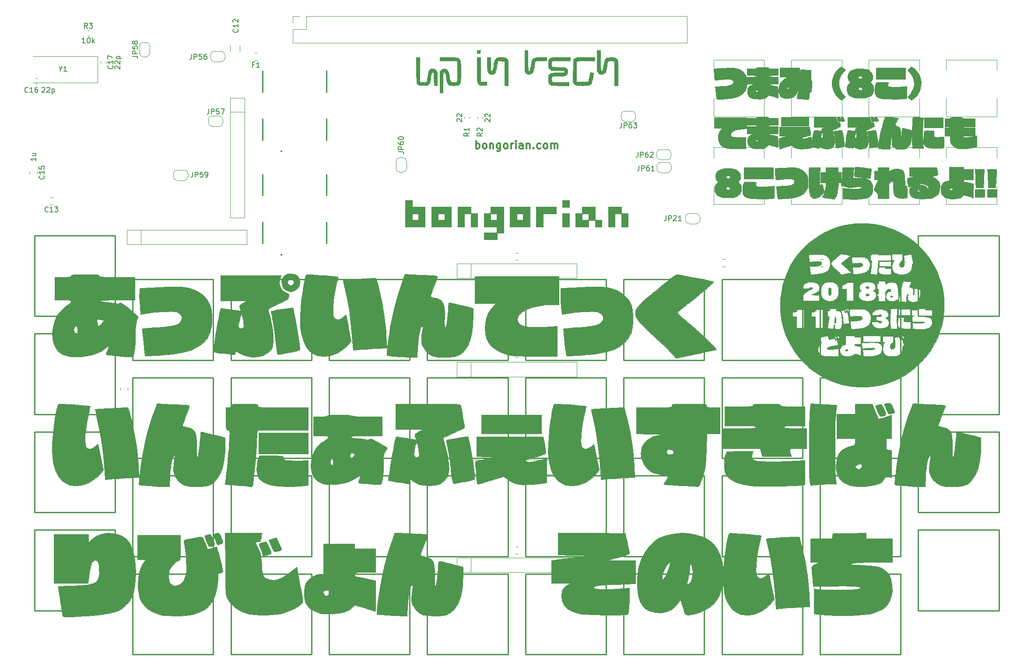
<source format=gto>
G04 #@! TF.GenerationSoftware,KiCad,Pcbnew,(5.0.0)*
G04 #@! TF.CreationDate,2018-11-03T08:25:57+09:00*
G04 #@! TF.ProjectId,techinup_if,74656368696E75705F69662E6B696361,rev?*
G04 #@! TF.SameCoordinates,Original*
G04 #@! TF.FileFunction,Legend,Top*
G04 #@! TF.FilePolarity,Positive*
%FSLAX46Y46*%
G04 Gerber Fmt 4.6, Leading zero omitted, Abs format (unit mm)*
G04 Created by KiCad (PCBNEW (5.0.0)) date 11/03/18 08:25:57*
%MOMM*%
%LPD*%
G01*
G04 APERTURE LIST*
%ADD10C,0.300000*%
%ADD11C,0.254000*%
%ADD12C,0.120000*%
%ADD13C,0.100000*%
%ADD14C,0.010000*%
%ADD15C,0.150000*%
G04 APERTURE END LIST*
D10*
X118119142Y-80348571D02*
X118119142Y-78848571D01*
X118119142Y-79420000D02*
X118262000Y-79348571D01*
X118547714Y-79348571D01*
X118690571Y-79420000D01*
X118762000Y-79491428D01*
X118833428Y-79634285D01*
X118833428Y-80062857D01*
X118762000Y-80205714D01*
X118690571Y-80277142D01*
X118547714Y-80348571D01*
X118262000Y-80348571D01*
X118119142Y-80277142D01*
X119690571Y-80348571D02*
X119547714Y-80277142D01*
X119476285Y-80205714D01*
X119404857Y-80062857D01*
X119404857Y-79634285D01*
X119476285Y-79491428D01*
X119547714Y-79420000D01*
X119690571Y-79348571D01*
X119904857Y-79348571D01*
X120047714Y-79420000D01*
X120119142Y-79491428D01*
X120190571Y-79634285D01*
X120190571Y-80062857D01*
X120119142Y-80205714D01*
X120047714Y-80277142D01*
X119904857Y-80348571D01*
X119690571Y-80348571D01*
X120833428Y-79348571D02*
X120833428Y-80348571D01*
X120833428Y-79491428D02*
X120904857Y-79420000D01*
X121047714Y-79348571D01*
X121262000Y-79348571D01*
X121404857Y-79420000D01*
X121476285Y-79562857D01*
X121476285Y-80348571D01*
X122833428Y-79348571D02*
X122833428Y-80562857D01*
X122762000Y-80705714D01*
X122690571Y-80777142D01*
X122547714Y-80848571D01*
X122333428Y-80848571D01*
X122190571Y-80777142D01*
X122833428Y-80277142D02*
X122690571Y-80348571D01*
X122404857Y-80348571D01*
X122262000Y-80277142D01*
X122190571Y-80205714D01*
X122119142Y-80062857D01*
X122119142Y-79634285D01*
X122190571Y-79491428D01*
X122262000Y-79420000D01*
X122404857Y-79348571D01*
X122690571Y-79348571D01*
X122833428Y-79420000D01*
X123762000Y-80348571D02*
X123619142Y-80277142D01*
X123547714Y-80205714D01*
X123476285Y-80062857D01*
X123476285Y-79634285D01*
X123547714Y-79491428D01*
X123619142Y-79420000D01*
X123762000Y-79348571D01*
X123976285Y-79348571D01*
X124119142Y-79420000D01*
X124190571Y-79491428D01*
X124262000Y-79634285D01*
X124262000Y-80062857D01*
X124190571Y-80205714D01*
X124119142Y-80277142D01*
X123976285Y-80348571D01*
X123762000Y-80348571D01*
X124904857Y-80348571D02*
X124904857Y-79348571D01*
X124904857Y-79634285D02*
X124976285Y-79491428D01*
X125047714Y-79420000D01*
X125190571Y-79348571D01*
X125333428Y-79348571D01*
X125833428Y-80348571D02*
X125833428Y-79348571D01*
X125833428Y-78848571D02*
X125762000Y-78920000D01*
X125833428Y-78991428D01*
X125904857Y-78920000D01*
X125833428Y-78848571D01*
X125833428Y-78991428D01*
X127190571Y-80348571D02*
X127190571Y-79562857D01*
X127119142Y-79420000D01*
X126976285Y-79348571D01*
X126690571Y-79348571D01*
X126547714Y-79420000D01*
X127190571Y-80277142D02*
X127047714Y-80348571D01*
X126690571Y-80348571D01*
X126547714Y-80277142D01*
X126476285Y-80134285D01*
X126476285Y-79991428D01*
X126547714Y-79848571D01*
X126690571Y-79777142D01*
X127047714Y-79777142D01*
X127190571Y-79705714D01*
X127904857Y-79348571D02*
X127904857Y-80348571D01*
X127904857Y-79491428D02*
X127976285Y-79420000D01*
X128119142Y-79348571D01*
X128333428Y-79348571D01*
X128476285Y-79420000D01*
X128547714Y-79562857D01*
X128547714Y-80348571D01*
X129262000Y-80205714D02*
X129333428Y-80277142D01*
X129262000Y-80348571D01*
X129190571Y-80277142D01*
X129262000Y-80205714D01*
X129262000Y-80348571D01*
X130619142Y-80277142D02*
X130476285Y-80348571D01*
X130190571Y-80348571D01*
X130047714Y-80277142D01*
X129976285Y-80205714D01*
X129904857Y-80062857D01*
X129904857Y-79634285D01*
X129976285Y-79491428D01*
X130047714Y-79420000D01*
X130190571Y-79348571D01*
X130476285Y-79348571D01*
X130619142Y-79420000D01*
X131476285Y-80348571D02*
X131333428Y-80277142D01*
X131262000Y-80205714D01*
X131190571Y-80062857D01*
X131190571Y-79634285D01*
X131262000Y-79491428D01*
X131333428Y-79420000D01*
X131476285Y-79348571D01*
X131690571Y-79348571D01*
X131833428Y-79420000D01*
X131904857Y-79491428D01*
X131976285Y-79634285D01*
X131976285Y-80062857D01*
X131904857Y-80205714D01*
X131833428Y-80277142D01*
X131690571Y-80348571D01*
X131476285Y-80348571D01*
X132619142Y-80348571D02*
X132619142Y-79348571D01*
X132619142Y-79491428D02*
X132690571Y-79420000D01*
X132833428Y-79348571D01*
X133047714Y-79348571D01*
X133190571Y-79420000D01*
X133262000Y-79562857D01*
X133262000Y-80348571D01*
X133262000Y-79562857D02*
X133333428Y-79420000D01*
X133476285Y-79348571D01*
X133690571Y-79348571D01*
X133833428Y-79420000D01*
X133904857Y-79562857D01*
X133904857Y-80348571D01*
D11*
G04 #@! TO.C,SW1*
X32700000Y-112800000D02*
X32700000Y-97200000D01*
X32700000Y-97200000D02*
X48300000Y-97200000D01*
X48300000Y-97200000D02*
X48300000Y-112800000D01*
X48300000Y-112800000D02*
X32700000Y-112800000D01*
D12*
G04 #@! TO.C,C1*
X166286252Y-101790000D02*
X165763748Y-101790000D01*
X166286252Y-103210000D02*
X165763748Y-103210000D01*
G04 #@! TO.C,C2*
X185286252Y-101790000D02*
X184763748Y-101790000D01*
X185286252Y-103210000D02*
X184763748Y-103210000D01*
G04 #@! TO.C,C3*
X50776000Y-127184252D02*
X50776000Y-126661748D01*
X49356000Y-127184252D02*
X49356000Y-126661748D01*
G04 #@! TO.C,C4*
X126264252Y-100550000D02*
X125741748Y-100550000D01*
X126264252Y-101970000D02*
X125741748Y-101970000D01*
G04 #@! TO.C,C5*
X126264252Y-119346000D02*
X125741748Y-119346000D01*
X126264252Y-120766000D02*
X125741748Y-120766000D01*
G04 #@! TO.C,C6*
X126264252Y-138396000D02*
X125741748Y-138396000D01*
X126264252Y-139816000D02*
X125741748Y-139816000D01*
G04 #@! TO.C,C7*
X126286252Y-157446000D02*
X125763748Y-157446000D01*
X126286252Y-158866000D02*
X125763748Y-158866000D01*
G04 #@! TO.C,C12*
X72410000Y-61589564D02*
X72410000Y-60385436D01*
X70590000Y-61589564D02*
X70590000Y-60385436D01*
G04 #@! TO.C,C13*
X36236252Y-89790000D02*
X35713748Y-89790000D01*
X36236252Y-91210000D02*
X35713748Y-91210000D01*
G04 #@! TO.C,C15*
X31790000Y-84713748D02*
X31790000Y-85236252D01*
X33210000Y-84713748D02*
X33210000Y-85236252D01*
G04 #@! TO.C,C16*
X32876733Y-67734000D02*
X33219267Y-67734000D01*
X32876733Y-66714000D02*
X33219267Y-66714000D01*
G04 #@! TO.C,C17*
X45490000Y-63453733D02*
X45490000Y-63796267D01*
X46510000Y-63453733D02*
X46510000Y-63796267D01*
G04 #@! TO.C,F1*
X75786252Y-61790000D02*
X75263748Y-61790000D01*
X75786252Y-63210000D02*
X75263748Y-63210000D01*
G04 #@! TO.C,J3*
X82670000Y-56000000D02*
X82670000Y-54670000D01*
X82670000Y-54670000D02*
X84000000Y-54670000D01*
X82670000Y-57270000D02*
X85270000Y-57270000D01*
X85270000Y-57270000D02*
X85270000Y-54670000D01*
X85270000Y-54670000D02*
X158990000Y-54670000D01*
X158990000Y-59870000D02*
X158990000Y-54670000D01*
X82670000Y-59870000D02*
X158990000Y-59870000D01*
X82670000Y-59870000D02*
X82670000Y-57270000D01*
G04 #@! TO.C,JP21*
X160748000Y-94894000D02*
X159348000Y-94894000D01*
X158648000Y-94194000D02*
X158648000Y-93594000D01*
X159348000Y-92894000D02*
X160748000Y-92894000D01*
X161448000Y-93594000D02*
X161448000Y-94194000D01*
X161448000Y-94194000D02*
G75*
G02X160748000Y-94894000I-700000J0D01*
G01*
X160748000Y-92894000D02*
G75*
G02X161448000Y-93594000I0J-700000D01*
G01*
X158648000Y-93594000D02*
G75*
G02X159348000Y-92894000I700000J0D01*
G01*
X159348000Y-94894000D02*
G75*
G02X158648000Y-94194000I0J700000D01*
G01*
G04 #@! TO.C,JP56*
X68850000Y-63500000D02*
X67450000Y-63500000D01*
X66750000Y-62800000D02*
X66750000Y-62200000D01*
X67450000Y-61500000D02*
X68850000Y-61500000D01*
X69550000Y-62200000D02*
X69550000Y-62800000D01*
X69550000Y-62800000D02*
G75*
G02X68850000Y-63500000I-700000J0D01*
G01*
X68850000Y-61500000D02*
G75*
G02X69550000Y-62200000I0J-700000D01*
G01*
X66750000Y-62200000D02*
G75*
G02X67450000Y-61500000I700000J0D01*
G01*
X67450000Y-63500000D02*
G75*
G02X66750000Y-62800000I0J700000D01*
G01*
G04 #@! TO.C,JP57*
X67050000Y-74000000D02*
X68450000Y-74000000D01*
X69150000Y-74700000D02*
X69150000Y-75300000D01*
X68450000Y-76000000D02*
X67050000Y-76000000D01*
X66350000Y-75300000D02*
X66350000Y-74700000D01*
X66350000Y-74700000D02*
G75*
G02X67050000Y-74000000I700000J0D01*
G01*
X67050000Y-76000000D02*
G75*
G02X66350000Y-75300000I0J700000D01*
G01*
X69150000Y-75300000D02*
G75*
G02X68450000Y-76000000I-700000J0D01*
G01*
X68450000Y-74000000D02*
G75*
G02X69150000Y-74700000I0J-700000D01*
G01*
G04 #@! TO.C,JP58*
X53000000Y-61850000D02*
X53000000Y-60450000D01*
X53700000Y-59750000D02*
X54300000Y-59750000D01*
X55000000Y-60450000D02*
X55000000Y-61850000D01*
X54300000Y-62550000D02*
X53700000Y-62550000D01*
X53700000Y-62550000D02*
G75*
G02X53000000Y-61850000I0J700000D01*
G01*
X55000000Y-61850000D02*
G75*
G02X54300000Y-62550000I-700000J0D01*
G01*
X54300000Y-59750000D02*
G75*
G02X55000000Y-60450000I0J-700000D01*
G01*
X53000000Y-60450000D02*
G75*
G02X53700000Y-59750000I700000J0D01*
G01*
G04 #@! TO.C,JP59*
X60300000Y-84500000D02*
X61700000Y-84500000D01*
X62400000Y-85200000D02*
X62400000Y-85800000D01*
X61700000Y-86500000D02*
X60300000Y-86500000D01*
X59600000Y-85800000D02*
X59600000Y-85200000D01*
X59600000Y-85200000D02*
G75*
G02X60300000Y-84500000I700000J0D01*
G01*
X60300000Y-86500000D02*
G75*
G02X59600000Y-85800000I0J700000D01*
G01*
X62400000Y-85800000D02*
G75*
G02X61700000Y-86500000I-700000J0D01*
G01*
X61700000Y-84500000D02*
G75*
G02X62400000Y-85200000I0J-700000D01*
G01*
G04 #@! TO.C,JP60*
X102660000Y-84180000D02*
X102660000Y-82780000D01*
X103360000Y-82080000D02*
X103960000Y-82080000D01*
X104660000Y-82780000D02*
X104660000Y-84180000D01*
X103960000Y-84880000D02*
X103360000Y-84880000D01*
X103360000Y-84880000D02*
G75*
G02X102660000Y-84180000I0J700000D01*
G01*
X104660000Y-84180000D02*
G75*
G02X103960000Y-84880000I-700000J0D01*
G01*
X103960000Y-82080000D02*
G75*
G02X104660000Y-82780000I0J-700000D01*
G01*
X102660000Y-82780000D02*
G75*
G02X103360000Y-82080000I700000J0D01*
G01*
G04 #@! TO.C,JP61*
X155200000Y-85000000D02*
X153800000Y-85000000D01*
X153100000Y-84300000D02*
X153100000Y-83700000D01*
X153800000Y-83000000D02*
X155200000Y-83000000D01*
X155900000Y-83700000D02*
X155900000Y-84300000D01*
X155900000Y-84300000D02*
G75*
G02X155200000Y-85000000I-700000J0D01*
G01*
X155200000Y-83000000D02*
G75*
G02X155900000Y-83700000I0J-700000D01*
G01*
X153100000Y-83700000D02*
G75*
G02X153800000Y-83000000I700000J0D01*
G01*
X153800000Y-85000000D02*
G75*
G02X153100000Y-84300000I0J700000D01*
G01*
G04 #@! TO.C,JP62*
X155160000Y-82500000D02*
X153760000Y-82500000D01*
X153060000Y-81800000D02*
X153060000Y-81200000D01*
X153760000Y-80500000D02*
X155160000Y-80500000D01*
X155860000Y-81200000D02*
X155860000Y-81800000D01*
X155860000Y-81800000D02*
G75*
G02X155160000Y-82500000I-700000J0D01*
G01*
X155160000Y-80500000D02*
G75*
G02X155860000Y-81200000I0J-700000D01*
G01*
X153060000Y-81200000D02*
G75*
G02X153760000Y-80500000I700000J0D01*
G01*
X153760000Y-82500000D02*
G75*
G02X153060000Y-81800000I0J700000D01*
G01*
G04 #@! TO.C,JP63*
X148302000Y-75082000D02*
X146902000Y-75082000D01*
X146202000Y-74382000D02*
X146202000Y-73782000D01*
X146902000Y-73082000D02*
X148302000Y-73082000D01*
X149002000Y-73782000D02*
X149002000Y-74382000D01*
X149002000Y-74382000D02*
G75*
G02X148302000Y-75082000I-700000J0D01*
G01*
X148302000Y-73082000D02*
G75*
G02X149002000Y-73782000I0J-700000D01*
G01*
X146202000Y-73782000D02*
G75*
G02X146902000Y-73082000I700000J0D01*
G01*
X146902000Y-75082000D02*
G75*
G02X146202000Y-74382000I0J700000D01*
G01*
G04 #@! TO.C,R1*
X115850000Y-74164733D02*
X115850000Y-74507267D01*
X116870000Y-74164733D02*
X116870000Y-74507267D01*
G04 #@! TO.C,R2*
X118390000Y-74164733D02*
X118390000Y-74507267D01*
X119410000Y-74164733D02*
X119410000Y-74507267D01*
G04 #@! TO.C,R3*
X42953733Y-58510000D02*
X43296267Y-58510000D01*
X42953733Y-57490000D02*
X43296267Y-57490000D01*
G04 #@! TO.C,RN1*
X73400000Y-73270000D02*
X70600000Y-73270000D01*
X73400000Y-93760000D02*
X73400000Y-70560000D01*
X70600000Y-93760000D02*
X73400000Y-93760000D01*
X70600000Y-70560000D02*
X70600000Y-93760000D01*
X73400000Y-70560000D02*
X70600000Y-70560000D01*
G04 #@! TO.C,RN2*
X53270000Y-96100000D02*
X53270000Y-98900000D01*
X73760000Y-96100000D02*
X50560000Y-96100000D01*
X73760000Y-98900000D02*
X73760000Y-96100000D01*
X50560000Y-98900000D02*
X73760000Y-98900000D01*
X50560000Y-96100000D02*
X50560000Y-98900000D01*
G04 #@! TO.C,RN3*
X117122000Y-102600000D02*
X117122000Y-105400000D01*
X137612000Y-102600000D02*
X114412000Y-102600000D01*
X137612000Y-105400000D02*
X137612000Y-102600000D01*
X114412000Y-105400000D02*
X137612000Y-105400000D01*
X114412000Y-102600000D02*
X114412000Y-105400000D01*
G04 #@! TO.C,RN4*
X117122000Y-121704000D02*
X117122000Y-124504000D01*
X137612000Y-121704000D02*
X114412000Y-121704000D01*
X137612000Y-124504000D02*
X137612000Y-121704000D01*
X114412000Y-124504000D02*
X137612000Y-124504000D01*
X114412000Y-121704000D02*
X114412000Y-124504000D01*
G04 #@! TO.C,RN5*
X117122000Y-140600000D02*
X117122000Y-143400000D01*
X137612000Y-140600000D02*
X114412000Y-140600000D01*
X137612000Y-143400000D02*
X137612000Y-140600000D01*
X114412000Y-143400000D02*
X137612000Y-143400000D01*
X114412000Y-140600000D02*
X114412000Y-143400000D01*
G04 #@! TO.C,RN6*
X117122000Y-159600000D02*
X117122000Y-162400000D01*
X137612000Y-159600000D02*
X114412000Y-159600000D01*
X137612000Y-162400000D02*
X137612000Y-159600000D01*
X114412000Y-162400000D02*
X137612000Y-162400000D01*
X114412000Y-159600000D02*
X114412000Y-162400000D01*
D13*
G04 #@! TO.C,RV1*
X173900000Y-63125000D02*
X173900000Y-65125000D01*
X164100000Y-63125000D02*
X173900000Y-63125000D01*
X164100000Y-65125000D02*
X164100000Y-63125000D01*
X173900000Y-74125000D02*
X173900000Y-70625000D01*
X164100000Y-74125000D02*
X173900000Y-74125000D01*
X164100000Y-70625000D02*
X164100000Y-74125000D01*
G04 #@! TO.C,RV2*
X188900000Y-63125000D02*
X188900000Y-65125000D01*
X179100000Y-63125000D02*
X188900000Y-63125000D01*
X179100000Y-65125000D02*
X179100000Y-63125000D01*
X188900000Y-74125000D02*
X188900000Y-70625000D01*
X179100000Y-74125000D02*
X188900000Y-74125000D01*
X179100000Y-70625000D02*
X179100000Y-74125000D01*
G04 #@! TO.C,RV3*
X203900000Y-63125000D02*
X203900000Y-65125000D01*
X194100000Y-63125000D02*
X203900000Y-63125000D01*
X194100000Y-65125000D02*
X194100000Y-63125000D01*
X203900000Y-74125000D02*
X203900000Y-70625000D01*
X194100000Y-74125000D02*
X203900000Y-74125000D01*
X194100000Y-70625000D02*
X194100000Y-74125000D01*
G04 #@! TO.C,RV4*
X218900000Y-63125000D02*
X218900000Y-65125000D01*
X209100000Y-63125000D02*
X218900000Y-63125000D01*
X209100000Y-65125000D02*
X209100000Y-63125000D01*
X218900000Y-74125000D02*
X218900000Y-70625000D01*
X209100000Y-74125000D02*
X218900000Y-74125000D01*
X209100000Y-70625000D02*
X209100000Y-74125000D01*
G04 #@! TO.C,RV5*
X173900000Y-80125000D02*
X173900000Y-82125000D01*
X164100000Y-80125000D02*
X173900000Y-80125000D01*
X164100000Y-82125000D02*
X164100000Y-80125000D01*
X173900000Y-91125000D02*
X173900000Y-87625000D01*
X164100000Y-91125000D02*
X173900000Y-91125000D01*
X164100000Y-87625000D02*
X164100000Y-91125000D01*
G04 #@! TO.C,RV6*
X188900000Y-80125000D02*
X188900000Y-82125000D01*
X179100000Y-80125000D02*
X188900000Y-80125000D01*
X179100000Y-82125000D02*
X179100000Y-80125000D01*
X188900000Y-91125000D02*
X188900000Y-87625000D01*
X179100000Y-91125000D02*
X188900000Y-91125000D01*
X179100000Y-87625000D02*
X179100000Y-91125000D01*
G04 #@! TO.C,RV7*
X203900000Y-80125000D02*
X203900000Y-82125000D01*
X194100000Y-80125000D02*
X203900000Y-80125000D01*
X194100000Y-82125000D02*
X194100000Y-80125000D01*
X203900000Y-91125000D02*
X203900000Y-87625000D01*
X194100000Y-91125000D02*
X203900000Y-91125000D01*
X194100000Y-87625000D02*
X194100000Y-91125000D01*
G04 #@! TO.C,RV8*
X218900000Y-80125000D02*
X218900000Y-82125000D01*
X209100000Y-80125000D02*
X218900000Y-80125000D01*
X209100000Y-82125000D02*
X209100000Y-80125000D01*
X218900000Y-91125000D02*
X218900000Y-87625000D01*
X209100000Y-91125000D02*
X218900000Y-91125000D01*
X209100000Y-87625000D02*
X209100000Y-91125000D01*
D11*
G04 #@! TO.C,U2*
X80549100Y-80863000D02*
G75*
G03X80549100Y-80863000I-82100J0D01*
G01*
X89200000Y-78700000D02*
X89200000Y-74600000D01*
X89200000Y-65300000D02*
X89200000Y-69400000D01*
X76800000Y-78700000D02*
X76800000Y-74600000D01*
X76800000Y-65300000D02*
X76800000Y-69400000D01*
G04 #@! TO.C,U9*
X80549100Y-100863000D02*
G75*
G03X80549100Y-100863000I-82100J0D01*
G01*
X89200000Y-98700000D02*
X89200000Y-94600000D01*
X89200000Y-85300000D02*
X89200000Y-89400000D01*
X76800000Y-98700000D02*
X76800000Y-94600000D01*
X76800000Y-85300000D02*
X76800000Y-89400000D01*
G04 #@! TO.C,SW2*
X67300000Y-121300000D02*
X51700000Y-121300000D01*
X67300000Y-105700000D02*
X67300000Y-121300000D01*
X51700000Y-105700000D02*
X67300000Y-105700000D01*
X51700000Y-121300000D02*
X51700000Y-105700000D01*
G04 #@! TO.C,SW3*
X86300000Y-121300000D02*
X70700000Y-121300000D01*
X86300000Y-105700000D02*
X86300000Y-121300000D01*
X70700000Y-105700000D02*
X86300000Y-105700000D01*
X70700000Y-121300000D02*
X70700000Y-105700000D01*
G04 #@! TO.C,SW4*
X105300000Y-121300000D02*
X89700000Y-121300000D01*
X105300000Y-105700000D02*
X105300000Y-121300000D01*
X89700000Y-105700000D02*
X105300000Y-105700000D01*
X89700000Y-121300000D02*
X89700000Y-105700000D01*
G04 #@! TO.C,SW5*
X108700000Y-121300000D02*
X108700000Y-105700000D01*
X108700000Y-105700000D02*
X124300000Y-105700000D01*
X124300000Y-105700000D02*
X124300000Y-121300000D01*
X124300000Y-121300000D02*
X108700000Y-121300000D01*
G04 #@! TO.C,SW6*
X143300000Y-121300000D02*
X127700000Y-121300000D01*
X143300000Y-105700000D02*
X143300000Y-121300000D01*
X127700000Y-105700000D02*
X143300000Y-105700000D01*
X127700000Y-121300000D02*
X127700000Y-105700000D01*
G04 #@! TO.C,SW7*
X162300000Y-121300000D02*
X146700000Y-121300000D01*
X162300000Y-105700000D02*
X162300000Y-121300000D01*
X146700000Y-105700000D02*
X162300000Y-105700000D01*
X146700000Y-121300000D02*
X146700000Y-105700000D01*
G04 #@! TO.C,SW8*
X165700000Y-121300000D02*
X165700000Y-105700000D01*
X165700000Y-105700000D02*
X181300000Y-105700000D01*
X181300000Y-105700000D02*
X181300000Y-121300000D01*
X181300000Y-121300000D02*
X165700000Y-121300000D01*
G04 #@! TO.C,SW9*
X184700000Y-121300000D02*
X184700000Y-105700000D01*
X184700000Y-105700000D02*
X200300000Y-105700000D01*
X200300000Y-105700000D02*
X200300000Y-121300000D01*
X200300000Y-121300000D02*
X184700000Y-121300000D01*
G04 #@! TO.C,SW10*
X203700000Y-112800000D02*
X203700000Y-97200000D01*
X203700000Y-97200000D02*
X219300000Y-97200000D01*
X219300000Y-97200000D02*
X219300000Y-112800000D01*
X219300000Y-112800000D02*
X203700000Y-112800000D01*
G04 #@! TO.C,SW11*
X48300000Y-131800000D02*
X32700000Y-131800000D01*
X48300000Y-116200000D02*
X48300000Y-131800000D01*
X32700000Y-116200000D02*
X48300000Y-116200000D01*
X32700000Y-131800000D02*
X32700000Y-116200000D01*
G04 #@! TO.C,SW12*
X67300000Y-140300000D02*
X51700000Y-140300000D01*
X67300000Y-124700000D02*
X67300000Y-140300000D01*
X51700000Y-124700000D02*
X67300000Y-124700000D01*
X51700000Y-140300000D02*
X51700000Y-124700000D01*
G04 #@! TO.C,SW13*
X86300000Y-140300000D02*
X70700000Y-140300000D01*
X86300000Y-124700000D02*
X86300000Y-140300000D01*
X70700000Y-124700000D02*
X86300000Y-124700000D01*
X70700000Y-140300000D02*
X70700000Y-124700000D01*
G04 #@! TO.C,SW14*
X105300000Y-140300000D02*
X89700000Y-140300000D01*
X105300000Y-124700000D02*
X105300000Y-140300000D01*
X89700000Y-124700000D02*
X105300000Y-124700000D01*
X89700000Y-140300000D02*
X89700000Y-124700000D01*
G04 #@! TO.C,SW15*
X124300000Y-140300000D02*
X108700000Y-140300000D01*
X124300000Y-124700000D02*
X124300000Y-140300000D01*
X108700000Y-124700000D02*
X124300000Y-124700000D01*
X108700000Y-140300000D02*
X108700000Y-124700000D01*
G04 #@! TO.C,SW16*
X143300000Y-140300000D02*
X127700000Y-140300000D01*
X143300000Y-124700000D02*
X143300000Y-140300000D01*
X127700000Y-124700000D02*
X143300000Y-124700000D01*
X127700000Y-140300000D02*
X127700000Y-124700000D01*
G04 #@! TO.C,SW17*
X162300000Y-140300000D02*
X146700000Y-140300000D01*
X162300000Y-124700000D02*
X162300000Y-140300000D01*
X146700000Y-124700000D02*
X162300000Y-124700000D01*
X146700000Y-140300000D02*
X146700000Y-124700000D01*
G04 #@! TO.C,SW18*
X181300000Y-140300000D02*
X165700000Y-140300000D01*
X181300000Y-124700000D02*
X181300000Y-140300000D01*
X165700000Y-124700000D02*
X181300000Y-124700000D01*
X165700000Y-140300000D02*
X165700000Y-124700000D01*
G04 #@! TO.C,SW19*
X200300000Y-140300000D02*
X184700000Y-140300000D01*
X200300000Y-124700000D02*
X200300000Y-140300000D01*
X184700000Y-124700000D02*
X200300000Y-124700000D01*
X184700000Y-140300000D02*
X184700000Y-124700000D01*
G04 #@! TO.C,SW20*
X219300000Y-131800000D02*
X203700000Y-131800000D01*
X219300000Y-116200000D02*
X219300000Y-131800000D01*
X203700000Y-116200000D02*
X219300000Y-116200000D01*
X203700000Y-131800000D02*
X203700000Y-116200000D01*
G04 #@! TO.C,SW21*
X32700000Y-150800000D02*
X32700000Y-135200000D01*
X32700000Y-135200000D02*
X48300000Y-135200000D01*
X48300000Y-135200000D02*
X48300000Y-150800000D01*
X48300000Y-150800000D02*
X32700000Y-150800000D01*
G04 #@! TO.C,SW22*
X51700000Y-159300000D02*
X51700000Y-143700000D01*
X51700000Y-143700000D02*
X67300000Y-143700000D01*
X67300000Y-143700000D02*
X67300000Y-159300000D01*
X67300000Y-159300000D02*
X51700000Y-159300000D01*
G04 #@! TO.C,SW23*
X70700000Y-159300000D02*
X70700000Y-143700000D01*
X70700000Y-143700000D02*
X86300000Y-143700000D01*
X86300000Y-143700000D02*
X86300000Y-159300000D01*
X86300000Y-159300000D02*
X70700000Y-159300000D01*
G04 #@! TO.C,SW24*
X89700000Y-159300000D02*
X89700000Y-143700000D01*
X89700000Y-143700000D02*
X105300000Y-143700000D01*
X105300000Y-143700000D02*
X105300000Y-159300000D01*
X105300000Y-159300000D02*
X89700000Y-159300000D01*
G04 #@! TO.C,SW25*
X108700000Y-159300000D02*
X108700000Y-143700000D01*
X108700000Y-143700000D02*
X124300000Y-143700000D01*
X124300000Y-143700000D02*
X124300000Y-159300000D01*
X124300000Y-159300000D02*
X108700000Y-159300000D01*
G04 #@! TO.C,SW26*
X127700000Y-159300000D02*
X127700000Y-143700000D01*
X127700000Y-143700000D02*
X143300000Y-143700000D01*
X143300000Y-143700000D02*
X143300000Y-159300000D01*
X143300000Y-159300000D02*
X127700000Y-159300000D01*
G04 #@! TO.C,SW27*
X146700000Y-159300000D02*
X146700000Y-143700000D01*
X146700000Y-143700000D02*
X162300000Y-143700000D01*
X162300000Y-143700000D02*
X162300000Y-159300000D01*
X162300000Y-159300000D02*
X146700000Y-159300000D01*
G04 #@! TO.C,SW28*
X165700000Y-159300000D02*
X165700000Y-143700000D01*
X165700000Y-143700000D02*
X181300000Y-143700000D01*
X181300000Y-143700000D02*
X181300000Y-159300000D01*
X181300000Y-159300000D02*
X165700000Y-159300000D01*
G04 #@! TO.C,SW29*
X184700000Y-159300000D02*
X184700000Y-143700000D01*
X184700000Y-143700000D02*
X200300000Y-143700000D01*
X200300000Y-143700000D02*
X200300000Y-159300000D01*
X200300000Y-159300000D02*
X184700000Y-159300000D01*
G04 #@! TO.C,SW30*
X219300000Y-150800000D02*
X203700000Y-150800000D01*
X219300000Y-135200000D02*
X219300000Y-150800000D01*
X203700000Y-135200000D02*
X219300000Y-135200000D01*
X203700000Y-150800000D02*
X203700000Y-135200000D01*
G04 #@! TO.C,SW31*
X48300000Y-169800000D02*
X32700000Y-169800000D01*
X48300000Y-154200000D02*
X48300000Y-169800000D01*
X32700000Y-154200000D02*
X48300000Y-154200000D01*
X32700000Y-169800000D02*
X32700000Y-154200000D01*
G04 #@! TO.C,SW32*
X67300000Y-178300000D02*
X51700000Y-178300000D01*
X67300000Y-162700000D02*
X67300000Y-178300000D01*
X51700000Y-162700000D02*
X67300000Y-162700000D01*
X51700000Y-178300000D02*
X51700000Y-162700000D01*
G04 #@! TO.C,SW33*
X70700000Y-178300000D02*
X70700000Y-162700000D01*
X70700000Y-162700000D02*
X86300000Y-162700000D01*
X86300000Y-162700000D02*
X86300000Y-178300000D01*
X86300000Y-178300000D02*
X70700000Y-178300000D01*
G04 #@! TO.C,SW34*
X105300000Y-178300000D02*
X89700000Y-178300000D01*
X105300000Y-162700000D02*
X105300000Y-178300000D01*
X89700000Y-162700000D02*
X105300000Y-162700000D01*
X89700000Y-178300000D02*
X89700000Y-162700000D01*
G04 #@! TO.C,SW35*
X108700000Y-178300000D02*
X108700000Y-162700000D01*
X108700000Y-162700000D02*
X124300000Y-162700000D01*
X124300000Y-162700000D02*
X124300000Y-178300000D01*
X124300000Y-178300000D02*
X108700000Y-178300000D01*
G04 #@! TO.C,SW36*
X127700000Y-178300000D02*
X127700000Y-162700000D01*
X127700000Y-162700000D02*
X143300000Y-162700000D01*
X143300000Y-162700000D02*
X143300000Y-178300000D01*
X143300000Y-178300000D02*
X127700000Y-178300000D01*
G04 #@! TO.C,SW37*
X146700000Y-178300000D02*
X146700000Y-162700000D01*
X146700000Y-162700000D02*
X162300000Y-162700000D01*
X162300000Y-162700000D02*
X162300000Y-178300000D01*
X162300000Y-178300000D02*
X146700000Y-178300000D01*
G04 #@! TO.C,SW38*
X165700000Y-178300000D02*
X165700000Y-162700000D01*
X165700000Y-162700000D02*
X181300000Y-162700000D01*
X181300000Y-162700000D02*
X181300000Y-178300000D01*
X181300000Y-178300000D02*
X165700000Y-178300000D01*
G04 #@! TO.C,SW39*
X184700000Y-178300000D02*
X184700000Y-162700000D01*
X184700000Y-162700000D02*
X200300000Y-162700000D01*
X200300000Y-162700000D02*
X200300000Y-178300000D01*
X200300000Y-178300000D02*
X184700000Y-178300000D01*
G04 #@! TO.C,SW40*
X219300000Y-169800000D02*
X203700000Y-169800000D01*
X219300000Y-154200000D02*
X219300000Y-169800000D01*
X203700000Y-154200000D02*
X219300000Y-154200000D01*
X203700000Y-169800000D02*
X203700000Y-154200000D01*
D12*
G04 #@! TO.C,Y1*
X32350000Y-67550000D02*
X44950000Y-67550000D01*
X44950000Y-67550000D02*
X44950000Y-62450000D01*
X44950000Y-62450000D02*
X32350000Y-62450000D01*
D14*
G04 #@! TO.C,G\002A\002A\002A*
G36*
X123472000Y-96688000D02*
X122202000Y-96688000D01*
X122202000Y-97958000D01*
X119662000Y-97958000D01*
X119662000Y-96640962D01*
X122154963Y-96640962D01*
X122154963Y-95465037D01*
X119662000Y-95465037D01*
X119662000Y-92925037D01*
X120979038Y-92925037D01*
X120979038Y-94148000D01*
X122154963Y-94148000D01*
X122154963Y-92925037D01*
X120979038Y-92925037D01*
X119662000Y-92925037D01*
X119662000Y-92878000D01*
X120932000Y-92878000D01*
X120932000Y-91608000D01*
X123472000Y-91608000D01*
X123472000Y-96688000D01*
X123472000Y-96688000D01*
G37*
X123472000Y-96688000D02*
X122202000Y-96688000D01*
X122202000Y-97958000D01*
X119662000Y-97958000D01*
X119662000Y-96640962D01*
X122154963Y-96640962D01*
X122154963Y-95465037D01*
X119662000Y-95465037D01*
X119662000Y-92925037D01*
X120979038Y-92925037D01*
X120979038Y-94148000D01*
X122154963Y-94148000D01*
X122154963Y-92925037D01*
X120979038Y-92925037D01*
X119662000Y-92925037D01*
X119662000Y-92878000D01*
X120932000Y-92878000D01*
X120932000Y-91608000D01*
X123472000Y-91608000D01*
X123472000Y-96688000D01*
G36*
X105786075Y-91608000D02*
X108279038Y-91608000D01*
X108279038Y-95465037D01*
X104469038Y-95465037D01*
X104469038Y-92925037D01*
X105786075Y-92925037D01*
X105786075Y-94148000D01*
X106962000Y-94148000D01*
X106962000Y-92925037D01*
X105786075Y-92925037D01*
X104469038Y-92925037D01*
X104469038Y-90338000D01*
X105786075Y-90338000D01*
X105786075Y-91608000D01*
X105786075Y-91608000D01*
G37*
X105786075Y-91608000D02*
X108279038Y-91608000D01*
X108279038Y-95465037D01*
X104469038Y-95465037D01*
X104469038Y-92925037D01*
X105786075Y-92925037D01*
X105786075Y-94148000D01*
X106962000Y-94148000D01*
X106962000Y-92925037D01*
X105786075Y-92925037D01*
X104469038Y-92925037D01*
X104469038Y-90338000D01*
X105786075Y-90338000D01*
X105786075Y-91608000D01*
G36*
X113359038Y-95465037D02*
X109502000Y-95465037D01*
X109502000Y-92925037D01*
X110819038Y-92925037D01*
X110819038Y-94148000D01*
X112042000Y-94148000D01*
X112042000Y-92925037D01*
X110819038Y-92925037D01*
X109502000Y-92925037D01*
X109502000Y-91608000D01*
X113359038Y-91608000D01*
X113359038Y-95465037D01*
X113359038Y-95465037D01*
G37*
X113359038Y-95465037D02*
X109502000Y-95465037D01*
X109502000Y-92925037D01*
X110819038Y-92925037D01*
X110819038Y-94148000D01*
X112042000Y-94148000D01*
X112042000Y-92925037D01*
X110819038Y-92925037D01*
X109502000Y-92925037D01*
X109502000Y-91608000D01*
X113359038Y-91608000D01*
X113359038Y-95465037D01*
G36*
X117169038Y-92878000D02*
X118439038Y-92878000D01*
X118439038Y-95465037D01*
X117122000Y-95465037D01*
X117122000Y-92925037D01*
X115899038Y-92925037D01*
X115899038Y-95465037D01*
X114582000Y-95465037D01*
X114582000Y-91608000D01*
X117169038Y-91608000D01*
X117169038Y-92878000D01*
X117169038Y-92878000D01*
G37*
X117169038Y-92878000D02*
X118439038Y-92878000D01*
X118439038Y-95465037D01*
X117122000Y-95465037D01*
X117122000Y-92925037D01*
X115899038Y-92925037D01*
X115899038Y-95465037D01*
X114582000Y-95465037D01*
X114582000Y-91608000D01*
X117169038Y-91608000D01*
X117169038Y-92878000D01*
G36*
X128552000Y-95465037D02*
X124694963Y-95465037D01*
X124694963Y-92925037D01*
X126012000Y-92925037D01*
X126012000Y-94148000D01*
X127234963Y-94148000D01*
X127234963Y-92925037D01*
X126012000Y-92925037D01*
X124694963Y-92925037D01*
X124694963Y-91608000D01*
X128552000Y-91608000D01*
X128552000Y-95465037D01*
X128552000Y-95465037D01*
G37*
X128552000Y-95465037D02*
X124694963Y-95465037D01*
X124694963Y-92925037D01*
X126012000Y-92925037D01*
X126012000Y-94148000D01*
X127234963Y-94148000D01*
X127234963Y-92925037D01*
X126012000Y-92925037D01*
X124694963Y-92925037D01*
X124694963Y-91608000D01*
X128552000Y-91608000D01*
X128552000Y-95465037D01*
G36*
X133632000Y-92925037D02*
X131092000Y-92925037D01*
X131092000Y-95465037D01*
X129774963Y-95465037D01*
X129774963Y-91608000D01*
X133632000Y-91608000D01*
X133632000Y-92925037D01*
X133632000Y-92925037D01*
G37*
X133632000Y-92925037D02*
X131092000Y-92925037D01*
X131092000Y-95465037D01*
X129774963Y-95465037D01*
X129774963Y-91608000D01*
X133632000Y-91608000D01*
X133632000Y-92925037D01*
G36*
X136172000Y-95465037D02*
X134854963Y-95465037D01*
X134854963Y-92878000D01*
X136172000Y-92878000D01*
X136172000Y-95465037D01*
X136172000Y-95465037D01*
G37*
X136172000Y-95465037D02*
X134854963Y-95465037D01*
X134854963Y-92878000D01*
X136172000Y-92878000D01*
X136172000Y-95465037D01*
G36*
X141204963Y-94148000D02*
X142474963Y-94148000D01*
X142474963Y-95465037D01*
X141157926Y-95465037D01*
X141157926Y-94195037D01*
X139934963Y-94195037D01*
X139934963Y-95465037D01*
X137347926Y-95465037D01*
X137347926Y-92925037D01*
X138664963Y-92925037D01*
X138664963Y-94148000D01*
X139887926Y-94148000D01*
X139887926Y-92925037D01*
X138664963Y-92925037D01*
X137347926Y-92925037D01*
X137347926Y-92878000D01*
X138617926Y-92878000D01*
X138617926Y-91608000D01*
X141204963Y-91608000D01*
X141204963Y-94148000D01*
X141204963Y-94148000D01*
G37*
X141204963Y-94148000D02*
X142474963Y-94148000D01*
X142474963Y-95465037D01*
X141157926Y-95465037D01*
X141157926Y-94195037D01*
X139934963Y-94195037D01*
X139934963Y-95465037D01*
X137347926Y-95465037D01*
X137347926Y-92925037D01*
X138664963Y-92925037D01*
X138664963Y-94148000D01*
X139887926Y-94148000D01*
X139887926Y-92925037D01*
X138664963Y-92925037D01*
X137347926Y-92925037D01*
X137347926Y-92878000D01*
X138617926Y-92878000D01*
X138617926Y-91608000D01*
X141204963Y-91608000D01*
X141204963Y-94148000D01*
G36*
X146284963Y-92878000D02*
X147554963Y-92878000D01*
X147554963Y-95465037D01*
X146237926Y-95465037D01*
X146237926Y-92925037D01*
X145014963Y-92925037D01*
X145014963Y-95465037D01*
X143697926Y-95465037D01*
X143697926Y-91608000D01*
X146284963Y-91608000D01*
X146284963Y-92878000D01*
X146284963Y-92878000D01*
G37*
X146284963Y-92878000D02*
X147554963Y-92878000D01*
X147554963Y-95465037D01*
X146237926Y-95465037D01*
X146237926Y-92925037D01*
X145014963Y-92925037D01*
X145014963Y-95465037D01*
X143697926Y-95465037D01*
X143697926Y-91608000D01*
X146284963Y-91608000D01*
X146284963Y-92878000D01*
G36*
X136172000Y-91655037D02*
X134854963Y-91655037D01*
X134854963Y-90338000D01*
X136172000Y-90338000D01*
X136172000Y-91655037D01*
X136172000Y-91655037D01*
G37*
X136172000Y-91655037D02*
X134854963Y-91655037D01*
X134854963Y-90338000D01*
X136172000Y-90338000D01*
X136172000Y-91655037D01*
G36*
X112831234Y-62665003D02*
X113394742Y-62669150D01*
X113859202Y-62675813D01*
X114234147Y-62696225D01*
X114529109Y-62741617D01*
X114753622Y-62823220D01*
X114917219Y-62952266D01*
X115029433Y-63139987D01*
X115099797Y-63397614D01*
X115137843Y-63736378D01*
X115153106Y-64167512D01*
X115155119Y-64702247D01*
X115153413Y-65351814D01*
X115153401Y-65400904D01*
X115153012Y-65963924D01*
X115151235Y-66414649D01*
X115147242Y-66767783D01*
X115140207Y-67038033D01*
X115129303Y-67240101D01*
X115113704Y-67388691D01*
X115092584Y-67498510D01*
X115065116Y-67584260D01*
X115030473Y-67660646D01*
X115025876Y-67669721D01*
X114922639Y-67839664D01*
X114799085Y-67960742D01*
X114632975Y-68040770D01*
X114402067Y-68087565D01*
X114084123Y-68108942D01*
X113764525Y-68113000D01*
X113439986Y-68111516D01*
X113215382Y-68103964D01*
X113063655Y-68085692D01*
X112957747Y-68052049D01*
X112870601Y-67998385D01*
X112809047Y-67948753D01*
X112693136Y-67824034D01*
X112595944Y-67651851D01*
X112511316Y-67413759D01*
X112433095Y-67091308D01*
X112355124Y-66666054D01*
X112330958Y-66516290D01*
X112265721Y-66135838D01*
X112205026Y-65864244D01*
X112142968Y-65683793D01*
X112073644Y-65576774D01*
X112002020Y-65529305D01*
X111927768Y-65510171D01*
X111867952Y-65523386D01*
X111821037Y-65580492D01*
X111785488Y-65693035D01*
X111759772Y-65872558D01*
X111742353Y-66130607D01*
X111731698Y-66478724D01*
X111726271Y-66928455D01*
X111724538Y-67491344D01*
X111724500Y-67617136D01*
X111724500Y-69510000D01*
X111449333Y-69510000D01*
X111271142Y-69500993D01*
X111151537Y-69478382D01*
X111131833Y-69467666D01*
X111121477Y-69396048D01*
X111112037Y-69212965D01*
X111103836Y-68933952D01*
X111097192Y-68574542D01*
X111092427Y-68150270D01*
X111089859Y-67676671D01*
X111089500Y-67414496D01*
X111089500Y-65403659D01*
X111300267Y-65159837D01*
X111432879Y-65019976D01*
X111555069Y-64942628D01*
X111717090Y-64904705D01*
X111890679Y-64888554D01*
X112115371Y-64879224D01*
X112263590Y-64899708D01*
X112384619Y-64962092D01*
X112472569Y-65031272D01*
X112637582Y-65237071D01*
X112779904Y-65547991D01*
X112891854Y-65943046D01*
X112962145Y-66369014D01*
X113014925Y-66769890D01*
X113076122Y-67061145D01*
X113159698Y-67260036D01*
X113279617Y-67383820D01*
X113449838Y-67449755D01*
X113684325Y-67475098D01*
X113859357Y-67478000D01*
X114125159Y-67474245D01*
X114292310Y-67459088D01*
X114389034Y-67426685D01*
X114443559Y-67371194D01*
X114452765Y-67355174D01*
X114473156Y-67252063D01*
X114490141Y-67030798D01*
X114503422Y-66700190D01*
X114512705Y-66269048D01*
X114517692Y-65746180D01*
X114518500Y-65400803D01*
X114517627Y-64856634D01*
X114514538Y-64425312D01*
X114508523Y-64092694D01*
X114498873Y-63844638D01*
X114484880Y-63666998D01*
X114465835Y-63545633D01*
X114441030Y-63466399D01*
X114419649Y-63428129D01*
X114386279Y-63384987D01*
X114343793Y-63351675D01*
X114276750Y-63326923D01*
X114169713Y-63309460D01*
X114007242Y-63298015D01*
X113773898Y-63291317D01*
X113454242Y-63288096D01*
X113032835Y-63287079D01*
X112705149Y-63287000D01*
X111089500Y-63287000D01*
X111089500Y-62646256D01*
X112831234Y-62665003D01*
X112831234Y-62665003D01*
G37*
X112831234Y-62665003D02*
X113394742Y-62669150D01*
X113859202Y-62675813D01*
X114234147Y-62696225D01*
X114529109Y-62741617D01*
X114753622Y-62823220D01*
X114917219Y-62952266D01*
X115029433Y-63139987D01*
X115099797Y-63397614D01*
X115137843Y-63736378D01*
X115153106Y-64167512D01*
X115155119Y-64702247D01*
X115153413Y-65351814D01*
X115153401Y-65400904D01*
X115153012Y-65963924D01*
X115151235Y-66414649D01*
X115147242Y-66767783D01*
X115140207Y-67038033D01*
X115129303Y-67240101D01*
X115113704Y-67388691D01*
X115092584Y-67498510D01*
X115065116Y-67584260D01*
X115030473Y-67660646D01*
X115025876Y-67669721D01*
X114922639Y-67839664D01*
X114799085Y-67960742D01*
X114632975Y-68040770D01*
X114402067Y-68087565D01*
X114084123Y-68108942D01*
X113764525Y-68113000D01*
X113439986Y-68111516D01*
X113215382Y-68103964D01*
X113063655Y-68085692D01*
X112957747Y-68052049D01*
X112870601Y-67998385D01*
X112809047Y-67948753D01*
X112693136Y-67824034D01*
X112595944Y-67651851D01*
X112511316Y-67413759D01*
X112433095Y-67091308D01*
X112355124Y-66666054D01*
X112330958Y-66516290D01*
X112265721Y-66135838D01*
X112205026Y-65864244D01*
X112142968Y-65683793D01*
X112073644Y-65576774D01*
X112002020Y-65529305D01*
X111927768Y-65510171D01*
X111867952Y-65523386D01*
X111821037Y-65580492D01*
X111785488Y-65693035D01*
X111759772Y-65872558D01*
X111742353Y-66130607D01*
X111731698Y-66478724D01*
X111726271Y-66928455D01*
X111724538Y-67491344D01*
X111724500Y-67617136D01*
X111724500Y-69510000D01*
X111449333Y-69510000D01*
X111271142Y-69500993D01*
X111151537Y-69478382D01*
X111131833Y-69467666D01*
X111121477Y-69396048D01*
X111112037Y-69212965D01*
X111103836Y-68933952D01*
X111097192Y-68574542D01*
X111092427Y-68150270D01*
X111089859Y-67676671D01*
X111089500Y-67414496D01*
X111089500Y-65403659D01*
X111300267Y-65159837D01*
X111432879Y-65019976D01*
X111555069Y-64942628D01*
X111717090Y-64904705D01*
X111890679Y-64888554D01*
X112115371Y-64879224D01*
X112263590Y-64899708D01*
X112384619Y-64962092D01*
X112472569Y-65031272D01*
X112637582Y-65237071D01*
X112779904Y-65547991D01*
X112891854Y-65943046D01*
X112962145Y-66369014D01*
X113014925Y-66769890D01*
X113076122Y-67061145D01*
X113159698Y-67260036D01*
X113279617Y-67383820D01*
X113449838Y-67449755D01*
X113684325Y-67475098D01*
X113859357Y-67478000D01*
X114125159Y-67474245D01*
X114292310Y-67459088D01*
X114389034Y-67426685D01*
X114443559Y-67371194D01*
X114452765Y-67355174D01*
X114473156Y-67252063D01*
X114490141Y-67030798D01*
X114503422Y-66700190D01*
X114512705Y-66269048D01*
X114517692Y-65746180D01*
X114518500Y-65400803D01*
X114517627Y-64856634D01*
X114514538Y-64425312D01*
X114508523Y-64092694D01*
X114498873Y-63844638D01*
X114484880Y-63666998D01*
X114465835Y-63545633D01*
X114441030Y-63466399D01*
X114419649Y-63428129D01*
X114386279Y-63384987D01*
X114343793Y-63351675D01*
X114276750Y-63326923D01*
X114169713Y-63309460D01*
X114007242Y-63298015D01*
X113773898Y-63291317D01*
X113454242Y-63288096D01*
X113032835Y-63287079D01*
X112705149Y-63287000D01*
X111089500Y-63287000D01*
X111089500Y-62646256D01*
X112831234Y-62665003D01*
G36*
X107216000Y-64988800D02*
X107217172Y-65644812D01*
X107220870Y-66182415D01*
X107227363Y-66610182D01*
X107236923Y-66936683D01*
X107249821Y-67170490D01*
X107266326Y-67320174D01*
X107286711Y-67394308D01*
X107292200Y-67401800D01*
X107400288Y-67442734D01*
X107617990Y-67468800D01*
X107928577Y-67477999D01*
X107930440Y-67478000D01*
X108492480Y-67478000D01*
X108581092Y-67265920D01*
X108626250Y-67110022D01*
X108673823Y-66867899D01*
X108716453Y-66579949D01*
X108734325Y-66424545D01*
X108805395Y-65914444D01*
X108905140Y-65517482D01*
X109039130Y-65221920D01*
X109212935Y-65016015D01*
X109432129Y-64888028D01*
X109469768Y-64874658D01*
X109793036Y-64828285D01*
X110092061Y-64898914D01*
X110344252Y-65076556D01*
X110521926Y-65339825D01*
X110564115Y-65446823D01*
X110595342Y-65568952D01*
X110617226Y-65726447D01*
X110631384Y-65939543D01*
X110639432Y-66228476D01*
X110642989Y-66613481D01*
X110643605Y-66862193D01*
X110645000Y-68119636D01*
X109978250Y-68081250D01*
X109946500Y-66811250D01*
X109935362Y-66380119D01*
X109925029Y-66059297D01*
X109913228Y-65832130D01*
X109897689Y-65681964D01*
X109876141Y-65592143D01*
X109846315Y-65546015D01*
X109805938Y-65526926D01*
X109770552Y-65520785D01*
X109661099Y-65542272D01*
X109571253Y-65648272D01*
X109496804Y-65849723D01*
X109433543Y-66157561D01*
X109383732Y-66525585D01*
X109318412Y-66998726D01*
X109242173Y-67361289D01*
X109149570Y-67629579D01*
X109035161Y-67819900D01*
X108913133Y-67935112D01*
X108808537Y-67999985D01*
X108691723Y-68043863D01*
X108534064Y-68071798D01*
X108306936Y-68088843D01*
X107981712Y-68100049D01*
X107978000Y-68100145D01*
X107644464Y-68105567D01*
X107408681Y-68099500D01*
X107241687Y-68078882D01*
X107114514Y-68040653D01*
X107030406Y-67999989D01*
X106921319Y-67937848D01*
X106831487Y-67873982D01*
X106759041Y-67796119D01*
X106702111Y-67691985D01*
X106658828Y-67549309D01*
X106627322Y-67355818D01*
X106605723Y-67099239D01*
X106592162Y-66767301D01*
X106584768Y-66347731D01*
X106581673Y-65828256D01*
X106581006Y-65196605D01*
X106581000Y-65050115D01*
X106581000Y-62652000D01*
X107216000Y-62652000D01*
X107216000Y-64988800D01*
X107216000Y-64988800D01*
G37*
X107216000Y-64988800D02*
X107217172Y-65644812D01*
X107220870Y-66182415D01*
X107227363Y-66610182D01*
X107236923Y-66936683D01*
X107249821Y-67170490D01*
X107266326Y-67320174D01*
X107286711Y-67394308D01*
X107292200Y-67401800D01*
X107400288Y-67442734D01*
X107617990Y-67468800D01*
X107928577Y-67477999D01*
X107930440Y-67478000D01*
X108492480Y-67478000D01*
X108581092Y-67265920D01*
X108626250Y-67110022D01*
X108673823Y-66867899D01*
X108716453Y-66579949D01*
X108734325Y-66424545D01*
X108805395Y-65914444D01*
X108905140Y-65517482D01*
X109039130Y-65221920D01*
X109212935Y-65016015D01*
X109432129Y-64888028D01*
X109469768Y-64874658D01*
X109793036Y-64828285D01*
X110092061Y-64898914D01*
X110344252Y-65076556D01*
X110521926Y-65339825D01*
X110564115Y-65446823D01*
X110595342Y-65568952D01*
X110617226Y-65726447D01*
X110631384Y-65939543D01*
X110639432Y-66228476D01*
X110642989Y-66613481D01*
X110643605Y-66862193D01*
X110645000Y-68119636D01*
X109978250Y-68081250D01*
X109946500Y-66811250D01*
X109935362Y-66380119D01*
X109925029Y-66059297D01*
X109913228Y-65832130D01*
X109897689Y-65681964D01*
X109876141Y-65592143D01*
X109846315Y-65546015D01*
X109805938Y-65526926D01*
X109770552Y-65520785D01*
X109661099Y-65542272D01*
X109571253Y-65648272D01*
X109496804Y-65849723D01*
X109433543Y-66157561D01*
X109383732Y-66525585D01*
X109318412Y-66998726D01*
X109242173Y-67361289D01*
X109149570Y-67629579D01*
X109035161Y-67819900D01*
X108913133Y-67935112D01*
X108808537Y-67999985D01*
X108691723Y-68043863D01*
X108534064Y-68071798D01*
X108306936Y-68088843D01*
X107981712Y-68100049D01*
X107978000Y-68100145D01*
X107644464Y-68105567D01*
X107408681Y-68099500D01*
X107241687Y-68078882D01*
X107114514Y-68040653D01*
X107030406Y-67999989D01*
X106921319Y-67937848D01*
X106831487Y-67873982D01*
X106759041Y-67796119D01*
X106702111Y-67691985D01*
X106658828Y-67549309D01*
X106627322Y-67355818D01*
X106605723Y-67099239D01*
X106592162Y-66767301D01*
X106584768Y-66347731D01*
X106581673Y-65828256D01*
X106581006Y-65196605D01*
X106581000Y-65050115D01*
X106581000Y-62652000D01*
X107216000Y-62652000D01*
X107216000Y-64988800D01*
G36*
X118963500Y-64932806D02*
X118964543Y-65461978D01*
X118967510Y-65953266D01*
X118972158Y-66391643D01*
X118978244Y-66762077D01*
X118985524Y-67049539D01*
X118993755Y-67239000D01*
X119002043Y-67314056D01*
X119044855Y-67363716D01*
X119142682Y-67394395D01*
X119319209Y-67410014D01*
X119598121Y-67414496D01*
X119608612Y-67414500D01*
X120176636Y-67414500D01*
X120138250Y-68081250D01*
X119630250Y-68092861D01*
X119362985Y-68091538D01*
X119123217Y-68077383D01*
X118957036Y-68053335D01*
X118940801Y-68048903D01*
X118758156Y-67966636D01*
X118630412Y-67878541D01*
X118555654Y-67806858D01*
X118494352Y-67729237D01*
X118445177Y-67633002D01*
X118406796Y-67505475D01*
X118377879Y-67333979D01*
X118357094Y-67105836D01*
X118343109Y-66808369D01*
X118334595Y-66428901D01*
X118330218Y-65954753D01*
X118328649Y-65373249D01*
X118328500Y-65003539D01*
X118328500Y-62652000D01*
X118963500Y-62652000D01*
X118963500Y-64932806D01*
X118963500Y-64932806D01*
G37*
X118963500Y-64932806D02*
X118964543Y-65461978D01*
X118967510Y-65953266D01*
X118972158Y-66391643D01*
X118978244Y-66762077D01*
X118985524Y-67049539D01*
X118993755Y-67239000D01*
X119002043Y-67314056D01*
X119044855Y-67363716D01*
X119142682Y-67394395D01*
X119319209Y-67410014D01*
X119598121Y-67414496D01*
X119608612Y-67414500D01*
X120176636Y-67414500D01*
X120138250Y-68081250D01*
X119630250Y-68092861D01*
X119362985Y-68091538D01*
X119123217Y-68077383D01*
X118957036Y-68053335D01*
X118940801Y-68048903D01*
X118758156Y-67966636D01*
X118630412Y-67878541D01*
X118555654Y-67806858D01*
X118494352Y-67729237D01*
X118445177Y-67633002D01*
X118406796Y-67505475D01*
X118377879Y-67333979D01*
X118357094Y-67105836D01*
X118343109Y-66808369D01*
X118334595Y-66428901D01*
X118330218Y-65954753D01*
X118328649Y-65373249D01*
X118328500Y-65003539D01*
X118328500Y-62652000D01*
X118963500Y-62652000D01*
X118963500Y-64932806D01*
G36*
X120932972Y-63874375D02*
X120935970Y-64259716D01*
X120943736Y-64604145D01*
X120955382Y-64886450D01*
X120970018Y-65085421D01*
X120986755Y-65179847D01*
X120987778Y-65181680D01*
X121086084Y-65239704D01*
X121193181Y-65245180D01*
X121270889Y-65214780D01*
X121335604Y-65137345D01*
X121392060Y-64997142D01*
X121444991Y-64778435D01*
X121499130Y-64465488D01*
X121559212Y-64042565D01*
X121562590Y-64017250D01*
X121633236Y-63591249D01*
X121722033Y-63271908D01*
X121838365Y-63039189D01*
X121991613Y-62873053D01*
X122143684Y-62776355D01*
X122280803Y-62714119D01*
X122418220Y-62675746D01*
X122588899Y-62657289D01*
X122825802Y-62654803D01*
X123098068Y-62662100D01*
X123469398Y-62683466D01*
X123739813Y-62725574D01*
X123935038Y-62799630D01*
X124080799Y-62916842D01*
X124202822Y-63088417D01*
X124243433Y-63161052D01*
X124273972Y-63225917D01*
X124298744Y-63303885D01*
X124318346Y-63408091D01*
X124333375Y-63551667D01*
X124344430Y-63747746D01*
X124352106Y-64009463D01*
X124357001Y-64349950D01*
X124359712Y-64782340D01*
X124360836Y-65319768D01*
X124361000Y-65746634D01*
X124361000Y-68113000D01*
X124041507Y-68113000D01*
X123827939Y-68097378D01*
X123707855Y-68054101D01*
X123692367Y-68033625D01*
X123685108Y-67953738D01*
X123677609Y-67761684D01*
X123670155Y-67472296D01*
X123663035Y-67100405D01*
X123656532Y-66660845D01*
X123650934Y-66168446D01*
X123646735Y-65668250D01*
X123630750Y-63382250D01*
X122404704Y-63346048D01*
X122306116Y-63618149D01*
X122255301Y-63797768D01*
X122197983Y-64061995D01*
X122142626Y-64369322D01*
X122112312Y-64568216D01*
X122044817Y-64988959D01*
X121971995Y-65303354D01*
X121885770Y-65532019D01*
X121778064Y-65695577D01*
X121640802Y-65814648D01*
X121618446Y-65829144D01*
X121360711Y-65926599D01*
X121072350Y-65937015D01*
X120801165Y-65863924D01*
X120638144Y-65756747D01*
X120529003Y-65648240D01*
X120445957Y-65540736D01*
X120385459Y-65415521D01*
X120343961Y-65253876D01*
X120317916Y-65037086D01*
X120303776Y-64746434D01*
X120297993Y-64363204D01*
X120297000Y-63956903D01*
X120297000Y-62652000D01*
X120932000Y-62652000D01*
X120932972Y-63874375D01*
X120932972Y-63874375D01*
G37*
X120932972Y-63874375D02*
X120935970Y-64259716D01*
X120943736Y-64604145D01*
X120955382Y-64886450D01*
X120970018Y-65085421D01*
X120986755Y-65179847D01*
X120987778Y-65181680D01*
X121086084Y-65239704D01*
X121193181Y-65245180D01*
X121270889Y-65214780D01*
X121335604Y-65137345D01*
X121392060Y-64997142D01*
X121444991Y-64778435D01*
X121499130Y-64465488D01*
X121559212Y-64042565D01*
X121562590Y-64017250D01*
X121633236Y-63591249D01*
X121722033Y-63271908D01*
X121838365Y-63039189D01*
X121991613Y-62873053D01*
X122143684Y-62776355D01*
X122280803Y-62714119D01*
X122418220Y-62675746D01*
X122588899Y-62657289D01*
X122825802Y-62654803D01*
X123098068Y-62662100D01*
X123469398Y-62683466D01*
X123739813Y-62725574D01*
X123935038Y-62799630D01*
X124080799Y-62916842D01*
X124202822Y-63088417D01*
X124243433Y-63161052D01*
X124273972Y-63225917D01*
X124298744Y-63303885D01*
X124318346Y-63408091D01*
X124333375Y-63551667D01*
X124344430Y-63747746D01*
X124352106Y-64009463D01*
X124357001Y-64349950D01*
X124359712Y-64782340D01*
X124360836Y-65319768D01*
X124361000Y-65746634D01*
X124361000Y-68113000D01*
X124041507Y-68113000D01*
X123827939Y-68097378D01*
X123707855Y-68054101D01*
X123692367Y-68033625D01*
X123685108Y-67953738D01*
X123677609Y-67761684D01*
X123670155Y-67472296D01*
X123663035Y-67100405D01*
X123656532Y-66660845D01*
X123650934Y-66168446D01*
X123646735Y-65668250D01*
X123630750Y-63382250D01*
X122404704Y-63346048D01*
X122306116Y-63618149D01*
X122255301Y-63797768D01*
X122197983Y-64061995D01*
X122142626Y-64369322D01*
X122112312Y-64568216D01*
X122044817Y-64988959D01*
X121971995Y-65303354D01*
X121885770Y-65532019D01*
X121778064Y-65695577D01*
X121640802Y-65814648D01*
X121618446Y-65829144D01*
X121360711Y-65926599D01*
X121072350Y-65937015D01*
X120801165Y-65863924D01*
X120638144Y-65756747D01*
X120529003Y-65648240D01*
X120445957Y-65540736D01*
X120385459Y-65415521D01*
X120343961Y-65253876D01*
X120317916Y-65037086D01*
X120303776Y-64746434D01*
X120297993Y-64363204D01*
X120297000Y-63956903D01*
X120297000Y-62652000D01*
X120932000Y-62652000D01*
X120932972Y-63874375D01*
G36*
X136362500Y-63287000D02*
X134693879Y-63287000D01*
X134145149Y-63286973D01*
X133710209Y-63289906D01*
X133375857Y-63300320D01*
X133128893Y-63322736D01*
X132956116Y-63361675D01*
X132844324Y-63421658D01*
X132780318Y-63507206D01*
X132750895Y-63622839D01*
X132742855Y-63773079D01*
X132743000Y-63955116D01*
X132747787Y-64205210D01*
X132766750Y-64358629D01*
X132806788Y-64445490D01*
X132865825Y-64491265D01*
X132972550Y-64514782D01*
X133184284Y-64534296D01*
X133479066Y-64548556D01*
X133834935Y-64556310D01*
X134024700Y-64557354D01*
X134493716Y-64561206D01*
X134855431Y-64574882D01*
X135129394Y-64602108D01*
X135335159Y-64646606D01*
X135492275Y-64712101D01*
X135620295Y-64802317D01*
X135697091Y-64875900D01*
X135811942Y-65018166D01*
X135866759Y-65166729D01*
X135881646Y-65378845D01*
X135881714Y-65401766D01*
X135846267Y-65711893D01*
X135728075Y-65947252D01*
X135509358Y-66142202D01*
X135492871Y-66153218D01*
X135415725Y-66195497D01*
X135318364Y-66226385D01*
X135180987Y-66247624D01*
X134983796Y-66260953D01*
X134706988Y-66268112D01*
X134330765Y-66270841D01*
X134151700Y-66271081D01*
X133738875Y-66274816D01*
X133384403Y-66285069D01*
X133106943Y-66300879D01*
X132925152Y-66321287D01*
X132865825Y-66337234D01*
X132800622Y-66390887D01*
X132763163Y-66484973D01*
X132746353Y-66649937D01*
X132743000Y-66864284D01*
X132753615Y-67126107D01*
X132782638Y-67317013D01*
X132819200Y-67401800D01*
X132886332Y-67427539D01*
X133036357Y-67447498D01*
X133278527Y-67462093D01*
X133622094Y-67471745D01*
X134076309Y-67476872D01*
X134501950Y-67478000D01*
X136108500Y-67478000D01*
X136108500Y-68113000D01*
X134409875Y-68112762D01*
X133897045Y-68112110D01*
X133495262Y-68109619D01*
X133188575Y-68104248D01*
X132961033Y-68094955D01*
X132796684Y-68080698D01*
X132679579Y-68060437D01*
X132593766Y-68033129D01*
X132523294Y-67997734D01*
X132507957Y-67988570D01*
X132318464Y-67839158D01*
X132190389Y-67647286D01*
X132114539Y-67389105D01*
X132081718Y-67040760D01*
X132078593Y-66874750D01*
X132092426Y-66495804D01*
X132143726Y-66214798D01*
X132241828Y-66005828D01*
X132396066Y-65842989D01*
X132469879Y-65788804D01*
X132545289Y-65746627D01*
X132643031Y-65714288D01*
X132781731Y-65689830D01*
X132980014Y-65671292D01*
X133256505Y-65656715D01*
X133629831Y-65644141D01*
X133917750Y-65636500D01*
X135187750Y-65604750D01*
X135187750Y-65223750D01*
X133905873Y-65192000D01*
X132623997Y-65160250D01*
X132434112Y-64978165D01*
X132290135Y-64820777D01*
X132193886Y-64656196D01*
X132137834Y-64455729D01*
X132114443Y-64190685D01*
X132116181Y-63832370D01*
X132117970Y-63774089D01*
X132131966Y-63460238D01*
X132152904Y-63245881D01*
X132185851Y-63103526D01*
X132235878Y-63005681D01*
X132266750Y-62967232D01*
X132352306Y-62879578D01*
X132445216Y-62809800D01*
X132560335Y-62755876D01*
X132712519Y-62715783D01*
X132916625Y-62687498D01*
X133187510Y-62669000D01*
X133540029Y-62658266D01*
X133989039Y-62653274D01*
X134549395Y-62652002D01*
X134582460Y-62652000D01*
X136362500Y-62652000D01*
X136362500Y-63287000D01*
X136362500Y-63287000D01*
G37*
X136362500Y-63287000D02*
X134693879Y-63287000D01*
X134145149Y-63286973D01*
X133710209Y-63289906D01*
X133375857Y-63300320D01*
X133128893Y-63322736D01*
X132956116Y-63361675D01*
X132844324Y-63421658D01*
X132780318Y-63507206D01*
X132750895Y-63622839D01*
X132742855Y-63773079D01*
X132743000Y-63955116D01*
X132747787Y-64205210D01*
X132766750Y-64358629D01*
X132806788Y-64445490D01*
X132865825Y-64491265D01*
X132972550Y-64514782D01*
X133184284Y-64534296D01*
X133479066Y-64548556D01*
X133834935Y-64556310D01*
X134024700Y-64557354D01*
X134493716Y-64561206D01*
X134855431Y-64574882D01*
X135129394Y-64602108D01*
X135335159Y-64646606D01*
X135492275Y-64712101D01*
X135620295Y-64802317D01*
X135697091Y-64875900D01*
X135811942Y-65018166D01*
X135866759Y-65166729D01*
X135881646Y-65378845D01*
X135881714Y-65401766D01*
X135846267Y-65711893D01*
X135728075Y-65947252D01*
X135509358Y-66142202D01*
X135492871Y-66153218D01*
X135415725Y-66195497D01*
X135318364Y-66226385D01*
X135180987Y-66247624D01*
X134983796Y-66260953D01*
X134706988Y-66268112D01*
X134330765Y-66270841D01*
X134151700Y-66271081D01*
X133738875Y-66274816D01*
X133384403Y-66285069D01*
X133106943Y-66300879D01*
X132925152Y-66321287D01*
X132865825Y-66337234D01*
X132800622Y-66390887D01*
X132763163Y-66484973D01*
X132746353Y-66649937D01*
X132743000Y-66864284D01*
X132753615Y-67126107D01*
X132782638Y-67317013D01*
X132819200Y-67401800D01*
X132886332Y-67427539D01*
X133036357Y-67447498D01*
X133278527Y-67462093D01*
X133622094Y-67471745D01*
X134076309Y-67476872D01*
X134501950Y-67478000D01*
X136108500Y-67478000D01*
X136108500Y-68113000D01*
X134409875Y-68112762D01*
X133897045Y-68112110D01*
X133495262Y-68109619D01*
X133188575Y-68104248D01*
X132961033Y-68094955D01*
X132796684Y-68080698D01*
X132679579Y-68060437D01*
X132593766Y-68033129D01*
X132523294Y-67997734D01*
X132507957Y-67988570D01*
X132318464Y-67839158D01*
X132190389Y-67647286D01*
X132114539Y-67389105D01*
X132081718Y-67040760D01*
X132078593Y-66874750D01*
X132092426Y-66495804D01*
X132143726Y-66214798D01*
X132241828Y-66005828D01*
X132396066Y-65842989D01*
X132469879Y-65788804D01*
X132545289Y-65746627D01*
X132643031Y-65714288D01*
X132781731Y-65689830D01*
X132980014Y-65671292D01*
X133256505Y-65656715D01*
X133629831Y-65644141D01*
X133917750Y-65636500D01*
X135187750Y-65604750D01*
X135187750Y-65223750D01*
X133905873Y-65192000D01*
X132623997Y-65160250D01*
X132434112Y-64978165D01*
X132290135Y-64820777D01*
X132193886Y-64656196D01*
X132137834Y-64455729D01*
X132114443Y-64190685D01*
X132116181Y-63832370D01*
X132117970Y-63774089D01*
X132131966Y-63460238D01*
X132152904Y-63245881D01*
X132185851Y-63103526D01*
X132235878Y-63005681D01*
X132266750Y-62967232D01*
X132352306Y-62879578D01*
X132445216Y-62809800D01*
X132560335Y-62755876D01*
X132712519Y-62715783D01*
X132916625Y-62687498D01*
X133187510Y-62669000D01*
X133540029Y-62658266D01*
X133989039Y-62653274D01*
X134549395Y-62652002D01*
X134582460Y-62652000D01*
X136362500Y-62652000D01*
X136362500Y-63287000D01*
G36*
X141125000Y-62652000D02*
X141125000Y-63350500D01*
X139391450Y-63350499D01*
X138826233Y-63352260D01*
X138378787Y-63357799D01*
X138039925Y-63367503D01*
X137800463Y-63381760D01*
X137651217Y-63400955D01*
X137583000Y-63425476D01*
X137581700Y-63426699D01*
X137557762Y-63489604D01*
X137538807Y-63631277D01*
X137524476Y-63860806D01*
X137514411Y-64187275D01*
X137508253Y-64619770D01*
X137505644Y-65167378D01*
X137505500Y-65358256D01*
X137506779Y-65835031D01*
X137510397Y-66273317D01*
X137516019Y-66656231D01*
X137523314Y-66966891D01*
X137531948Y-67188413D01*
X137541590Y-67303916D01*
X137544043Y-67314056D01*
X137573677Y-67351047D01*
X137641551Y-67377874D01*
X137765154Y-67396084D01*
X137961977Y-67407226D01*
X138249507Y-67412847D01*
X138645234Y-67414493D01*
X138679268Y-67414500D01*
X139103212Y-67412164D01*
X139415672Y-67404395D01*
X139632090Y-67390052D01*
X139767912Y-67367993D01*
X139838579Y-67337078D01*
X139847609Y-67328154D01*
X139884423Y-67235847D01*
X139934516Y-67044256D01*
X139991825Y-66779618D01*
X140050284Y-66468166D01*
X140061583Y-66402548D01*
X140203897Y-65563288D01*
X140489823Y-65605118D01*
X140671063Y-65638998D01*
X140794888Y-65675695D01*
X140818602Y-65689348D01*
X140829698Y-65771995D01*
X140814974Y-65951476D01*
X140779587Y-66201459D01*
X140728691Y-66495613D01*
X140667443Y-66807607D01*
X140600999Y-67111111D01*
X140534514Y-67379792D01*
X140473144Y-67587320D01*
X140424095Y-67704140D01*
X140328657Y-67838455D01*
X140218205Y-67940102D01*
X140074486Y-68013498D01*
X139879249Y-68063057D01*
X139614240Y-68093193D01*
X139261209Y-68108322D01*
X138801902Y-68112859D01*
X138734153Y-68112901D01*
X138309746Y-68111052D01*
X137991671Y-68104462D01*
X137759299Y-68091438D01*
X137591999Y-68070287D01*
X137469140Y-68039317D01*
X137379765Y-68001776D01*
X137194747Y-67871437D01*
X137030444Y-67697235D01*
X137012281Y-67671484D01*
X136865782Y-67452218D01*
X136902250Y-63170072D01*
X137061000Y-62998102D01*
X137156370Y-62901248D01*
X137254058Y-62824333D01*
X137369371Y-62765068D01*
X137517620Y-62721167D01*
X137714112Y-62690339D01*
X137974158Y-62670299D01*
X138313067Y-62658756D01*
X138746147Y-62653424D01*
X139288707Y-62652014D01*
X139376710Y-62651999D01*
X141125000Y-62652000D01*
X141125000Y-62652000D01*
G37*
X141125000Y-62652000D02*
X141125000Y-63350500D01*
X139391450Y-63350499D01*
X138826233Y-63352260D01*
X138378787Y-63357799D01*
X138039925Y-63367503D01*
X137800463Y-63381760D01*
X137651217Y-63400955D01*
X137583000Y-63425476D01*
X137581700Y-63426699D01*
X137557762Y-63489604D01*
X137538807Y-63631277D01*
X137524476Y-63860806D01*
X137514411Y-64187275D01*
X137508253Y-64619770D01*
X137505644Y-65167378D01*
X137505500Y-65358256D01*
X137506779Y-65835031D01*
X137510397Y-66273317D01*
X137516019Y-66656231D01*
X137523314Y-66966891D01*
X137531948Y-67188413D01*
X137541590Y-67303916D01*
X137544043Y-67314056D01*
X137573677Y-67351047D01*
X137641551Y-67377874D01*
X137765154Y-67396084D01*
X137961977Y-67407226D01*
X138249507Y-67412847D01*
X138645234Y-67414493D01*
X138679268Y-67414500D01*
X139103212Y-67412164D01*
X139415672Y-67404395D01*
X139632090Y-67390052D01*
X139767912Y-67367993D01*
X139838579Y-67337078D01*
X139847609Y-67328154D01*
X139884423Y-67235847D01*
X139934516Y-67044256D01*
X139991825Y-66779618D01*
X140050284Y-66468166D01*
X140061583Y-66402548D01*
X140203897Y-65563288D01*
X140489823Y-65605118D01*
X140671063Y-65638998D01*
X140794888Y-65675695D01*
X140818602Y-65689348D01*
X140829698Y-65771995D01*
X140814974Y-65951476D01*
X140779587Y-66201459D01*
X140728691Y-66495613D01*
X140667443Y-66807607D01*
X140600999Y-67111111D01*
X140534514Y-67379792D01*
X140473144Y-67587320D01*
X140424095Y-67704140D01*
X140328657Y-67838455D01*
X140218205Y-67940102D01*
X140074486Y-68013498D01*
X139879249Y-68063057D01*
X139614240Y-68093193D01*
X139261209Y-68108322D01*
X138801902Y-68112859D01*
X138734153Y-68112901D01*
X138309746Y-68111052D01*
X137991671Y-68104462D01*
X137759299Y-68091438D01*
X137591999Y-68070287D01*
X137469140Y-68039317D01*
X137379765Y-68001776D01*
X137194747Y-67871437D01*
X137030444Y-67697235D01*
X137012281Y-67671484D01*
X136865782Y-67452218D01*
X136902250Y-63170072D01*
X137061000Y-62998102D01*
X137156370Y-62901248D01*
X137254058Y-62824333D01*
X137369371Y-62765068D01*
X137517620Y-62721167D01*
X137714112Y-62690339D01*
X137974158Y-62670299D01*
X138313067Y-62658756D01*
X138746147Y-62653424D01*
X139288707Y-62652014D01*
X139376710Y-62651999D01*
X141125000Y-62652000D01*
G36*
X142204500Y-63248380D02*
X142213936Y-63801816D01*
X142223000Y-64241817D01*
X142232671Y-64581941D01*
X142243925Y-64835746D01*
X142257741Y-65016791D01*
X142275097Y-65138632D01*
X142296972Y-65214828D01*
X142324343Y-65258938D01*
X142351094Y-65280380D01*
X142473323Y-65296870D01*
X142579068Y-65199415D01*
X142657673Y-65000939D01*
X142681774Y-64879342D01*
X142707262Y-64721449D01*
X142748595Y-64476596D01*
X142799293Y-64182843D01*
X142835997Y-63973526D01*
X142920269Y-63537965D01*
X143009405Y-63212820D01*
X143120652Y-62982111D01*
X143271257Y-62829859D01*
X143478466Y-62740084D01*
X143759528Y-62696806D01*
X144131687Y-62684048D01*
X144228074Y-62683750D01*
X144610478Y-62690582D01*
X144891120Y-62716943D01*
X145094783Y-62771626D01*
X145246252Y-62863424D01*
X145370309Y-63001132D01*
X145445794Y-63115825D01*
X145477636Y-63174027D01*
X145503507Y-63242370D01*
X145524026Y-63333829D01*
X145539811Y-63461377D01*
X145551482Y-63637987D01*
X145559656Y-63876636D01*
X145564953Y-64190295D01*
X145567990Y-64591940D01*
X145569387Y-65094545D01*
X145569762Y-65711084D01*
X145569762Y-65715875D01*
X145570000Y-68113000D01*
X144935000Y-68113000D01*
X144935000Y-65807949D01*
X144933806Y-65156458D01*
X144930041Y-64623338D01*
X144923430Y-64199983D01*
X144913698Y-63877785D01*
X144900568Y-63648139D01*
X144883765Y-63502435D01*
X144863014Y-63432068D01*
X144858800Y-63426699D01*
X144751640Y-63383704D01*
X144557918Y-63357288D01*
X144314968Y-63347002D01*
X144060124Y-63352399D01*
X143830719Y-63373028D01*
X143664087Y-63408443D01*
X143604804Y-63441768D01*
X143567231Y-63538231D01*
X143521697Y-63732287D01*
X143474080Y-63995283D01*
X143432233Y-64283143D01*
X143362501Y-64762212D01*
X143288720Y-65131458D01*
X143205010Y-65408045D01*
X143105495Y-65609137D01*
X142984296Y-65751897D01*
X142909484Y-65809629D01*
X142614120Y-65938753D01*
X142303809Y-65956079D01*
X142010306Y-65863176D01*
X141858345Y-65757699D01*
X141682083Y-65553266D01*
X141571923Y-65327667D01*
X141569432Y-65318748D01*
X141550424Y-65179315D01*
X141535553Y-64924800D01*
X141525088Y-64567061D01*
X141519299Y-64117956D01*
X141518454Y-63589345D01*
X141520921Y-63181423D01*
X141537750Y-61286750D01*
X142172750Y-61286750D01*
X142204500Y-63248380D01*
X142204500Y-63248380D01*
G37*
X142204500Y-63248380D02*
X142213936Y-63801816D01*
X142223000Y-64241817D01*
X142232671Y-64581941D01*
X142243925Y-64835746D01*
X142257741Y-65016791D01*
X142275097Y-65138632D01*
X142296972Y-65214828D01*
X142324343Y-65258938D01*
X142351094Y-65280380D01*
X142473323Y-65296870D01*
X142579068Y-65199415D01*
X142657673Y-65000939D01*
X142681774Y-64879342D01*
X142707262Y-64721449D01*
X142748595Y-64476596D01*
X142799293Y-64182843D01*
X142835997Y-63973526D01*
X142920269Y-63537965D01*
X143009405Y-63212820D01*
X143120652Y-62982111D01*
X143271257Y-62829859D01*
X143478466Y-62740084D01*
X143759528Y-62696806D01*
X144131687Y-62684048D01*
X144228074Y-62683750D01*
X144610478Y-62690582D01*
X144891120Y-62716943D01*
X145094783Y-62771626D01*
X145246252Y-62863424D01*
X145370309Y-63001132D01*
X145445794Y-63115825D01*
X145477636Y-63174027D01*
X145503507Y-63242370D01*
X145524026Y-63333829D01*
X145539811Y-63461377D01*
X145551482Y-63637987D01*
X145559656Y-63876636D01*
X145564953Y-64190295D01*
X145567990Y-64591940D01*
X145569387Y-65094545D01*
X145569762Y-65711084D01*
X145569762Y-65715875D01*
X145570000Y-68113000D01*
X144935000Y-68113000D01*
X144935000Y-65807949D01*
X144933806Y-65156458D01*
X144930041Y-64623338D01*
X144923430Y-64199983D01*
X144913698Y-63877785D01*
X144900568Y-63648139D01*
X144883765Y-63502435D01*
X144863014Y-63432068D01*
X144858800Y-63426699D01*
X144751640Y-63383704D01*
X144557918Y-63357288D01*
X144314968Y-63347002D01*
X144060124Y-63352399D01*
X143830719Y-63373028D01*
X143664087Y-63408443D01*
X143604804Y-63441768D01*
X143567231Y-63538231D01*
X143521697Y-63732287D01*
X143474080Y-63995283D01*
X143432233Y-64283143D01*
X143362501Y-64762212D01*
X143288720Y-65131458D01*
X143205010Y-65408045D01*
X143105495Y-65609137D01*
X142984296Y-65751897D01*
X142909484Y-65809629D01*
X142614120Y-65938753D01*
X142303809Y-65956079D01*
X142010306Y-65863176D01*
X141858345Y-65757699D01*
X141682083Y-65553266D01*
X141571923Y-65327667D01*
X141569432Y-65318748D01*
X141550424Y-65179315D01*
X141535553Y-64924800D01*
X141525088Y-64567061D01*
X141519299Y-64117956D01*
X141518454Y-63589345D01*
X141520921Y-63181423D01*
X141537750Y-61286750D01*
X142172750Y-61286750D01*
X142204500Y-63248380D01*
G36*
X128156071Y-63218134D02*
X128162141Y-63794581D01*
X128170072Y-64256398D01*
X128181108Y-64615955D01*
X128196498Y-64885619D01*
X128217488Y-65077762D01*
X128245324Y-65204750D01*
X128281254Y-65278953D01*
X128326523Y-65312741D01*
X128367811Y-65319000D01*
X128464739Y-65256041D01*
X128557700Y-65069262D01*
X128645608Y-64761813D01*
X128727379Y-64336841D01*
X128744717Y-64226028D01*
X128820228Y-63762641D01*
X128900942Y-63400265D01*
X129002670Y-63126521D01*
X129141226Y-62929032D01*
X129332420Y-62795421D01*
X129592066Y-62713311D01*
X129935975Y-62670324D01*
X130379959Y-62654083D01*
X130755544Y-62652000D01*
X131797136Y-62652000D01*
X131758750Y-63318750D01*
X130696540Y-63336153D01*
X130303451Y-63343700D01*
X130018468Y-63353023D01*
X129822695Y-63366437D01*
X129697239Y-63386256D01*
X129623208Y-63414793D01*
X129581705Y-63454363D01*
X129569791Y-63474152D01*
X129535169Y-63583985D01*
X129491057Y-63788706D01*
X129443589Y-64057168D01*
X129406203Y-64304887D01*
X129321880Y-64815039D01*
X129225188Y-65211050D01*
X129111444Y-65505547D01*
X128975965Y-65711155D01*
X128842715Y-65823931D01*
X128581842Y-65923240D01*
X128280167Y-65947296D01*
X128003051Y-65890990D01*
X127882152Y-65807873D01*
X127738685Y-65663602D01*
X127685551Y-65598431D01*
X127504250Y-65360830D01*
X127504250Y-61286750D01*
X128139250Y-61286750D01*
X128156071Y-63218134D01*
X128156071Y-63218134D01*
G37*
X128156071Y-63218134D02*
X128162141Y-63794581D01*
X128170072Y-64256398D01*
X128181108Y-64615955D01*
X128196498Y-64885619D01*
X128217488Y-65077762D01*
X128245324Y-65204750D01*
X128281254Y-65278953D01*
X128326523Y-65312741D01*
X128367811Y-65319000D01*
X128464739Y-65256041D01*
X128557700Y-65069262D01*
X128645608Y-64761813D01*
X128727379Y-64336841D01*
X128744717Y-64226028D01*
X128820228Y-63762641D01*
X128900942Y-63400265D01*
X129002670Y-63126521D01*
X129141226Y-62929032D01*
X129332420Y-62795421D01*
X129592066Y-62713311D01*
X129935975Y-62670324D01*
X130379959Y-62654083D01*
X130755544Y-62652000D01*
X131797136Y-62652000D01*
X131758750Y-63318750D01*
X130696540Y-63336153D01*
X130303451Y-63343700D01*
X130018468Y-63353023D01*
X129822695Y-63366437D01*
X129697239Y-63386256D01*
X129623208Y-63414793D01*
X129581705Y-63454363D01*
X129569791Y-63474152D01*
X129535169Y-63583985D01*
X129491057Y-63788706D01*
X129443589Y-64057168D01*
X129406203Y-64304887D01*
X129321880Y-64815039D01*
X129225188Y-65211050D01*
X129111444Y-65505547D01*
X128975965Y-65711155D01*
X128842715Y-65823931D01*
X128581842Y-65923240D01*
X128280167Y-65947296D01*
X128003051Y-65890990D01*
X127882152Y-65807873D01*
X127738685Y-65663602D01*
X127685551Y-65598431D01*
X127504250Y-65360830D01*
X127504250Y-61286750D01*
X128139250Y-61286750D01*
X128156071Y-63218134D01*
G36*
X118931750Y-61858250D02*
X118675446Y-61877112D01*
X118502946Y-61878753D01*
X118388751Y-61859622D01*
X118373821Y-61850654D01*
X118345928Y-61764086D01*
X118329962Y-61600858D01*
X118328500Y-61530166D01*
X118328500Y-61255000D01*
X118970458Y-61255000D01*
X118931750Y-61858250D01*
X118931750Y-61858250D01*
G37*
X118931750Y-61858250D02*
X118675446Y-61877112D01*
X118502946Y-61878753D01*
X118388751Y-61859622D01*
X118373821Y-61850654D01*
X118345928Y-61764086D01*
X118329962Y-61600858D01*
X118328500Y-61530166D01*
X118328500Y-61255000D01*
X118970458Y-61255000D01*
X118931750Y-61858250D01*
G36*
X48409486Y-154915452D02*
X49512958Y-155256012D01*
X50396526Y-155845437D01*
X51088790Y-156699000D01*
X51295439Y-157071417D01*
X51698063Y-158131444D01*
X51991377Y-159439953D01*
X52173226Y-160909319D01*
X52241453Y-162451914D01*
X52193905Y-163980112D01*
X52028426Y-165406285D01*
X51742861Y-166642807D01*
X51544201Y-167186399D01*
X51050029Y-168005199D01*
X50324059Y-168802009D01*
X49476638Y-169468889D01*
X48872847Y-169799466D01*
X47858291Y-170146616D01*
X46532025Y-170432506D01*
X44882602Y-170659014D01*
X42898579Y-170828022D01*
X42442428Y-170856148D01*
X41113136Y-170932670D01*
X40093659Y-170986788D01*
X39341617Y-171016354D01*
X38814629Y-171019218D01*
X38470316Y-170993232D01*
X38266296Y-170936249D01*
X38160189Y-170846119D01*
X38109616Y-170720695D01*
X38090034Y-170635514D01*
X38044927Y-170373586D01*
X37963290Y-169849419D01*
X37856073Y-169138127D01*
X37734229Y-168314827D01*
X37608706Y-167454633D01*
X37490458Y-166632661D01*
X37390434Y-165924026D01*
X37319586Y-165403842D01*
X37288865Y-165147225D01*
X37288389Y-165136857D01*
X37454817Y-165114608D01*
X37914710Y-165083075D01*
X38608978Y-165045558D01*
X39478532Y-165005361D01*
X40100348Y-164979730D01*
X41594739Y-164908274D01*
X42772469Y-164810917D01*
X43669619Y-164666557D01*
X44322272Y-164454092D01*
X44766513Y-164152418D01*
X45038423Y-163740434D01*
X45174085Y-163197037D01*
X45209583Y-162501125D01*
X45197699Y-161998649D01*
X45142340Y-161140762D01*
X45048488Y-160574183D01*
X44904616Y-160238472D01*
X44849592Y-160173358D01*
X44485805Y-159977614D01*
X44139602Y-160112066D01*
X43822912Y-160554177D01*
X43547660Y-161281410D01*
X43325774Y-162271228D01*
X43186722Y-163315375D01*
X43068125Y-164506000D01*
X36406444Y-164506000D01*
X36406444Y-154981000D01*
X43109222Y-154981000D01*
X43109222Y-156637704D01*
X43682486Y-156083915D01*
X44655497Y-155363856D01*
X45787119Y-154942671D01*
X47057507Y-154808485D01*
X48409486Y-154915452D01*
X48409486Y-154915452D01*
G37*
X48409486Y-154915452D02*
X49512958Y-155256012D01*
X50396526Y-155845437D01*
X51088790Y-156699000D01*
X51295439Y-157071417D01*
X51698063Y-158131444D01*
X51991377Y-159439953D01*
X52173226Y-160909319D01*
X52241453Y-162451914D01*
X52193905Y-163980112D01*
X52028426Y-165406285D01*
X51742861Y-166642807D01*
X51544201Y-167186399D01*
X51050029Y-168005199D01*
X50324059Y-168802009D01*
X49476638Y-169468889D01*
X48872847Y-169799466D01*
X47858291Y-170146616D01*
X46532025Y-170432506D01*
X44882602Y-170659014D01*
X42898579Y-170828022D01*
X42442428Y-170856148D01*
X41113136Y-170932670D01*
X40093659Y-170986788D01*
X39341617Y-171016354D01*
X38814629Y-171019218D01*
X38470316Y-170993232D01*
X38266296Y-170936249D01*
X38160189Y-170846119D01*
X38109616Y-170720695D01*
X38090034Y-170635514D01*
X38044927Y-170373586D01*
X37963290Y-169849419D01*
X37856073Y-169138127D01*
X37734229Y-168314827D01*
X37608706Y-167454633D01*
X37490458Y-166632661D01*
X37390434Y-165924026D01*
X37319586Y-165403842D01*
X37288865Y-165147225D01*
X37288389Y-165136857D01*
X37454817Y-165114608D01*
X37914710Y-165083075D01*
X38608978Y-165045558D01*
X39478532Y-165005361D01*
X40100348Y-164979730D01*
X41594739Y-164908274D01*
X42772469Y-164810917D01*
X43669619Y-164666557D01*
X44322272Y-164454092D01*
X44766513Y-164152418D01*
X45038423Y-163740434D01*
X45174085Y-163197037D01*
X45209583Y-162501125D01*
X45197699Y-161998649D01*
X45142340Y-161140762D01*
X45048488Y-160574183D01*
X44904616Y-160238472D01*
X44849592Y-160173358D01*
X44485805Y-159977614D01*
X44139602Y-160112066D01*
X43822912Y-160554177D01*
X43547660Y-161281410D01*
X43325774Y-162271228D01*
X43186722Y-163315375D01*
X43068125Y-164506000D01*
X36406444Y-164506000D01*
X36406444Y-154981000D01*
X43109222Y-154981000D01*
X43109222Y-156637704D01*
X43682486Y-156083915D01*
X44655497Y-155363856D01*
X45787119Y-154942671D01*
X47057507Y-154808485D01*
X48409486Y-154915452D01*
G36*
X60924500Y-157626834D02*
X60916587Y-158660471D01*
X60890369Y-159382558D01*
X60842127Y-159834021D01*
X60768143Y-160055788D01*
X60700106Y-160096278D01*
X60366440Y-160225264D01*
X59920945Y-160554240D01*
X59456987Y-160996236D01*
X59067932Y-161464278D01*
X58874114Y-161797212D01*
X58727343Y-162332088D01*
X58641056Y-163001499D01*
X58631444Y-163273630D01*
X58671278Y-163888089D01*
X58824592Y-164306191D01*
X59085375Y-164623189D01*
X59473403Y-164930806D01*
X59881302Y-165007692D01*
X60187806Y-164974075D01*
X60916904Y-164688343D01*
X61487148Y-164098621D01*
X61883355Y-163223116D01*
X61985245Y-162818689D01*
X62057868Y-162170840D01*
X62075882Y-161277730D01*
X62045383Y-160241616D01*
X61972467Y-159164753D01*
X61863230Y-158149397D01*
X61723767Y-157297804D01*
X61634110Y-156928392D01*
X61549933Y-156496652D01*
X61571879Y-156224090D01*
X61587664Y-156203443D01*
X61807829Y-156121396D01*
X62291434Y-155995571D01*
X62955079Y-155846642D01*
X63368869Y-155761926D01*
X64201254Y-155605030D01*
X64763993Y-155553470D01*
X65133921Y-155646212D01*
X65387872Y-155922225D01*
X65602680Y-156420475D01*
X65793518Y-156991626D01*
X65962938Y-157499879D01*
X66084722Y-157845639D01*
X66121840Y-157935000D01*
X66292527Y-157908510D01*
X66690669Y-157792875D01*
X66989564Y-157694676D01*
X67482323Y-157546073D01*
X67820415Y-157480142D01*
X67901673Y-157489655D01*
X67998799Y-157709628D01*
X68152250Y-158192616D01*
X68342015Y-158860097D01*
X68548079Y-159633551D01*
X68750432Y-160434456D01*
X68929060Y-161184292D01*
X69063950Y-161804537D01*
X69135090Y-162216670D01*
X69137161Y-162337179D01*
X68913557Y-162510811D01*
X68602952Y-162565723D01*
X68359274Y-162586402D01*
X68225286Y-162702615D01*
X68167849Y-162995626D01*
X68153822Y-163546701D01*
X68153382Y-163668153D01*
X68034444Y-165254147D01*
X67699185Y-166698625D01*
X67166281Y-167947293D01*
X66454405Y-168945859D01*
X66276000Y-169126236D01*
X65559207Y-169647527D01*
X64603963Y-170117143D01*
X63524587Y-170485922D01*
X62688389Y-170669022D01*
X61839620Y-170763312D01*
X60799511Y-170816584D01*
X59684244Y-170828957D01*
X58610002Y-170800552D01*
X57692967Y-170731493D01*
X57228324Y-170663319D01*
X56219819Y-170362595D01*
X55231533Y-169888790D01*
X54392901Y-169310813D01*
X54031937Y-168961711D01*
X53452264Y-168202518D01*
X53064572Y-167423755D01*
X52837894Y-166529760D01*
X52741262Y-165424872D01*
X52732288Y-164946973D01*
X52807403Y-163392663D01*
X53060070Y-162097762D01*
X53502710Y-161009937D01*
X53771536Y-160567609D01*
X54211090Y-159919889D01*
X52634222Y-159919889D01*
X52634222Y-155157389D01*
X60924500Y-155157389D01*
X60924500Y-157626834D01*
X60924500Y-157626834D01*
G37*
X60924500Y-157626834D02*
X60916587Y-158660471D01*
X60890369Y-159382558D01*
X60842127Y-159834021D01*
X60768143Y-160055788D01*
X60700106Y-160096278D01*
X60366440Y-160225264D01*
X59920945Y-160554240D01*
X59456987Y-160996236D01*
X59067932Y-161464278D01*
X58874114Y-161797212D01*
X58727343Y-162332088D01*
X58641056Y-163001499D01*
X58631444Y-163273630D01*
X58671278Y-163888089D01*
X58824592Y-164306191D01*
X59085375Y-164623189D01*
X59473403Y-164930806D01*
X59881302Y-165007692D01*
X60187806Y-164974075D01*
X60916904Y-164688343D01*
X61487148Y-164098621D01*
X61883355Y-163223116D01*
X61985245Y-162818689D01*
X62057868Y-162170840D01*
X62075882Y-161277730D01*
X62045383Y-160241616D01*
X61972467Y-159164753D01*
X61863230Y-158149397D01*
X61723767Y-157297804D01*
X61634110Y-156928392D01*
X61549933Y-156496652D01*
X61571879Y-156224090D01*
X61587664Y-156203443D01*
X61807829Y-156121396D01*
X62291434Y-155995571D01*
X62955079Y-155846642D01*
X63368869Y-155761926D01*
X64201254Y-155605030D01*
X64763993Y-155553470D01*
X65133921Y-155646212D01*
X65387872Y-155922225D01*
X65602680Y-156420475D01*
X65793518Y-156991626D01*
X65962938Y-157499879D01*
X66084722Y-157845639D01*
X66121840Y-157935000D01*
X66292527Y-157908510D01*
X66690669Y-157792875D01*
X66989564Y-157694676D01*
X67482323Y-157546073D01*
X67820415Y-157480142D01*
X67901673Y-157489655D01*
X67998799Y-157709628D01*
X68152250Y-158192616D01*
X68342015Y-158860097D01*
X68548079Y-159633551D01*
X68750432Y-160434456D01*
X68929060Y-161184292D01*
X69063950Y-161804537D01*
X69135090Y-162216670D01*
X69137161Y-162337179D01*
X68913557Y-162510811D01*
X68602952Y-162565723D01*
X68359274Y-162586402D01*
X68225286Y-162702615D01*
X68167849Y-162995626D01*
X68153822Y-163546701D01*
X68153382Y-163668153D01*
X68034444Y-165254147D01*
X67699185Y-166698625D01*
X67166281Y-167947293D01*
X66454405Y-168945859D01*
X66276000Y-169126236D01*
X65559207Y-169647527D01*
X64603963Y-170117143D01*
X63524587Y-170485922D01*
X62688389Y-170669022D01*
X61839620Y-170763312D01*
X60799511Y-170816584D01*
X59684244Y-170828957D01*
X58610002Y-170800552D01*
X57692967Y-170731493D01*
X57228324Y-170663319D01*
X56219819Y-170362595D01*
X55231533Y-169888790D01*
X54392901Y-169310813D01*
X54031937Y-168961711D01*
X53452264Y-168202518D01*
X53064572Y-167423755D01*
X52837894Y-166529760D01*
X52741262Y-165424872D01*
X52732288Y-164946973D01*
X52807403Y-163392663D01*
X53060070Y-162097762D01*
X53502710Y-161009937D01*
X53771536Y-160567609D01*
X54211090Y-159919889D01*
X52634222Y-159919889D01*
X52634222Y-155157389D01*
X60924500Y-155157389D01*
X60924500Y-157626834D01*
G36*
X105361380Y-154884617D02*
X106358230Y-154929513D01*
X107244022Y-154976817D01*
X107953149Y-155022447D01*
X108420008Y-155062317D01*
X108565712Y-155084084D01*
X108669813Y-155163567D01*
X108683116Y-155355794D01*
X108592466Y-155714503D01*
X108384712Y-156293431D01*
X108082934Y-157056606D01*
X107781267Y-157813997D01*
X107535425Y-158449233D01*
X107371939Y-158892518D01*
X107317069Y-159071234D01*
X107472483Y-159166930D01*
X107868679Y-159269986D01*
X108110596Y-159312058D01*
X108869727Y-159502899D01*
X109429833Y-159842019D01*
X109810791Y-160368579D01*
X110032477Y-161121742D01*
X110114767Y-162140669D01*
X110091511Y-163214955D01*
X110063483Y-164140263D01*
X110085643Y-164781855D01*
X110154852Y-165122303D01*
X110267972Y-165144178D01*
X110395307Y-164901862D01*
X110449209Y-164631285D01*
X110520671Y-164096509D01*
X110601008Y-163385136D01*
X110681537Y-162584766D01*
X110753570Y-161783002D01*
X110808424Y-161067444D01*
X110837412Y-160525695D01*
X110839685Y-160419782D01*
X110876017Y-160310415D01*
X111016519Y-160264610D01*
X111312524Y-160289176D01*
X111815362Y-160390917D01*
X112576366Y-160576642D01*
X113167605Y-160728463D01*
X114019993Y-160948350D01*
X114740476Y-161132294D01*
X115265125Y-161264121D01*
X115530013Y-161327652D01*
X115548855Y-161331000D01*
X115591783Y-161494005D01*
X115610948Y-161931426D01*
X115608734Y-162565870D01*
X115587527Y-163319946D01*
X115549710Y-164116261D01*
X115497669Y-164877424D01*
X115433787Y-165526043D01*
X115415190Y-165669168D01*
X115084477Y-167284780D01*
X114584740Y-168596622D01*
X113917408Y-169602309D01*
X113083907Y-170299454D01*
X112478817Y-170577566D01*
X111778053Y-170733383D01*
X110859020Y-170825440D01*
X109850836Y-170851415D01*
X108882619Y-170808985D01*
X108083486Y-170695828D01*
X107936116Y-170659259D01*
X107160900Y-170285072D01*
X106457558Y-169663611D01*
X105927613Y-168899133D01*
X105728933Y-168392703D01*
X105630043Y-167891122D01*
X105606513Y-167333350D01*
X105661776Y-166631049D01*
X105799266Y-165695883D01*
X105844006Y-165432042D01*
X105865259Y-165013826D01*
X105754193Y-164858779D01*
X105753741Y-164858778D01*
X105562259Y-165025980D01*
X105373084Y-165491098D01*
X105198174Y-166199406D01*
X105049490Y-167096175D01*
X104938990Y-168126675D01*
X104896140Y-168783431D01*
X104793425Y-170856000D01*
X103628754Y-170828865D01*
X102905545Y-170803366D01*
X101992109Y-170759042D01*
X101049968Y-170704013D01*
X100746352Y-170683935D01*
X100006790Y-170626446D01*
X99410832Y-170567355D01*
X99038333Y-170515280D01*
X98954895Y-170490584D01*
X98930905Y-170274464D01*
X98955638Y-169769443D01*
X99022396Y-169035020D01*
X99124487Y-168130692D01*
X99255213Y-167115956D01*
X99407880Y-166050310D01*
X99568778Y-165035167D01*
X99922626Y-163155855D01*
X100357745Y-161230702D01*
X100847043Y-159364559D01*
X101363425Y-157662277D01*
X101775502Y-156494959D01*
X102437844Y-154764528D01*
X105361380Y-154884617D01*
X105361380Y-154884617D01*
G37*
X105361380Y-154884617D02*
X106358230Y-154929513D01*
X107244022Y-154976817D01*
X107953149Y-155022447D01*
X108420008Y-155062317D01*
X108565712Y-155084084D01*
X108669813Y-155163567D01*
X108683116Y-155355794D01*
X108592466Y-155714503D01*
X108384712Y-156293431D01*
X108082934Y-157056606D01*
X107781267Y-157813997D01*
X107535425Y-158449233D01*
X107371939Y-158892518D01*
X107317069Y-159071234D01*
X107472483Y-159166930D01*
X107868679Y-159269986D01*
X108110596Y-159312058D01*
X108869727Y-159502899D01*
X109429833Y-159842019D01*
X109810791Y-160368579D01*
X110032477Y-161121742D01*
X110114767Y-162140669D01*
X110091511Y-163214955D01*
X110063483Y-164140263D01*
X110085643Y-164781855D01*
X110154852Y-165122303D01*
X110267972Y-165144178D01*
X110395307Y-164901862D01*
X110449209Y-164631285D01*
X110520671Y-164096509D01*
X110601008Y-163385136D01*
X110681537Y-162584766D01*
X110753570Y-161783002D01*
X110808424Y-161067444D01*
X110837412Y-160525695D01*
X110839685Y-160419782D01*
X110876017Y-160310415D01*
X111016519Y-160264610D01*
X111312524Y-160289176D01*
X111815362Y-160390917D01*
X112576366Y-160576642D01*
X113167605Y-160728463D01*
X114019993Y-160948350D01*
X114740476Y-161132294D01*
X115265125Y-161264121D01*
X115530013Y-161327652D01*
X115548855Y-161331000D01*
X115591783Y-161494005D01*
X115610948Y-161931426D01*
X115608734Y-162565870D01*
X115587527Y-163319946D01*
X115549710Y-164116261D01*
X115497669Y-164877424D01*
X115433787Y-165526043D01*
X115415190Y-165669168D01*
X115084477Y-167284780D01*
X114584740Y-168596622D01*
X113917408Y-169602309D01*
X113083907Y-170299454D01*
X112478817Y-170577566D01*
X111778053Y-170733383D01*
X110859020Y-170825440D01*
X109850836Y-170851415D01*
X108882619Y-170808985D01*
X108083486Y-170695828D01*
X107936116Y-170659259D01*
X107160900Y-170285072D01*
X106457558Y-169663611D01*
X105927613Y-168899133D01*
X105728933Y-168392703D01*
X105630043Y-167891122D01*
X105606513Y-167333350D01*
X105661776Y-166631049D01*
X105799266Y-165695883D01*
X105844006Y-165432042D01*
X105865259Y-165013826D01*
X105754193Y-164858779D01*
X105753741Y-164858778D01*
X105562259Y-165025980D01*
X105373084Y-165491098D01*
X105198174Y-166199406D01*
X105049490Y-167096175D01*
X104938990Y-168126675D01*
X104896140Y-168783431D01*
X104793425Y-170856000D01*
X103628754Y-170828865D01*
X102905545Y-170803366D01*
X101992109Y-170759042D01*
X101049968Y-170704013D01*
X100746352Y-170683935D01*
X100006790Y-170626446D01*
X99410832Y-170567355D01*
X99038333Y-170515280D01*
X98954895Y-170490584D01*
X98930905Y-170274464D01*
X98955638Y-169769443D01*
X99022396Y-169035020D01*
X99124487Y-168130692D01*
X99255213Y-167115956D01*
X99407880Y-166050310D01*
X99568778Y-165035167D01*
X99922626Y-163155855D01*
X100357745Y-161230702D01*
X100847043Y-159364559D01*
X101363425Y-157662277D01*
X101775502Y-156494959D01*
X102437844Y-154764528D01*
X105361380Y-154884617D01*
G36*
X193568944Y-155862945D02*
X198684222Y-155862945D01*
X198684222Y-160449056D01*
X194935958Y-160455306D01*
X193558434Y-160464154D01*
X192497058Y-160486940D01*
X191715402Y-160525773D01*
X191177034Y-160582763D01*
X190845525Y-160660017D01*
X190763089Y-160696839D01*
X190632620Y-160789766D01*
X190654979Y-160858738D01*
X190871710Y-160909936D01*
X191324360Y-160949543D01*
X192054472Y-160983740D01*
X192879756Y-161011779D01*
X194236321Y-161082337D01*
X195305125Y-161209739D01*
X196148886Y-161410635D01*
X196830324Y-161701680D01*
X197412158Y-162099525D01*
X197602327Y-162265658D01*
X198096593Y-162934623D01*
X198442050Y-163852133D01*
X198623077Y-164940064D01*
X198624052Y-166120289D01*
X198524720Y-166878577D01*
X198179113Y-167993808D01*
X197584439Y-168896371D01*
X196722209Y-169602523D01*
X195573933Y-170128523D01*
X194500347Y-170417426D01*
X193866615Y-170513673D01*
X192968863Y-170601679D01*
X191895824Y-170677371D01*
X190736231Y-170736675D01*
X189578818Y-170775517D01*
X188512316Y-170789824D01*
X187625460Y-170775520D01*
X187218944Y-170751720D01*
X186650516Y-170705671D01*
X185883858Y-170646316D01*
X185072620Y-170585525D01*
X184969986Y-170577996D01*
X183514778Y-170471554D01*
X183514778Y-165557613D01*
X183949669Y-165666763D01*
X184311853Y-165711878D01*
X184956501Y-165747927D01*
X185813410Y-165774717D01*
X186812380Y-165792053D01*
X187883207Y-165799742D01*
X188955689Y-165797587D01*
X189959625Y-165785396D01*
X190824812Y-165762974D01*
X191481048Y-165730127D01*
X191849153Y-165688633D01*
X192272541Y-165562090D01*
X192498827Y-165422860D01*
X192510611Y-165390760D01*
X192385569Y-165262795D01*
X191998831Y-165165164D01*
X191332973Y-165096796D01*
X190370575Y-165056616D01*
X189094216Y-165043552D01*
X187486473Y-165056531D01*
X187164166Y-165061491D01*
X183375149Y-165123361D01*
X183263099Y-163888639D01*
X183190207Y-163138190D01*
X183112344Y-162417602D01*
X183054516Y-161945705D01*
X183014587Y-161511508D01*
X183095934Y-161248303D01*
X183371483Y-161036740D01*
X183721450Y-160854217D01*
X184484917Y-160470940D01*
X183647069Y-160459998D01*
X182809222Y-160449056D01*
X182809222Y-155862945D01*
X187019123Y-155862945D01*
X187074936Y-155377875D01*
X187130750Y-154892806D01*
X190349847Y-154844730D01*
X193568944Y-154796653D01*
X193568944Y-155862945D01*
X193568944Y-155862945D01*
G37*
X193568944Y-155862945D02*
X198684222Y-155862945D01*
X198684222Y-160449056D01*
X194935958Y-160455306D01*
X193558434Y-160464154D01*
X192497058Y-160486940D01*
X191715402Y-160525773D01*
X191177034Y-160582763D01*
X190845525Y-160660017D01*
X190763089Y-160696839D01*
X190632620Y-160789766D01*
X190654979Y-160858738D01*
X190871710Y-160909936D01*
X191324360Y-160949543D01*
X192054472Y-160983740D01*
X192879756Y-161011779D01*
X194236321Y-161082337D01*
X195305125Y-161209739D01*
X196148886Y-161410635D01*
X196830324Y-161701680D01*
X197412158Y-162099525D01*
X197602327Y-162265658D01*
X198096593Y-162934623D01*
X198442050Y-163852133D01*
X198623077Y-164940064D01*
X198624052Y-166120289D01*
X198524720Y-166878577D01*
X198179113Y-167993808D01*
X197584439Y-168896371D01*
X196722209Y-169602523D01*
X195573933Y-170128523D01*
X194500347Y-170417426D01*
X193866615Y-170513673D01*
X192968863Y-170601679D01*
X191895824Y-170677371D01*
X190736231Y-170736675D01*
X189578818Y-170775517D01*
X188512316Y-170789824D01*
X187625460Y-170775520D01*
X187218944Y-170751720D01*
X186650516Y-170705671D01*
X185883858Y-170646316D01*
X185072620Y-170585525D01*
X184969986Y-170577996D01*
X183514778Y-170471554D01*
X183514778Y-165557613D01*
X183949669Y-165666763D01*
X184311853Y-165711878D01*
X184956501Y-165747927D01*
X185813410Y-165774717D01*
X186812380Y-165792053D01*
X187883207Y-165799742D01*
X188955689Y-165797587D01*
X189959625Y-165785396D01*
X190824812Y-165762974D01*
X191481048Y-165730127D01*
X191849153Y-165688633D01*
X192272541Y-165562090D01*
X192498827Y-165422860D01*
X192510611Y-165390760D01*
X192385569Y-165262795D01*
X191998831Y-165165164D01*
X191332973Y-165096796D01*
X190370575Y-165056616D01*
X189094216Y-165043552D01*
X187486473Y-165056531D01*
X187164166Y-165061491D01*
X183375149Y-165123361D01*
X183263099Y-163888639D01*
X183190207Y-163138190D01*
X183112344Y-162417602D01*
X183054516Y-161945705D01*
X183014587Y-161511508D01*
X183095934Y-161248303D01*
X183371483Y-161036740D01*
X183721450Y-160854217D01*
X184484917Y-160470940D01*
X183647069Y-160459998D01*
X182809222Y-160449056D01*
X182809222Y-155862945D01*
X187019123Y-155862945D01*
X187074936Y-155377875D01*
X187130750Y-154892806D01*
X190349847Y-154844730D01*
X193568944Y-154796653D01*
X193568944Y-155862945D01*
G36*
X76589156Y-155548606D02*
X76523593Y-156033783D01*
X76365322Y-156288701D01*
X76031758Y-156435730D01*
X75980351Y-156450704D01*
X75425786Y-156608808D01*
X75978381Y-157779279D01*
X76231616Y-158352926D01*
X76401283Y-158864980D01*
X76509419Y-159423446D01*
X76578057Y-160136328D01*
X76621141Y-160929821D01*
X76687756Y-161949157D01*
X76800639Y-162675726D01*
X76991312Y-163169229D01*
X77291297Y-163489368D01*
X77732117Y-163695844D01*
X78138763Y-163804132D01*
X79006985Y-163884996D01*
X79892520Y-163721398D01*
X80840587Y-163295839D01*
X81896405Y-162590820D01*
X82486406Y-162121776D01*
X83412229Y-161352948D01*
X84049577Y-164737460D01*
X84267389Y-165899330D01*
X84423705Y-166765004D01*
X84522399Y-167384957D01*
X84567346Y-167809660D01*
X84562420Y-168089588D01*
X84511497Y-168275213D01*
X84418450Y-168417009D01*
X84338998Y-168507606D01*
X83864612Y-168898578D01*
X83148480Y-169329514D01*
X82290445Y-169752250D01*
X81390355Y-170118621D01*
X80548054Y-170380464D01*
X80372657Y-170420910D01*
X79595150Y-170537126D01*
X78608901Y-170613969D01*
X77509772Y-170651343D01*
X76393628Y-170649153D01*
X75356330Y-170607307D01*
X74493743Y-170525709D01*
X73977278Y-170427204D01*
X72563189Y-169892476D01*
X71374868Y-169149286D01*
X70450482Y-168225091D01*
X70037168Y-167592806D01*
X69934617Y-167389965D01*
X69851806Y-167174419D01*
X69786220Y-166907115D01*
X69735347Y-166548998D01*
X69696675Y-166061015D01*
X69667690Y-165404112D01*
X69645879Y-164539235D01*
X69628729Y-163427331D01*
X69613728Y-162029345D01*
X69603041Y-160845931D01*
X69550332Y-154804612D01*
X76643395Y-154804612D01*
X76589156Y-155548606D01*
X76589156Y-155548606D01*
G37*
X76589156Y-155548606D02*
X76523593Y-156033783D01*
X76365322Y-156288701D01*
X76031758Y-156435730D01*
X75980351Y-156450704D01*
X75425786Y-156608808D01*
X75978381Y-157779279D01*
X76231616Y-158352926D01*
X76401283Y-158864980D01*
X76509419Y-159423446D01*
X76578057Y-160136328D01*
X76621141Y-160929821D01*
X76687756Y-161949157D01*
X76800639Y-162675726D01*
X76991312Y-163169229D01*
X77291297Y-163489368D01*
X77732117Y-163695844D01*
X78138763Y-163804132D01*
X79006985Y-163884996D01*
X79892520Y-163721398D01*
X80840587Y-163295839D01*
X81896405Y-162590820D01*
X82486406Y-162121776D01*
X83412229Y-161352948D01*
X84049577Y-164737460D01*
X84267389Y-165899330D01*
X84423705Y-166765004D01*
X84522399Y-167384957D01*
X84567346Y-167809660D01*
X84562420Y-168089588D01*
X84511497Y-168275213D01*
X84418450Y-168417009D01*
X84338998Y-168507606D01*
X83864612Y-168898578D01*
X83148480Y-169329514D01*
X82290445Y-169752250D01*
X81390355Y-170118621D01*
X80548054Y-170380464D01*
X80372657Y-170420910D01*
X79595150Y-170537126D01*
X78608901Y-170613969D01*
X77509772Y-170651343D01*
X76393628Y-170649153D01*
X75356330Y-170607307D01*
X74493743Y-170525709D01*
X73977278Y-170427204D01*
X72563189Y-169892476D01*
X71374868Y-169149286D01*
X70450482Y-168225091D01*
X70037168Y-167592806D01*
X69934617Y-167389965D01*
X69851806Y-167174419D01*
X69786220Y-166907115D01*
X69735347Y-166548998D01*
X69696675Y-166061015D01*
X69667690Y-165404112D01*
X69645879Y-164539235D01*
X69628729Y-163427331D01*
X69613728Y-162029345D01*
X69603041Y-160845931D01*
X69550332Y-154804612D01*
X76643395Y-154804612D01*
X76589156Y-155548606D01*
G36*
X141953883Y-154805975D02*
X143314660Y-154809856D01*
X144519396Y-154815945D01*
X145529269Y-154823930D01*
X146305454Y-154833499D01*
X146809131Y-154844340D01*
X147001475Y-154856143D01*
X147002278Y-154856967D01*
X147038034Y-155057337D01*
X147132169Y-155512000D01*
X147264982Y-156131218D01*
X147416773Y-156825255D01*
X147567841Y-157504374D01*
X147698486Y-158078840D01*
X147789006Y-158458915D01*
X147811461Y-158542817D01*
X147755271Y-158721737D01*
X147464175Y-158916565D01*
X146912178Y-159137096D01*
X146073283Y-159393122D01*
X144921495Y-159694438D01*
X144444639Y-159811202D01*
X143386305Y-160066887D01*
X146164430Y-160081583D01*
X148942555Y-160096278D01*
X148942555Y-164626891D01*
X145362325Y-164733611D01*
X143891232Y-164787731D01*
X142744427Y-164854813D01*
X141893534Y-164938838D01*
X141310175Y-165043784D01*
X140965976Y-165173634D01*
X140832560Y-165332366D01*
X140828666Y-165369540D01*
X140996318Y-165499526D01*
X141466647Y-165598197D01*
X142190714Y-165662833D01*
X143119579Y-165690718D01*
X144204302Y-165679135D01*
X145395945Y-165625365D01*
X145414778Y-165624198D01*
X147796028Y-165476139D01*
X147742159Y-167941213D01*
X147702320Y-169100659D01*
X147640554Y-169916180D01*
X147556024Y-170395995D01*
X147477576Y-170540248D01*
X147211769Y-170595364D01*
X146652763Y-170634781D01*
X145859745Y-170659328D01*
X144891906Y-170669834D01*
X143808435Y-170667126D01*
X142668523Y-170652035D01*
X141531358Y-170625387D01*
X140456131Y-170588013D01*
X139502032Y-170540741D01*
X138728249Y-170484398D01*
X138193973Y-170419815D01*
X138138310Y-170409500D01*
X136841667Y-170038827D01*
X135852017Y-169500199D01*
X135162539Y-168786820D01*
X134766412Y-167891897D01*
X134655055Y-166939638D01*
X134754452Y-166067816D01*
X135081872Y-165423098D01*
X135681165Y-164931705D01*
X135926561Y-164800174D01*
X136169354Y-164674242D01*
X136256997Y-164591871D01*
X136146666Y-164543617D01*
X135795540Y-164520035D01*
X135160798Y-164511681D01*
X134610958Y-164510017D01*
X132714778Y-164506000D01*
X132714778Y-160112264D01*
X133288042Y-160027679D01*
X133711473Y-159970891D01*
X134375787Y-159888146D01*
X135171299Y-159792939D01*
X135625194Y-159740132D01*
X136525997Y-159624831D01*
X137432814Y-159489349D01*
X138198635Y-159356320D01*
X138447416Y-159305632D01*
X138832934Y-159218717D01*
X139047559Y-159156412D01*
X139059839Y-159114152D01*
X138838320Y-159087372D01*
X138351549Y-159071507D01*
X137568072Y-159061991D01*
X136727625Y-159056019D01*
X133949500Y-159037945D01*
X133949500Y-154804612D01*
X140475889Y-154804612D01*
X141953883Y-154805975D01*
X141953883Y-154805975D01*
G37*
X141953883Y-154805975D02*
X143314660Y-154809856D01*
X144519396Y-154815945D01*
X145529269Y-154823930D01*
X146305454Y-154833499D01*
X146809131Y-154844340D01*
X147001475Y-154856143D01*
X147002278Y-154856967D01*
X147038034Y-155057337D01*
X147132169Y-155512000D01*
X147264982Y-156131218D01*
X147416773Y-156825255D01*
X147567841Y-157504374D01*
X147698486Y-158078840D01*
X147789006Y-158458915D01*
X147811461Y-158542817D01*
X147755271Y-158721737D01*
X147464175Y-158916565D01*
X146912178Y-159137096D01*
X146073283Y-159393122D01*
X144921495Y-159694438D01*
X144444639Y-159811202D01*
X143386305Y-160066887D01*
X146164430Y-160081583D01*
X148942555Y-160096278D01*
X148942555Y-164626891D01*
X145362325Y-164733611D01*
X143891232Y-164787731D01*
X142744427Y-164854813D01*
X141893534Y-164938838D01*
X141310175Y-165043784D01*
X140965976Y-165173634D01*
X140832560Y-165332366D01*
X140828666Y-165369540D01*
X140996318Y-165499526D01*
X141466647Y-165598197D01*
X142190714Y-165662833D01*
X143119579Y-165690718D01*
X144204302Y-165679135D01*
X145395945Y-165625365D01*
X145414778Y-165624198D01*
X147796028Y-165476139D01*
X147742159Y-167941213D01*
X147702320Y-169100659D01*
X147640554Y-169916180D01*
X147556024Y-170395995D01*
X147477576Y-170540248D01*
X147211769Y-170595364D01*
X146652763Y-170634781D01*
X145859745Y-170659328D01*
X144891906Y-170669834D01*
X143808435Y-170667126D01*
X142668523Y-170652035D01*
X141531358Y-170625387D01*
X140456131Y-170588013D01*
X139502032Y-170540741D01*
X138728249Y-170484398D01*
X138193973Y-170419815D01*
X138138310Y-170409500D01*
X136841667Y-170038827D01*
X135852017Y-169500199D01*
X135162539Y-168786820D01*
X134766412Y-167891897D01*
X134655055Y-166939638D01*
X134754452Y-166067816D01*
X135081872Y-165423098D01*
X135681165Y-164931705D01*
X135926561Y-164800174D01*
X136169354Y-164674242D01*
X136256997Y-164591871D01*
X136146666Y-164543617D01*
X135795540Y-164520035D01*
X135160798Y-164511681D01*
X134610958Y-164510017D01*
X132714778Y-164506000D01*
X132714778Y-160112264D01*
X133288042Y-160027679D01*
X133711473Y-159970891D01*
X134375787Y-159888146D01*
X135171299Y-159792939D01*
X135625194Y-159740132D01*
X136525997Y-159624831D01*
X137432814Y-159489349D01*
X138198635Y-159356320D01*
X138447416Y-159305632D01*
X138832934Y-159218717D01*
X139047559Y-159156412D01*
X139059839Y-159114152D01*
X138838320Y-159087372D01*
X138351549Y-159071507D01*
X137568072Y-159061991D01*
X136727625Y-159056019D01*
X133949500Y-159037945D01*
X133949500Y-154804612D01*
X140475889Y-154804612D01*
X141953883Y-154805975D01*
G36*
X159382021Y-154880495D02*
X160870092Y-155170249D01*
X162231081Y-155655305D01*
X163398142Y-156328903D01*
X164030751Y-156874560D01*
X164822060Y-157919764D01*
X165418502Y-159196507D01*
X165789167Y-160623963D01*
X165900997Y-161764934D01*
X165921831Y-161964282D01*
X165959791Y-161844028D01*
X166009412Y-161436625D01*
X166063215Y-160801834D01*
X166159715Y-159811682D01*
X166307939Y-158652478D01*
X166484116Y-157499771D01*
X166594702Y-156877181D01*
X166768321Y-155994691D01*
X166904702Y-155403253D01*
X167024800Y-155045973D01*
X167149570Y-154865958D01*
X167299966Y-154806315D01*
X167358525Y-154803352D01*
X167699394Y-154815381D01*
X168283690Y-154849201D01*
X169040354Y-154899416D01*
X169898325Y-154960632D01*
X170786542Y-155027451D01*
X171633944Y-155094478D01*
X172369473Y-155156317D01*
X172922067Y-155207572D01*
X173220667Y-155242848D01*
X173252739Y-155250926D01*
X173238550Y-155431636D01*
X173157953Y-155887131D01*
X173024167Y-156548524D01*
X172851305Y-157342937D01*
X172598400Y-158616979D01*
X172414622Y-159848033D01*
X172304320Y-160975268D01*
X172271845Y-161937852D01*
X172321548Y-162674953D01*
X172439930Y-163094889D01*
X172809111Y-163496251D01*
X173293209Y-163580356D01*
X173852684Y-163347117D01*
X174162100Y-163098688D01*
X174515952Y-162784871D01*
X174743037Y-162615087D01*
X174781451Y-162604631D01*
X174826804Y-162785851D01*
X174926010Y-163250835D01*
X175066147Y-163936944D01*
X175234295Y-164781540D01*
X175307481Y-165154732D01*
X175795812Y-167655548D01*
X175419851Y-168183537D01*
X174561430Y-169116122D01*
X173479459Y-169872775D01*
X172269104Y-170403895D01*
X171025531Y-170659883D01*
X170638389Y-170675598D01*
X169471002Y-170559044D01*
X168509547Y-170195941D01*
X167679294Y-169553471D01*
X167405193Y-169255740D01*
X166879862Y-168461175D01*
X166442894Y-167465661D01*
X166149074Y-166419425D01*
X166052278Y-165545754D01*
X166007879Y-165045417D01*
X165899125Y-164880210D01*
X165762679Y-165047258D01*
X165635204Y-165543687D01*
X165629434Y-165578911D01*
X165252601Y-166856739D01*
X164567530Y-167996830D01*
X163600383Y-168973826D01*
X162377322Y-169762372D01*
X160924507Y-170337109D01*
X160638321Y-170416498D01*
X159744855Y-170617481D01*
X159124790Y-170673152D01*
X158728696Y-170580441D01*
X158507146Y-170336278D01*
X158484510Y-170282736D01*
X158357187Y-169903454D01*
X158180159Y-169323135D01*
X158028099Y-168795685D01*
X157722389Y-167705509D01*
X157161492Y-168440894D01*
X156709046Y-168960483D01*
X156217230Y-169419394D01*
X156028322Y-169561934D01*
X155085982Y-170005499D01*
X153984253Y-170221219D01*
X152837836Y-170203346D01*
X151761432Y-169946133D01*
X151412000Y-169793258D01*
X150818801Y-169431102D01*
X150371751Y-168976994D01*
X149981167Y-168327947D01*
X149797370Y-167939139D01*
X149575180Y-167219914D01*
X149415540Y-166248737D01*
X149322253Y-165121506D01*
X149313740Y-164684458D01*
X158947660Y-164684458D01*
X159021813Y-164745575D01*
X159208188Y-164663615D01*
X159212843Y-164661125D01*
X159511143Y-164378376D01*
X159782389Y-163932783D01*
X159805405Y-163880107D01*
X159993724Y-163129677D01*
X160034211Y-162251333D01*
X159926547Y-161422403D01*
X159810468Y-161066417D01*
X159687657Y-160802212D01*
X159608391Y-160743313D01*
X159549186Y-160932221D01*
X159486557Y-161411436D01*
X159453205Y-161712952D01*
X159344771Y-162521771D01*
X159200853Y-163367003D01*
X159097274Y-163866650D01*
X158976042Y-164413679D01*
X158947660Y-164684458D01*
X149313740Y-164684458D01*
X149299124Y-163934121D01*
X149313845Y-163600570D01*
X154090796Y-163600570D01*
X154186867Y-163787899D01*
X154392895Y-163672661D01*
X154689159Y-163263362D01*
X154975289Y-162735171D01*
X155262933Y-162074468D01*
X155489737Y-161412531D01*
X155573472Y-161066417D01*
X155695173Y-160360861D01*
X155298706Y-160713639D01*
X154790574Y-161340249D01*
X154376859Y-162179659D01*
X154125905Y-163092857D01*
X154124404Y-163102167D01*
X154090796Y-163600570D01*
X149313845Y-163600570D01*
X149349954Y-162782482D01*
X149478549Y-161762487D01*
X149540528Y-161463289D01*
X150034810Y-159945750D01*
X150760937Y-158538441D01*
X151673919Y-157305673D01*
X152728763Y-156311756D01*
X153495866Y-155809627D01*
X154823791Y-155250607D01*
X156292024Y-154913916D01*
X157833716Y-154792798D01*
X159382021Y-154880495D01*
X159382021Y-154880495D01*
G37*
X159382021Y-154880495D02*
X160870092Y-155170249D01*
X162231081Y-155655305D01*
X163398142Y-156328903D01*
X164030751Y-156874560D01*
X164822060Y-157919764D01*
X165418502Y-159196507D01*
X165789167Y-160623963D01*
X165900997Y-161764934D01*
X165921831Y-161964282D01*
X165959791Y-161844028D01*
X166009412Y-161436625D01*
X166063215Y-160801834D01*
X166159715Y-159811682D01*
X166307939Y-158652478D01*
X166484116Y-157499771D01*
X166594702Y-156877181D01*
X166768321Y-155994691D01*
X166904702Y-155403253D01*
X167024800Y-155045973D01*
X167149570Y-154865958D01*
X167299966Y-154806315D01*
X167358525Y-154803352D01*
X167699394Y-154815381D01*
X168283690Y-154849201D01*
X169040354Y-154899416D01*
X169898325Y-154960632D01*
X170786542Y-155027451D01*
X171633944Y-155094478D01*
X172369473Y-155156317D01*
X172922067Y-155207572D01*
X173220667Y-155242848D01*
X173252739Y-155250926D01*
X173238550Y-155431636D01*
X173157953Y-155887131D01*
X173024167Y-156548524D01*
X172851305Y-157342937D01*
X172598400Y-158616979D01*
X172414622Y-159848033D01*
X172304320Y-160975268D01*
X172271845Y-161937852D01*
X172321548Y-162674953D01*
X172439930Y-163094889D01*
X172809111Y-163496251D01*
X173293209Y-163580356D01*
X173852684Y-163347117D01*
X174162100Y-163098688D01*
X174515952Y-162784871D01*
X174743037Y-162615087D01*
X174781451Y-162604631D01*
X174826804Y-162785851D01*
X174926010Y-163250835D01*
X175066147Y-163936944D01*
X175234295Y-164781540D01*
X175307481Y-165154732D01*
X175795812Y-167655548D01*
X175419851Y-168183537D01*
X174561430Y-169116122D01*
X173479459Y-169872775D01*
X172269104Y-170403895D01*
X171025531Y-170659883D01*
X170638389Y-170675598D01*
X169471002Y-170559044D01*
X168509547Y-170195941D01*
X167679294Y-169553471D01*
X167405193Y-169255740D01*
X166879862Y-168461175D01*
X166442894Y-167465661D01*
X166149074Y-166419425D01*
X166052278Y-165545754D01*
X166007879Y-165045417D01*
X165899125Y-164880210D01*
X165762679Y-165047258D01*
X165635204Y-165543687D01*
X165629434Y-165578911D01*
X165252601Y-166856739D01*
X164567530Y-167996830D01*
X163600383Y-168973826D01*
X162377322Y-169762372D01*
X160924507Y-170337109D01*
X160638321Y-170416498D01*
X159744855Y-170617481D01*
X159124790Y-170673152D01*
X158728696Y-170580441D01*
X158507146Y-170336278D01*
X158484510Y-170282736D01*
X158357187Y-169903454D01*
X158180159Y-169323135D01*
X158028099Y-168795685D01*
X157722389Y-167705509D01*
X157161492Y-168440894D01*
X156709046Y-168960483D01*
X156217230Y-169419394D01*
X156028322Y-169561934D01*
X155085982Y-170005499D01*
X153984253Y-170221219D01*
X152837836Y-170203346D01*
X151761432Y-169946133D01*
X151412000Y-169793258D01*
X150818801Y-169431102D01*
X150371751Y-168976994D01*
X149981167Y-168327947D01*
X149797370Y-167939139D01*
X149575180Y-167219914D01*
X149415540Y-166248737D01*
X149322253Y-165121506D01*
X149313740Y-164684458D01*
X158947660Y-164684458D01*
X159021813Y-164745575D01*
X159208188Y-164663615D01*
X159212843Y-164661125D01*
X159511143Y-164378376D01*
X159782389Y-163932783D01*
X159805405Y-163880107D01*
X159993724Y-163129677D01*
X160034211Y-162251333D01*
X159926547Y-161422403D01*
X159810468Y-161066417D01*
X159687657Y-160802212D01*
X159608391Y-160743313D01*
X159549186Y-160932221D01*
X159486557Y-161411436D01*
X159453205Y-161712952D01*
X159344771Y-162521771D01*
X159200853Y-163367003D01*
X159097274Y-163866650D01*
X158976042Y-164413679D01*
X158947660Y-164684458D01*
X149313740Y-164684458D01*
X149299124Y-163934121D01*
X149313845Y-163600570D01*
X154090796Y-163600570D01*
X154186867Y-163787899D01*
X154392895Y-163672661D01*
X154689159Y-163263362D01*
X154975289Y-162735171D01*
X155262933Y-162074468D01*
X155489737Y-161412531D01*
X155573472Y-161066417D01*
X155695173Y-160360861D01*
X155298706Y-160713639D01*
X154790574Y-161340249D01*
X154376859Y-162179659D01*
X154125905Y-163092857D01*
X154124404Y-163102167D01*
X154090796Y-163600570D01*
X149313845Y-163600570D01*
X149349954Y-162782482D01*
X149478549Y-161762487D01*
X149540528Y-161463289D01*
X150034810Y-159945750D01*
X150760937Y-158538441D01*
X151673919Y-157305673D01*
X152728763Y-156311756D01*
X153495866Y-155809627D01*
X154823791Y-155250607D01*
X156292024Y-154913916D01*
X157833716Y-154792798D01*
X159382021Y-154880495D01*
G36*
X94614778Y-157803223D02*
X98671722Y-157803223D01*
X98671722Y-162389334D01*
X96643250Y-162389334D01*
X95773556Y-162391635D01*
X95196584Y-162406771D01*
X94852275Y-162447086D01*
X94680573Y-162524926D01*
X94621422Y-162652638D01*
X94614778Y-162806330D01*
X94663762Y-163074887D01*
X94872082Y-163225969D01*
X95331791Y-163321420D01*
X95394538Y-163330205D01*
X95979292Y-163426743D01*
X96734071Y-163572951D01*
X97423011Y-163721097D01*
X98671722Y-164005110D01*
X98671722Y-166989583D01*
X98668032Y-167971166D01*
X98657808Y-168816945D01*
X98642321Y-169469510D01*
X98622840Y-169871453D01*
X98605704Y-169974056D01*
X98415150Y-169920251D01*
X98007898Y-169783932D01*
X97767857Y-169699763D01*
X97183341Y-169505891D01*
X96433817Y-169275589D01*
X95782783Y-169087371D01*
X94569537Y-168749272D01*
X94245854Y-169160769D01*
X93613003Y-169696086D01*
X92678540Y-170093124D01*
X91468897Y-170343374D01*
X90293250Y-170432992D01*
X89503347Y-170446024D01*
X88817451Y-170439654D01*
X88331373Y-170415657D01*
X88176583Y-170393814D01*
X86939260Y-169966022D01*
X85993697Y-169378630D01*
X85306471Y-168608820D01*
X85133555Y-168316275D01*
X84949386Y-167740551D01*
X84852367Y-166957063D01*
X84845142Y-166309612D01*
X88535347Y-166309612D01*
X88679360Y-166655725D01*
X88725844Y-166705757D01*
X88984155Y-166928637D01*
X89208609Y-166938117D01*
X89511096Y-166792850D01*
X89784394Y-166513994D01*
X89833064Y-166179586D01*
X89652214Y-165926361D01*
X89543597Y-165884454D01*
X89029740Y-165861432D01*
X88672899Y-166023999D01*
X88535347Y-166309612D01*
X84845142Y-166309612D01*
X84842772Y-166097280D01*
X84920874Y-165292675D01*
X85086948Y-164674716D01*
X85125806Y-164594195D01*
X85720416Y-163806481D01*
X86521834Y-163195959D01*
X87429999Y-162825301D01*
X88082723Y-162742111D01*
X88617555Y-162742111D01*
X88617555Y-156921278D01*
X94614778Y-156921278D01*
X94614778Y-157803223D01*
X94614778Y-157803223D01*
G37*
X94614778Y-157803223D02*
X98671722Y-157803223D01*
X98671722Y-162389334D01*
X96643250Y-162389334D01*
X95773556Y-162391635D01*
X95196584Y-162406771D01*
X94852275Y-162447086D01*
X94680573Y-162524926D01*
X94621422Y-162652638D01*
X94614778Y-162806330D01*
X94663762Y-163074887D01*
X94872082Y-163225969D01*
X95331791Y-163321420D01*
X95394538Y-163330205D01*
X95979292Y-163426743D01*
X96734071Y-163572951D01*
X97423011Y-163721097D01*
X98671722Y-164005110D01*
X98671722Y-166989583D01*
X98668032Y-167971166D01*
X98657808Y-168816945D01*
X98642321Y-169469510D01*
X98622840Y-169871453D01*
X98605704Y-169974056D01*
X98415150Y-169920251D01*
X98007898Y-169783932D01*
X97767857Y-169699763D01*
X97183341Y-169505891D01*
X96433817Y-169275589D01*
X95782783Y-169087371D01*
X94569537Y-168749272D01*
X94245854Y-169160769D01*
X93613003Y-169696086D01*
X92678540Y-170093124D01*
X91468897Y-170343374D01*
X90293250Y-170432992D01*
X89503347Y-170446024D01*
X88817451Y-170439654D01*
X88331373Y-170415657D01*
X88176583Y-170393814D01*
X86939260Y-169966022D01*
X85993697Y-169378630D01*
X85306471Y-168608820D01*
X85133555Y-168316275D01*
X84949386Y-167740551D01*
X84852367Y-166957063D01*
X84845142Y-166309612D01*
X88535347Y-166309612D01*
X88679360Y-166655725D01*
X88725844Y-166705757D01*
X88984155Y-166928637D01*
X89208609Y-166938117D01*
X89511096Y-166792850D01*
X89784394Y-166513994D01*
X89833064Y-166179586D01*
X89652214Y-165926361D01*
X89543597Y-165884454D01*
X89029740Y-165861432D01*
X88672899Y-166023999D01*
X88535347Y-166309612D01*
X84845142Y-166309612D01*
X84842772Y-166097280D01*
X84920874Y-165292675D01*
X85086948Y-164674716D01*
X85125806Y-164594195D01*
X85720416Y-163806481D01*
X86521834Y-163195959D01*
X87429999Y-162825301D01*
X88082723Y-162742111D01*
X88617555Y-162742111D01*
X88617555Y-156921278D01*
X94614778Y-156921278D01*
X94614778Y-157803223D01*
G36*
X180598831Y-155539427D02*
X180608405Y-155543609D01*
X180679231Y-155735475D01*
X180814934Y-156201233D01*
X180996374Y-156872146D01*
X181204411Y-157679479D01*
X181216374Y-157726989D01*
X181788931Y-160341664D01*
X182228615Y-163059576D01*
X182510453Y-165715020D01*
X182574029Y-166735679D01*
X182685496Y-169053552D01*
X180410206Y-169166896D01*
X179441917Y-169218894D01*
X178501333Y-169275985D01*
X177697793Y-169331146D01*
X177152801Y-169376156D01*
X176170685Y-169472071D01*
X175965177Y-166732966D01*
X175721913Y-164061901D01*
X175409633Y-161661973D01*
X175017111Y-159456310D01*
X174687039Y-157980390D01*
X174500259Y-157185263D01*
X174357521Y-156524864D01*
X174272972Y-156068627D01*
X174260370Y-155886334D01*
X174454194Y-155850548D01*
X174930196Y-155805050D01*
X175619228Y-155753573D01*
X176452142Y-155699851D01*
X177359789Y-155647617D01*
X178273020Y-155600603D01*
X179122689Y-155562545D01*
X179839646Y-155537173D01*
X180354742Y-155528223D01*
X180598831Y-155539427D01*
X180598831Y-155539427D01*
G37*
X180598831Y-155539427D02*
X180608405Y-155543609D01*
X180679231Y-155735475D01*
X180814934Y-156201233D01*
X180996374Y-156872146D01*
X181204411Y-157679479D01*
X181216374Y-157726989D01*
X181788931Y-160341664D01*
X182228615Y-163059576D01*
X182510453Y-165715020D01*
X182574029Y-166735679D01*
X182685496Y-169053552D01*
X180410206Y-169166896D01*
X179441917Y-169218894D01*
X178501333Y-169275985D01*
X177697793Y-169331146D01*
X177152801Y-169376156D01*
X176170685Y-169472071D01*
X175965177Y-166732966D01*
X175721913Y-164061901D01*
X175409633Y-161661973D01*
X175017111Y-159456310D01*
X174687039Y-157980390D01*
X174500259Y-157185263D01*
X174357521Y-156524864D01*
X174272972Y-156068627D01*
X174260370Y-155886334D01*
X174454194Y-155850548D01*
X174930196Y-155805050D01*
X175619228Y-155753573D01*
X176452142Y-155699851D01*
X177359789Y-155647617D01*
X178273020Y-155600603D01*
X179122689Y-155562545D01*
X179839646Y-155537173D01*
X180354742Y-155528223D01*
X180598831Y-155539427D01*
G36*
X77928972Y-157247245D02*
X78272696Y-157956700D01*
X78450001Y-158419016D01*
X78466480Y-158695055D01*
X78327724Y-158845677D01*
X78082916Y-158922536D01*
X77558525Y-159046720D01*
X77196375Y-159142465D01*
X76882040Y-159164795D01*
X76799500Y-158989585D01*
X76729889Y-158677288D01*
X76553854Y-158194296D01*
X76450596Y-157954777D01*
X76201722Y-157362873D01*
X76136429Y-157002606D01*
X76276223Y-156792268D01*
X76642612Y-156650151D01*
X76805288Y-156607242D01*
X77516632Y-156426684D01*
X77928972Y-157247245D01*
X77928972Y-157247245D01*
G37*
X77928972Y-157247245D02*
X78272696Y-157956700D01*
X78450001Y-158419016D01*
X78466480Y-158695055D01*
X78327724Y-158845677D01*
X78082916Y-158922536D01*
X77558525Y-159046720D01*
X77196375Y-159142465D01*
X76882040Y-159164795D01*
X76799500Y-158989585D01*
X76729889Y-158677288D01*
X76553854Y-158194296D01*
X76450596Y-157954777D01*
X76201722Y-157362873D01*
X76136429Y-157002606D01*
X76276223Y-156792268D01*
X76642612Y-156650151D01*
X76805288Y-156607242D01*
X77516632Y-156426684D01*
X77928972Y-157247245D01*
G36*
X79978571Y-156752953D02*
X80247414Y-157308569D01*
X80436755Y-157743873D01*
X80503667Y-157955459D01*
X80352873Y-158108761D01*
X80018597Y-158233449D01*
X79558467Y-158348399D01*
X79263879Y-158428458D01*
X79059231Y-158359597D01*
X78812158Y-158017912D01*
X78498460Y-157369744D01*
X78491891Y-157354686D01*
X78254281Y-156781472D01*
X78097781Y-156349013D01*
X78053287Y-156143484D01*
X78055984Y-156138914D01*
X78253156Y-156056600D01*
X78660163Y-155930197D01*
X78787946Y-155894488D01*
X79453475Y-155712744D01*
X79978571Y-156752953D01*
X79978571Y-156752953D01*
G37*
X79978571Y-156752953D02*
X80247414Y-157308569D01*
X80436755Y-157743873D01*
X80503667Y-157955459D01*
X80352873Y-158108761D01*
X80018597Y-158233449D01*
X79558467Y-158348399D01*
X79263879Y-158428458D01*
X79059231Y-158359597D01*
X78812158Y-158017912D01*
X78498460Y-157369744D01*
X78491891Y-157354686D01*
X78254281Y-156781472D01*
X78097781Y-156349013D01*
X78053287Y-156143484D01*
X78055984Y-156138914D01*
X78253156Y-156056600D01*
X78660163Y-155930197D01*
X78787946Y-155894488D01*
X79453475Y-155712744D01*
X79978571Y-156752953D01*
G36*
X66752613Y-155133271D02*
X66948328Y-155411795D01*
X67207881Y-155948712D01*
X67213627Y-155961258D01*
X67466462Y-156575826D01*
X67522652Y-156961237D01*
X67364453Y-157192383D01*
X66974119Y-157344157D01*
X66880276Y-157368225D01*
X66504624Y-157402724D01*
X66299800Y-157210651D01*
X66239782Y-157072026D01*
X66065460Y-156630391D01*
X65842619Y-156085133D01*
X65806768Y-155999089D01*
X65640142Y-155546652D01*
X65674768Y-155305387D01*
X65966420Y-155165081D01*
X66267637Y-155088371D01*
X66549471Y-155047382D01*
X66752613Y-155133271D01*
X66752613Y-155133271D01*
G37*
X66752613Y-155133271D02*
X66948328Y-155411795D01*
X67207881Y-155948712D01*
X67213627Y-155961258D01*
X67466462Y-156575826D01*
X67522652Y-156961237D01*
X67364453Y-157192383D01*
X66974119Y-157344157D01*
X66880276Y-157368225D01*
X66504624Y-157402724D01*
X66299800Y-157210651D01*
X66239782Y-157072026D01*
X66065460Y-156630391D01*
X65842619Y-156085133D01*
X65806768Y-155999089D01*
X65640142Y-155546652D01*
X65674768Y-155305387D01*
X65966420Y-155165081D01*
X66267637Y-155088371D01*
X66549471Y-155047382D01*
X66752613Y-155133271D01*
G36*
X68316954Y-154779267D02*
X68504341Y-155003357D01*
X68751003Y-155473310D01*
X68815547Y-155604642D01*
X69082254Y-156214494D01*
X69140246Y-156600788D01*
X68973408Y-156835528D01*
X68565625Y-156990721D01*
X68501703Y-157006932D01*
X68235005Y-157038931D01*
X68040816Y-156928313D01*
X67849739Y-156606432D01*
X67663856Y-156178158D01*
X67452786Y-155650967D01*
X67311389Y-155263429D01*
X67274500Y-155127138D01*
X67422174Y-154998829D01*
X67780507Y-154839275D01*
X67809146Y-154829132D01*
X68111128Y-154741154D01*
X68316954Y-154779267D01*
X68316954Y-154779267D01*
G37*
X68316954Y-154779267D02*
X68504341Y-155003357D01*
X68751003Y-155473310D01*
X68815547Y-155604642D01*
X69082254Y-156214494D01*
X69140246Y-156600788D01*
X68973408Y-156835528D01*
X68565625Y-156990721D01*
X68501703Y-157006932D01*
X68235005Y-157038931D01*
X68040816Y-156928313D01*
X67849739Y-156606432D01*
X67663856Y-156178158D01*
X67452786Y-155650967D01*
X67311389Y-155263429D01*
X67274500Y-155127138D01*
X67422174Y-154998829D01*
X67780507Y-154839275D01*
X67809146Y-154829132D01*
X68111128Y-154741154D01*
X68316954Y-154779267D01*
G36*
X59323880Y-129837395D02*
X60320730Y-129882291D01*
X61206522Y-129929595D01*
X61915649Y-129975225D01*
X62382508Y-130015095D01*
X62528212Y-130036862D01*
X62632313Y-130116344D01*
X62645616Y-130308571D01*
X62554966Y-130667280D01*
X62347212Y-131246209D01*
X62045434Y-132009384D01*
X61743767Y-132766774D01*
X61497925Y-133402011D01*
X61334439Y-133845296D01*
X61279569Y-134024012D01*
X61434983Y-134119708D01*
X61831179Y-134222764D01*
X62073096Y-134264836D01*
X62832227Y-134455677D01*
X63392333Y-134794796D01*
X63773291Y-135321357D01*
X63994977Y-136074519D01*
X64077267Y-137093447D01*
X64054011Y-138167732D01*
X64025983Y-139093041D01*
X64048143Y-139734633D01*
X64117352Y-140075081D01*
X64230472Y-140096956D01*
X64357807Y-139854640D01*
X64411709Y-139584063D01*
X64483171Y-139049287D01*
X64563508Y-138337913D01*
X64644037Y-137537544D01*
X64716070Y-136735780D01*
X64770924Y-136020222D01*
X64799912Y-135478473D01*
X64802185Y-135372560D01*
X64838517Y-135263193D01*
X64979019Y-135217388D01*
X65275024Y-135241953D01*
X65777862Y-135343695D01*
X66538866Y-135529420D01*
X67130105Y-135681241D01*
X67982493Y-135901127D01*
X68702976Y-136085072D01*
X69227625Y-136216898D01*
X69492513Y-136280430D01*
X69511355Y-136283778D01*
X69554283Y-136446783D01*
X69573448Y-136884204D01*
X69571234Y-137518648D01*
X69550027Y-138272724D01*
X69512210Y-139069039D01*
X69460169Y-139830202D01*
X69396287Y-140478821D01*
X69377690Y-140621945D01*
X69046977Y-142237558D01*
X68547240Y-143549400D01*
X67879908Y-144555086D01*
X67046407Y-145252232D01*
X66441317Y-145530344D01*
X65740553Y-145686161D01*
X64821520Y-145778218D01*
X63813336Y-145804192D01*
X62845119Y-145761762D01*
X62045986Y-145648606D01*
X61898616Y-145612037D01*
X61123400Y-145237850D01*
X60420058Y-144616389D01*
X59890113Y-143851910D01*
X59691433Y-143345481D01*
X59592543Y-142843900D01*
X59569013Y-142286127D01*
X59624276Y-141583826D01*
X59761766Y-140648661D01*
X59806506Y-140384820D01*
X59827759Y-139966604D01*
X59716693Y-139811557D01*
X59716241Y-139811556D01*
X59524759Y-139978757D01*
X59335584Y-140443876D01*
X59160674Y-141152184D01*
X59011990Y-142048952D01*
X58901490Y-143079453D01*
X58858640Y-143736209D01*
X58755925Y-145808778D01*
X57591254Y-145781643D01*
X56868045Y-145756144D01*
X55954609Y-145711819D01*
X55012468Y-145656791D01*
X54708852Y-145636713D01*
X53969290Y-145579224D01*
X53373332Y-145520133D01*
X53000833Y-145468058D01*
X52917395Y-145443362D01*
X52893405Y-145227241D01*
X52918138Y-144722221D01*
X52984896Y-143987798D01*
X53086987Y-143083469D01*
X53217713Y-142068734D01*
X53370380Y-141003088D01*
X53531278Y-139987945D01*
X53885126Y-138108633D01*
X54320245Y-136183480D01*
X54809543Y-134317337D01*
X55325925Y-132615055D01*
X55738002Y-131447737D01*
X56400344Y-129717306D01*
X59323880Y-129837395D01*
X59323880Y-129837395D01*
G37*
X59323880Y-129837395D02*
X60320730Y-129882291D01*
X61206522Y-129929595D01*
X61915649Y-129975225D01*
X62382508Y-130015095D01*
X62528212Y-130036862D01*
X62632313Y-130116344D01*
X62645616Y-130308571D01*
X62554966Y-130667280D01*
X62347212Y-131246209D01*
X62045434Y-132009384D01*
X61743767Y-132766774D01*
X61497925Y-133402011D01*
X61334439Y-133845296D01*
X61279569Y-134024012D01*
X61434983Y-134119708D01*
X61831179Y-134222764D01*
X62073096Y-134264836D01*
X62832227Y-134455677D01*
X63392333Y-134794796D01*
X63773291Y-135321357D01*
X63994977Y-136074519D01*
X64077267Y-137093447D01*
X64054011Y-138167732D01*
X64025983Y-139093041D01*
X64048143Y-139734633D01*
X64117352Y-140075081D01*
X64230472Y-140096956D01*
X64357807Y-139854640D01*
X64411709Y-139584063D01*
X64483171Y-139049287D01*
X64563508Y-138337913D01*
X64644037Y-137537544D01*
X64716070Y-136735780D01*
X64770924Y-136020222D01*
X64799912Y-135478473D01*
X64802185Y-135372560D01*
X64838517Y-135263193D01*
X64979019Y-135217388D01*
X65275024Y-135241953D01*
X65777862Y-135343695D01*
X66538866Y-135529420D01*
X67130105Y-135681241D01*
X67982493Y-135901127D01*
X68702976Y-136085072D01*
X69227625Y-136216898D01*
X69492513Y-136280430D01*
X69511355Y-136283778D01*
X69554283Y-136446783D01*
X69573448Y-136884204D01*
X69571234Y-137518648D01*
X69550027Y-138272724D01*
X69512210Y-139069039D01*
X69460169Y-139830202D01*
X69396287Y-140478821D01*
X69377690Y-140621945D01*
X69046977Y-142237558D01*
X68547240Y-143549400D01*
X67879908Y-144555086D01*
X67046407Y-145252232D01*
X66441317Y-145530344D01*
X65740553Y-145686161D01*
X64821520Y-145778218D01*
X63813336Y-145804192D01*
X62845119Y-145761762D01*
X62045986Y-145648606D01*
X61898616Y-145612037D01*
X61123400Y-145237850D01*
X60420058Y-144616389D01*
X59890113Y-143851910D01*
X59691433Y-143345481D01*
X59592543Y-142843900D01*
X59569013Y-142286127D01*
X59624276Y-141583826D01*
X59761766Y-140648661D01*
X59806506Y-140384820D01*
X59827759Y-139966604D01*
X59716693Y-139811557D01*
X59716241Y-139811556D01*
X59524759Y-139978757D01*
X59335584Y-140443876D01*
X59160674Y-141152184D01*
X59011990Y-142048952D01*
X58901490Y-143079453D01*
X58858640Y-143736209D01*
X58755925Y-145808778D01*
X57591254Y-145781643D01*
X56868045Y-145756144D01*
X55954609Y-145711819D01*
X55012468Y-145656791D01*
X54708852Y-145636713D01*
X53969290Y-145579224D01*
X53373332Y-145520133D01*
X53000833Y-145468058D01*
X52917395Y-145443362D01*
X52893405Y-145227241D01*
X52918138Y-144722221D01*
X52984896Y-143987798D01*
X53086987Y-143083469D01*
X53217713Y-142068734D01*
X53370380Y-141003088D01*
X53531278Y-139987945D01*
X53885126Y-138108633D01*
X54320245Y-136183480D01*
X54809543Y-134317337D01*
X55325925Y-132615055D01*
X55738002Y-131447737D01*
X56400344Y-129717306D01*
X59323880Y-129837395D01*
G36*
X74357117Y-129759846D02*
X75054835Y-129772117D01*
X75506358Y-129801551D01*
X75764972Y-129855498D01*
X75883966Y-129941309D01*
X75916625Y-130066333D01*
X75917555Y-130110167D01*
X75928516Y-130214364D01*
X75987268Y-130295726D01*
X76132611Y-130357075D01*
X76403350Y-130401234D01*
X76838285Y-130431025D01*
X77476220Y-130449268D01*
X78355956Y-130458787D01*
X79516296Y-130462404D01*
X80768250Y-130462945D01*
X85618944Y-130462945D01*
X85618944Y-134872667D01*
X75794097Y-134872667D01*
X75675957Y-137033431D01*
X75619322Y-137956403D01*
X75543597Y-139027988D01*
X75454281Y-140185409D01*
X75356872Y-141365891D01*
X75256869Y-142506659D01*
X75159770Y-143544937D01*
X75071075Y-144417948D01*
X74996281Y-145062918D01*
X74942074Y-145411903D01*
X74791961Y-145709472D01*
X74635375Y-145780634D01*
X74387661Y-145758567D01*
X73858922Y-145717572D01*
X73120078Y-145662964D01*
X72242048Y-145600057D01*
X71974044Y-145581198D01*
X69529838Y-145409906D01*
X69630341Y-144771495D01*
X69719997Y-144112590D01*
X69827307Y-143184240D01*
X69944377Y-142068851D01*
X70063310Y-140848831D01*
X70176211Y-139606585D01*
X70275184Y-138424520D01*
X70352333Y-137385042D01*
X70380214Y-136945236D01*
X70429299Y-136065021D01*
X70449404Y-135477693D01*
X70433169Y-135124024D01*
X70373232Y-134944787D01*
X70262231Y-134880755D01*
X70122608Y-134872667D01*
X69965657Y-134857342D01*
X69859413Y-134773023D01*
X69793998Y-134562192D01*
X69759535Y-134167332D01*
X69746144Y-133530924D01*
X69743944Y-132667806D01*
X69743944Y-130462945D01*
X70273111Y-130462945D01*
X70660445Y-130407506D01*
X70796818Y-130201233D01*
X70802278Y-130110167D01*
X70820090Y-129972622D01*
X70909050Y-129876385D01*
X71122447Y-129814106D01*
X71513566Y-129778435D01*
X72135694Y-129762022D01*
X73042119Y-129757518D01*
X73359917Y-129757389D01*
X74357117Y-129759846D01*
X74357117Y-129759846D01*
G37*
X74357117Y-129759846D02*
X75054835Y-129772117D01*
X75506358Y-129801551D01*
X75764972Y-129855498D01*
X75883966Y-129941309D01*
X75916625Y-130066333D01*
X75917555Y-130110167D01*
X75928516Y-130214364D01*
X75987268Y-130295726D01*
X76132611Y-130357075D01*
X76403350Y-130401234D01*
X76838285Y-130431025D01*
X77476220Y-130449268D01*
X78355956Y-130458787D01*
X79516296Y-130462404D01*
X80768250Y-130462945D01*
X85618944Y-130462945D01*
X85618944Y-134872667D01*
X75794097Y-134872667D01*
X75675957Y-137033431D01*
X75619322Y-137956403D01*
X75543597Y-139027988D01*
X75454281Y-140185409D01*
X75356872Y-141365891D01*
X75256869Y-142506659D01*
X75159770Y-143544937D01*
X75071075Y-144417948D01*
X74996281Y-145062918D01*
X74942074Y-145411903D01*
X74791961Y-145709472D01*
X74635375Y-145780634D01*
X74387661Y-145758567D01*
X73858922Y-145717572D01*
X73120078Y-145662964D01*
X72242048Y-145600057D01*
X71974044Y-145581198D01*
X69529838Y-145409906D01*
X69630341Y-144771495D01*
X69719997Y-144112590D01*
X69827307Y-143184240D01*
X69944377Y-142068851D01*
X70063310Y-140848831D01*
X70176211Y-139606585D01*
X70275184Y-138424520D01*
X70352333Y-137385042D01*
X70380214Y-136945236D01*
X70429299Y-136065021D01*
X70449404Y-135477693D01*
X70433169Y-135124024D01*
X70373232Y-134944787D01*
X70262231Y-134880755D01*
X70122608Y-134872667D01*
X69965657Y-134857342D01*
X69859413Y-134773023D01*
X69793998Y-134562192D01*
X69759535Y-134167332D01*
X69746144Y-133530924D01*
X69743944Y-132667806D01*
X69743944Y-130462945D01*
X70273111Y-130462945D01*
X70660445Y-130407506D01*
X70796818Y-130201233D01*
X70802278Y-130110167D01*
X70820090Y-129972622D01*
X70909050Y-129876385D01*
X71122447Y-129814106D01*
X71513566Y-129778435D01*
X72135694Y-129762022D01*
X73042119Y-129757518D01*
X73359917Y-129757389D01*
X74357117Y-129759846D01*
G36*
X79505129Y-139814110D02*
X80144453Y-139827361D01*
X80537486Y-139859688D01*
X80737466Y-139919471D01*
X80797635Y-140015091D01*
X80771231Y-140154928D01*
X80770115Y-140158458D01*
X80768679Y-140394563D01*
X80960046Y-140565620D01*
X81379592Y-140679052D01*
X82062696Y-140742282D01*
X83044734Y-140762733D01*
X83634569Y-140759513D01*
X85618944Y-140737331D01*
X85618944Y-145580102D01*
X84163736Y-145693383D01*
X81940444Y-145782733D01*
X79871546Y-145699437D01*
X79104226Y-145617162D01*
X77968710Y-145368818D01*
X77012539Y-144956997D01*
X76299197Y-144414010D01*
X76018824Y-144046741D01*
X75789680Y-143405520D01*
X75684872Y-142565524D01*
X75706085Y-141658745D01*
X75855002Y-140817179D01*
X75973236Y-140473014D01*
X76252332Y-139811556D01*
X78566275Y-139811556D01*
X79505129Y-139814110D01*
X79505129Y-139814110D01*
G37*
X79505129Y-139814110D02*
X80144453Y-139827361D01*
X80537486Y-139859688D01*
X80737466Y-139919471D01*
X80797635Y-140015091D01*
X80771231Y-140154928D01*
X80770115Y-140158458D01*
X80768679Y-140394563D01*
X80960046Y-140565620D01*
X81379592Y-140679052D01*
X82062696Y-140742282D01*
X83044734Y-140762733D01*
X83634569Y-140759513D01*
X85618944Y-140737331D01*
X85618944Y-145580102D01*
X84163736Y-145693383D01*
X81940444Y-145782733D01*
X79871546Y-145699437D01*
X79104226Y-145617162D01*
X77968710Y-145368818D01*
X77012539Y-144956997D01*
X76299197Y-144414010D01*
X76018824Y-144046741D01*
X75789680Y-143405520D01*
X75684872Y-142565524D01*
X75706085Y-141658745D01*
X75855002Y-140817179D01*
X75973236Y-140473014D01*
X76252332Y-139811556D01*
X78566275Y-139811556D01*
X79505129Y-139814110D01*
G36*
X160513467Y-129758908D02*
X161371287Y-129766736D01*
X161969590Y-129785782D01*
X162355004Y-129820955D01*
X162574157Y-129877161D01*
X162673678Y-129959310D01*
X162700196Y-130072311D01*
X162700889Y-130110167D01*
X162732134Y-130290538D01*
X162874609Y-130396369D01*
X163201419Y-130447155D01*
X163785672Y-130462392D01*
X164023805Y-130462945D01*
X165346722Y-130462945D01*
X165346722Y-135578223D01*
X162744650Y-135578223D01*
X162650530Y-138709125D01*
X162585469Y-140254883D01*
X162485122Y-141520808D01*
X162337549Y-142579072D01*
X162130810Y-143501845D01*
X161852966Y-144361299D01*
X161619498Y-144941338D01*
X161377717Y-145419928D01*
X161155059Y-145723027D01*
X161047570Y-145781848D01*
X160814488Y-145764488D01*
X160289370Y-145732822D01*
X159532514Y-145690249D01*
X158604217Y-145640170D01*
X157674676Y-145591630D01*
X156656079Y-145536316D01*
X155766564Y-145482463D01*
X155063073Y-145433973D01*
X154602546Y-145394746D01*
X154442365Y-145370162D01*
X154496801Y-145203891D01*
X154700082Y-144843892D01*
X154864182Y-144586655D01*
X155127132Y-144160124D01*
X155268111Y-143872580D01*
X155274271Y-143807185D01*
X155078398Y-143751701D01*
X154629687Y-143657099D01*
X154023100Y-143543324D01*
X153989303Y-143537307D01*
X153254150Y-143373864D01*
X152556706Y-143164355D01*
X152110184Y-142982795D01*
X151222240Y-142339592D01*
X150550802Y-141455995D01*
X150132000Y-140394784D01*
X150000889Y-139317505D01*
X150036415Y-139085765D01*
X154939778Y-139085765D01*
X155083947Y-139443701D01*
X155458492Y-139613525D01*
X155976465Y-139561265D01*
X156071879Y-139528101D01*
X156324562Y-139294631D01*
X156318351Y-138980293D01*
X156077151Y-138715112D01*
X155910311Y-138649366D01*
X155359037Y-138609093D01*
X155023217Y-138798046D01*
X154939778Y-139085765D01*
X150036415Y-139085765D01*
X150162077Y-138266064D01*
X150630429Y-137362048D01*
X151383124Y-136628127D01*
X152397343Y-136086974D01*
X153566937Y-135774620D01*
X153863582Y-135715721D01*
X153927608Y-135671917D01*
X153733000Y-135640607D01*
X153253740Y-135619190D01*
X152463813Y-135605063D01*
X151808875Y-135598843D01*
X149118944Y-135578223D01*
X149118944Y-130462945D01*
X152558528Y-130462945D01*
X153739769Y-130461494D01*
X154614267Y-130453994D01*
X155228054Y-130435724D01*
X155627162Y-130401963D01*
X155857624Y-130347988D01*
X155965471Y-130269080D01*
X155996735Y-130160516D01*
X155998111Y-130110167D01*
X156012539Y-129987644D01*
X156086907Y-129897347D01*
X156267845Y-129834368D01*
X156601981Y-129793798D01*
X157135944Y-129770729D01*
X157916362Y-129760254D01*
X158989864Y-129757462D01*
X159349500Y-129757389D01*
X160513467Y-129758908D01*
X160513467Y-129758908D01*
G37*
X160513467Y-129758908D02*
X161371287Y-129766736D01*
X161969590Y-129785782D01*
X162355004Y-129820955D01*
X162574157Y-129877161D01*
X162673678Y-129959310D01*
X162700196Y-130072311D01*
X162700889Y-130110167D01*
X162732134Y-130290538D01*
X162874609Y-130396369D01*
X163201419Y-130447155D01*
X163785672Y-130462392D01*
X164023805Y-130462945D01*
X165346722Y-130462945D01*
X165346722Y-135578223D01*
X162744650Y-135578223D01*
X162650530Y-138709125D01*
X162585469Y-140254883D01*
X162485122Y-141520808D01*
X162337549Y-142579072D01*
X162130810Y-143501845D01*
X161852966Y-144361299D01*
X161619498Y-144941338D01*
X161377717Y-145419928D01*
X161155059Y-145723027D01*
X161047570Y-145781848D01*
X160814488Y-145764488D01*
X160289370Y-145732822D01*
X159532514Y-145690249D01*
X158604217Y-145640170D01*
X157674676Y-145591630D01*
X156656079Y-145536316D01*
X155766564Y-145482463D01*
X155063073Y-145433973D01*
X154602546Y-145394746D01*
X154442365Y-145370162D01*
X154496801Y-145203891D01*
X154700082Y-144843892D01*
X154864182Y-144586655D01*
X155127132Y-144160124D01*
X155268111Y-143872580D01*
X155274271Y-143807185D01*
X155078398Y-143751701D01*
X154629687Y-143657099D01*
X154023100Y-143543324D01*
X153989303Y-143537307D01*
X153254150Y-143373864D01*
X152556706Y-143164355D01*
X152110184Y-142982795D01*
X151222240Y-142339592D01*
X150550802Y-141455995D01*
X150132000Y-140394784D01*
X150000889Y-139317505D01*
X150036415Y-139085765D01*
X154939778Y-139085765D01*
X155083947Y-139443701D01*
X155458492Y-139613525D01*
X155976465Y-139561265D01*
X156071879Y-139528101D01*
X156324562Y-139294631D01*
X156318351Y-138980293D01*
X156077151Y-138715112D01*
X155910311Y-138649366D01*
X155359037Y-138609093D01*
X155023217Y-138798046D01*
X154939778Y-139085765D01*
X150036415Y-139085765D01*
X150162077Y-138266064D01*
X150630429Y-137362048D01*
X151383124Y-136628127D01*
X152397343Y-136086974D01*
X153566937Y-135774620D01*
X153863582Y-135715721D01*
X153927608Y-135671917D01*
X153733000Y-135640607D01*
X153253740Y-135619190D01*
X152463813Y-135605063D01*
X151808875Y-135598843D01*
X149118944Y-135578223D01*
X149118944Y-130462945D01*
X152558528Y-130462945D01*
X153739769Y-130461494D01*
X154614267Y-130453994D01*
X155228054Y-130435724D01*
X155627162Y-130401963D01*
X155857624Y-130347988D01*
X155965471Y-130269080D01*
X155996735Y-130160516D01*
X155998111Y-130110167D01*
X156012539Y-129987644D01*
X156086907Y-129897347D01*
X156267845Y-129834368D01*
X156601981Y-129793798D01*
X157135944Y-129770729D01*
X157916362Y-129760254D01*
X158989864Y-129757462D01*
X159349500Y-129757389D01*
X160513467Y-129758908D01*
G36*
X171591432Y-139321561D02*
X171461110Y-139829421D01*
X171467572Y-140221734D01*
X171644030Y-140512679D01*
X172023698Y-140716434D01*
X172639790Y-140847177D01*
X173525518Y-140919085D01*
X174714095Y-140946336D01*
X175400889Y-140947720D01*
X176548375Y-140936613D01*
X177731353Y-140910407D01*
X178835595Y-140872580D01*
X179746874Y-140826608D01*
X180031097Y-140806770D01*
X181750889Y-140672215D01*
X181750889Y-145409842D01*
X181089430Y-145524833D01*
X180605154Y-145577152D01*
X179835195Y-145622666D01*
X178846594Y-145660620D01*
X177706395Y-145690262D01*
X176481639Y-145710839D01*
X175239369Y-145721596D01*
X174046627Y-145721782D01*
X172970456Y-145710642D01*
X172077898Y-145687424D01*
X171435995Y-145651374D01*
X171278758Y-145635056D01*
X169668519Y-145358055D01*
X168380945Y-144973993D01*
X167400415Y-144475887D01*
X166711310Y-143856755D01*
X166461346Y-143481680D01*
X166271876Y-142908012D01*
X166162814Y-142117992D01*
X166135880Y-141239158D01*
X166192793Y-140399049D01*
X166335272Y-139725202D01*
X166408297Y-139546973D01*
X166673888Y-139017806D01*
X169198755Y-138968784D01*
X171723621Y-138919761D01*
X171591432Y-139321561D01*
X171591432Y-139321561D01*
G37*
X171591432Y-139321561D02*
X171461110Y-139829421D01*
X171467572Y-140221734D01*
X171644030Y-140512679D01*
X172023698Y-140716434D01*
X172639790Y-140847177D01*
X173525518Y-140919085D01*
X174714095Y-140946336D01*
X175400889Y-140947720D01*
X176548375Y-140936613D01*
X177731353Y-140910407D01*
X178835595Y-140872580D01*
X179746874Y-140826608D01*
X180031097Y-140806770D01*
X181750889Y-140672215D01*
X181750889Y-145409842D01*
X181089430Y-145524833D01*
X180605154Y-145577152D01*
X179835195Y-145622666D01*
X178846594Y-145660620D01*
X177706395Y-145690262D01*
X176481639Y-145710839D01*
X175239369Y-145721596D01*
X174046627Y-145721782D01*
X172970456Y-145710642D01*
X172077898Y-145687424D01*
X171435995Y-145651374D01*
X171278758Y-145635056D01*
X169668519Y-145358055D01*
X168380945Y-144973993D01*
X167400415Y-144475887D01*
X166711310Y-143856755D01*
X166461346Y-143481680D01*
X166271876Y-142908012D01*
X166162814Y-142117992D01*
X166135880Y-141239158D01*
X166192793Y-140399049D01*
X166335272Y-139725202D01*
X166408297Y-139546973D01*
X166673888Y-139017806D01*
X169198755Y-138968784D01*
X171723621Y-138919761D01*
X171591432Y-139321561D01*
G36*
X195316373Y-131068044D02*
X195572240Y-131704837D01*
X195763794Y-132223802D01*
X195857691Y-132533319D01*
X195862000Y-132567349D01*
X195863674Y-132678586D01*
X195913377Y-132729301D01*
X196078128Y-132707755D01*
X196424945Y-132602206D01*
X197020849Y-132400911D01*
X197242216Y-132325536D01*
X198507833Y-131895072D01*
X198507833Y-136460167D01*
X197449500Y-136460167D01*
X197449500Y-137522910D01*
X197458397Y-138112697D01*
X197512704Y-138441202D01*
X197653840Y-138599897D01*
X197923229Y-138680254D01*
X197978667Y-138691487D01*
X198507833Y-138797320D01*
X198507833Y-144022710D01*
X197934569Y-143934049D01*
X197518031Y-143917012D01*
X197252442Y-144088163D01*
X197055991Y-144394540D01*
X196625706Y-144917706D01*
X195974130Y-145304773D01*
X195067607Y-145567392D01*
X193872478Y-145717217D01*
X193127972Y-145754350D01*
X192094306Y-145767245D01*
X191324671Y-145728354D01*
X190733164Y-145630586D01*
X190393944Y-145528687D01*
X189297118Y-145004030D01*
X188506492Y-144314684D01*
X188004297Y-143435594D01*
X187772766Y-142341701D01*
X187757214Y-141938496D01*
X191511762Y-141938496D01*
X191585454Y-142110931D01*
X191731013Y-142224966D01*
X192061095Y-142424807D01*
X192321115Y-142396629D01*
X192593752Y-142218313D01*
X192812963Y-141903736D01*
X192755535Y-141589752D01*
X192460332Y-141408268D01*
X192352357Y-141399056D01*
X191955369Y-141518918D01*
X191709899Y-141695800D01*
X191511762Y-141938496D01*
X187757214Y-141938496D01*
X187751985Y-141802958D01*
X187882254Y-140558223D01*
X188259285Y-139538412D01*
X188829680Y-138805738D01*
X189419898Y-138390789D01*
X190138150Y-138060002D01*
X190820848Y-137883631D01*
X191005640Y-137871278D01*
X191293258Y-137833652D01*
X191421104Y-137654525D01*
X191452082Y-137234522D01*
X191452278Y-137165723D01*
X191452278Y-136460167D01*
X187924500Y-136460167D01*
X187924500Y-131697667D01*
X191452278Y-131697667D01*
X191452278Y-129757389D01*
X194770746Y-129757389D01*
X195316373Y-131068044D01*
X195316373Y-131068044D01*
G37*
X195316373Y-131068044D02*
X195572240Y-131704837D01*
X195763794Y-132223802D01*
X195857691Y-132533319D01*
X195862000Y-132567349D01*
X195863674Y-132678586D01*
X195913377Y-132729301D01*
X196078128Y-132707755D01*
X196424945Y-132602206D01*
X197020849Y-132400911D01*
X197242216Y-132325536D01*
X198507833Y-131895072D01*
X198507833Y-136460167D01*
X197449500Y-136460167D01*
X197449500Y-137522910D01*
X197458397Y-138112697D01*
X197512704Y-138441202D01*
X197653840Y-138599897D01*
X197923229Y-138680254D01*
X197978667Y-138691487D01*
X198507833Y-138797320D01*
X198507833Y-144022710D01*
X197934569Y-143934049D01*
X197518031Y-143917012D01*
X197252442Y-144088163D01*
X197055991Y-144394540D01*
X196625706Y-144917706D01*
X195974130Y-145304773D01*
X195067607Y-145567392D01*
X193872478Y-145717217D01*
X193127972Y-145754350D01*
X192094306Y-145767245D01*
X191324671Y-145728354D01*
X190733164Y-145630586D01*
X190393944Y-145528687D01*
X189297118Y-145004030D01*
X188506492Y-144314684D01*
X188004297Y-143435594D01*
X187772766Y-142341701D01*
X187757214Y-141938496D01*
X191511762Y-141938496D01*
X191585454Y-142110931D01*
X191731013Y-142224966D01*
X192061095Y-142424807D01*
X192321115Y-142396629D01*
X192593752Y-142218313D01*
X192812963Y-141903736D01*
X192755535Y-141589752D01*
X192460332Y-141408268D01*
X192352357Y-141399056D01*
X191955369Y-141518918D01*
X191709899Y-141695800D01*
X191511762Y-141938496D01*
X187757214Y-141938496D01*
X187751985Y-141802958D01*
X187882254Y-140558223D01*
X188259285Y-139538412D01*
X188829680Y-138805738D01*
X189419898Y-138390789D01*
X190138150Y-138060002D01*
X190820848Y-137883631D01*
X191005640Y-137871278D01*
X191293258Y-137833652D01*
X191421104Y-137654525D01*
X191452082Y-137234522D01*
X191452278Y-137165723D01*
X191452278Y-136460167D01*
X187924500Y-136460167D01*
X187924500Y-131697667D01*
X191452278Y-131697667D01*
X191452278Y-129757389D01*
X194770746Y-129757389D01*
X195316373Y-131068044D01*
G36*
X205550269Y-129837395D02*
X206547119Y-129882291D01*
X207432911Y-129929595D01*
X208142038Y-129975225D01*
X208608897Y-130015095D01*
X208754601Y-130036862D01*
X208858702Y-130116344D01*
X208872005Y-130308571D01*
X208781355Y-130667280D01*
X208573601Y-131246209D01*
X208271822Y-132009384D01*
X207970156Y-132766774D01*
X207724313Y-133402011D01*
X207560828Y-133845296D01*
X207505958Y-134024012D01*
X207661372Y-134119708D01*
X208057567Y-134222764D01*
X208299484Y-134264836D01*
X209058616Y-134455677D01*
X209618722Y-134794796D01*
X209999680Y-135321357D01*
X210221366Y-136074519D01*
X210303656Y-137093447D01*
X210280400Y-138167732D01*
X210252372Y-139093041D01*
X210274532Y-139734633D01*
X210343741Y-140075081D01*
X210456861Y-140096956D01*
X210584196Y-139854640D01*
X210638097Y-139584063D01*
X210709559Y-139049287D01*
X210789897Y-138337913D01*
X210870426Y-137537544D01*
X210942459Y-136735780D01*
X210997312Y-136020222D01*
X211026301Y-135478473D01*
X211028574Y-135372560D01*
X211064905Y-135263193D01*
X211205408Y-135217388D01*
X211501413Y-135241953D01*
X212004251Y-135343695D01*
X212765255Y-135529420D01*
X213356494Y-135681241D01*
X214208882Y-135901127D01*
X214929365Y-136085072D01*
X215454014Y-136216898D01*
X215718901Y-136280430D01*
X215737744Y-136283778D01*
X215780672Y-136446783D01*
X215799837Y-136884204D01*
X215797623Y-137518648D01*
X215776415Y-138272724D01*
X215738599Y-139069039D01*
X215686557Y-139830202D01*
X215622676Y-140478821D01*
X215604079Y-140621945D01*
X215273366Y-142237558D01*
X214773629Y-143549400D01*
X214106297Y-144555086D01*
X213272796Y-145252232D01*
X212667706Y-145530344D01*
X211966942Y-145686161D01*
X211047909Y-145778218D01*
X210039725Y-145804192D01*
X209071508Y-145761762D01*
X208272375Y-145648606D01*
X208125004Y-145612037D01*
X207349789Y-145237850D01*
X206646447Y-144616389D01*
X206116502Y-143851910D01*
X205917822Y-143345481D01*
X205818932Y-142843900D01*
X205795402Y-142286127D01*
X205850665Y-141583826D01*
X205988154Y-140648661D01*
X206032895Y-140384820D01*
X206054148Y-139966604D01*
X205943082Y-139811557D01*
X205942630Y-139811556D01*
X205751148Y-139978757D01*
X205561972Y-140443876D01*
X205387063Y-141152184D01*
X205238379Y-142048952D01*
X205127879Y-143079453D01*
X205085029Y-143736209D01*
X204982314Y-145808778D01*
X203817643Y-145781643D01*
X203094434Y-145756144D01*
X202180998Y-145711819D01*
X201238857Y-145656791D01*
X200935241Y-145636713D01*
X200195679Y-145579224D01*
X199599721Y-145520133D01*
X199227222Y-145468058D01*
X199143784Y-145443362D01*
X199119794Y-145227241D01*
X199144527Y-144722221D01*
X199211285Y-143987798D01*
X199313375Y-143083469D01*
X199444102Y-142068734D01*
X199596769Y-141003088D01*
X199757667Y-139987945D01*
X200111515Y-138108633D01*
X200546634Y-136183480D01*
X201035931Y-134317337D01*
X201552314Y-132615055D01*
X201964391Y-131447737D01*
X202626733Y-129717306D01*
X205550269Y-129837395D01*
X205550269Y-129837395D01*
G37*
X205550269Y-129837395D02*
X206547119Y-129882291D01*
X207432911Y-129929595D01*
X208142038Y-129975225D01*
X208608897Y-130015095D01*
X208754601Y-130036862D01*
X208858702Y-130116344D01*
X208872005Y-130308571D01*
X208781355Y-130667280D01*
X208573601Y-131246209D01*
X208271822Y-132009384D01*
X207970156Y-132766774D01*
X207724313Y-133402011D01*
X207560828Y-133845296D01*
X207505958Y-134024012D01*
X207661372Y-134119708D01*
X208057567Y-134222764D01*
X208299484Y-134264836D01*
X209058616Y-134455677D01*
X209618722Y-134794796D01*
X209999680Y-135321357D01*
X210221366Y-136074519D01*
X210303656Y-137093447D01*
X210280400Y-138167732D01*
X210252372Y-139093041D01*
X210274532Y-139734633D01*
X210343741Y-140075081D01*
X210456861Y-140096956D01*
X210584196Y-139854640D01*
X210638097Y-139584063D01*
X210709559Y-139049287D01*
X210789897Y-138337913D01*
X210870426Y-137537544D01*
X210942459Y-136735780D01*
X210997312Y-136020222D01*
X211026301Y-135478473D01*
X211028574Y-135372560D01*
X211064905Y-135263193D01*
X211205408Y-135217388D01*
X211501413Y-135241953D01*
X212004251Y-135343695D01*
X212765255Y-135529420D01*
X213356494Y-135681241D01*
X214208882Y-135901127D01*
X214929365Y-136085072D01*
X215454014Y-136216898D01*
X215718901Y-136280430D01*
X215737744Y-136283778D01*
X215780672Y-136446783D01*
X215799837Y-136884204D01*
X215797623Y-137518648D01*
X215776415Y-138272724D01*
X215738599Y-139069039D01*
X215686557Y-139830202D01*
X215622676Y-140478821D01*
X215604079Y-140621945D01*
X215273366Y-142237558D01*
X214773629Y-143549400D01*
X214106297Y-144555086D01*
X213272796Y-145252232D01*
X212667706Y-145530344D01*
X211966942Y-145686161D01*
X211047909Y-145778218D01*
X210039725Y-145804192D01*
X209071508Y-145761762D01*
X208272375Y-145648606D01*
X208125004Y-145612037D01*
X207349789Y-145237850D01*
X206646447Y-144616389D01*
X206116502Y-143851910D01*
X205917822Y-143345481D01*
X205818932Y-142843900D01*
X205795402Y-142286127D01*
X205850665Y-141583826D01*
X205988154Y-140648661D01*
X206032895Y-140384820D01*
X206054148Y-139966604D01*
X205943082Y-139811557D01*
X205942630Y-139811556D01*
X205751148Y-139978757D01*
X205561972Y-140443876D01*
X205387063Y-141152184D01*
X205238379Y-142048952D01*
X205127879Y-143079453D01*
X205085029Y-143736209D01*
X204982314Y-145808778D01*
X203817643Y-145781643D01*
X203094434Y-145756144D01*
X202180998Y-145711819D01*
X201238857Y-145656791D01*
X200935241Y-145636713D01*
X200195679Y-145579224D01*
X199599721Y-145520133D01*
X199227222Y-145468058D01*
X199143784Y-145443362D01*
X199119794Y-145227241D01*
X199144527Y-144722221D01*
X199211285Y-143987798D01*
X199313375Y-143083469D01*
X199444102Y-142068734D01*
X199596769Y-141003088D01*
X199757667Y-139987945D01*
X200111515Y-138108633D01*
X200546634Y-136183480D01*
X201035931Y-134317337D01*
X201552314Y-132615055D01*
X201964391Y-131447737D01*
X202626733Y-129717306D01*
X205550269Y-129837395D01*
G36*
X37878819Y-129768161D02*
X38462747Y-129801989D01*
X39219114Y-129852217D01*
X40076849Y-129913446D01*
X40964878Y-129980277D01*
X41812129Y-130047310D01*
X42547531Y-130109149D01*
X43100010Y-130160392D01*
X43398495Y-130195643D01*
X43430517Y-130203704D01*
X43416328Y-130384413D01*
X43335731Y-130839909D01*
X43201944Y-131501302D01*
X43029082Y-132295715D01*
X42776178Y-133569757D01*
X42592400Y-134800811D01*
X42482098Y-135928046D01*
X42449623Y-136890629D01*
X42499326Y-137627731D01*
X42617708Y-138047667D01*
X42986889Y-138449029D01*
X43470986Y-138533134D01*
X44030462Y-138299895D01*
X44339878Y-138051466D01*
X44693730Y-137737649D01*
X44920815Y-137567864D01*
X44959229Y-137557408D01*
X45004582Y-137738629D01*
X45103788Y-138203613D01*
X45243925Y-138889722D01*
X45412073Y-139734318D01*
X45485259Y-140107510D01*
X45973590Y-142608326D01*
X45597629Y-143136315D01*
X44776302Y-144027995D01*
X43657147Y-144801538D01*
X43021028Y-145130332D01*
X41887778Y-145513537D01*
X40705229Y-145642836D01*
X39580580Y-145513766D01*
X38954239Y-145299697D01*
X38026493Y-144686747D01*
X37271107Y-143776305D01*
X36695697Y-142582827D01*
X36307879Y-141120771D01*
X36155864Y-139987945D01*
X36115685Y-139003963D01*
X36138672Y-137765904D01*
X36217794Y-136365414D01*
X36346016Y-134894138D01*
X36516306Y-133443722D01*
X36721631Y-132105811D01*
X36788684Y-131741764D01*
X36960822Y-130880765D01*
X37096689Y-130309756D01*
X37218168Y-129970776D01*
X37347145Y-129805863D01*
X37505503Y-129757057D01*
X37538403Y-129756130D01*
X37878819Y-129768161D01*
X37878819Y-129768161D01*
G37*
X37878819Y-129768161D02*
X38462747Y-129801989D01*
X39219114Y-129852217D01*
X40076849Y-129913446D01*
X40964878Y-129980277D01*
X41812129Y-130047310D01*
X42547531Y-130109149D01*
X43100010Y-130160392D01*
X43398495Y-130195643D01*
X43430517Y-130203704D01*
X43416328Y-130384413D01*
X43335731Y-130839909D01*
X43201944Y-131501302D01*
X43029082Y-132295715D01*
X42776178Y-133569757D01*
X42592400Y-134800811D01*
X42482098Y-135928046D01*
X42449623Y-136890629D01*
X42499326Y-137627731D01*
X42617708Y-138047667D01*
X42986889Y-138449029D01*
X43470986Y-138533134D01*
X44030462Y-138299895D01*
X44339878Y-138051466D01*
X44693730Y-137737649D01*
X44920815Y-137567864D01*
X44959229Y-137557408D01*
X45004582Y-137738629D01*
X45103788Y-138203613D01*
X45243925Y-138889722D01*
X45412073Y-139734318D01*
X45485259Y-140107510D01*
X45973590Y-142608326D01*
X45597629Y-143136315D01*
X44776302Y-144027995D01*
X43657147Y-144801538D01*
X43021028Y-145130332D01*
X41887778Y-145513537D01*
X40705229Y-145642836D01*
X39580580Y-145513766D01*
X38954239Y-145299697D01*
X38026493Y-144686747D01*
X37271107Y-143776305D01*
X36695697Y-142582827D01*
X36307879Y-141120771D01*
X36155864Y-139987945D01*
X36115685Y-139003963D01*
X36138672Y-137765904D01*
X36217794Y-136365414D01*
X36346016Y-134894138D01*
X36516306Y-133443722D01*
X36721631Y-132105811D01*
X36788684Y-131741764D01*
X36960822Y-130880765D01*
X37096689Y-130309756D01*
X37218168Y-129970776D01*
X37347145Y-129805863D01*
X37505503Y-129757057D01*
X37538403Y-129756130D01*
X37878819Y-129768161D01*
G36*
X110456769Y-129758403D02*
X111793001Y-129762562D01*
X112845331Y-129771541D01*
X113648192Y-129787017D01*
X114236022Y-129810666D01*
X114643255Y-129844164D01*
X114904327Y-129889186D01*
X115053673Y-129947410D01*
X115125730Y-130020510D01*
X115144422Y-130066070D01*
X115212247Y-130368812D01*
X115317701Y-130925165D01*
X115443232Y-131640306D01*
X115511763Y-132050445D01*
X115640106Y-132819503D01*
X115755544Y-133488261D01*
X115840890Y-133958159D01*
X115867524Y-134090532D01*
X115864029Y-134257140D01*
X115743302Y-134423600D01*
X115457533Y-134620485D01*
X114958910Y-134878371D01*
X114199623Y-135227830D01*
X113836374Y-135389415D01*
X113052401Y-135741021D01*
X112400211Y-136042483D01*
X111939712Y-136265434D01*
X111730815Y-136381508D01*
X111724500Y-136389371D01*
X111770285Y-136576730D01*
X111892597Y-137021354D01*
X112068874Y-137641932D01*
X112152699Y-137932461D01*
X112467875Y-139167229D01*
X112704019Y-140393298D01*
X112848826Y-141522772D01*
X112889993Y-142467751D01*
X112854578Y-142946569D01*
X112551927Y-143945398D01*
X111982484Y-144717474D01*
X111154538Y-145256910D01*
X110076380Y-145557818D01*
X109085389Y-145623300D01*
X108187193Y-145571003D01*
X107408445Y-145440275D01*
X107050194Y-145329682D01*
X106469144Y-145060939D01*
X105939468Y-144762442D01*
X105859569Y-144709399D01*
X105374500Y-144373645D01*
X105374500Y-144845750D01*
X105328736Y-145179832D01*
X105131636Y-145251986D01*
X104977625Y-145223664D01*
X104634358Y-145161790D01*
X104040404Y-145073425D01*
X103295477Y-144972959D01*
X102860958Y-144918180D01*
X102132621Y-144818226D01*
X101557250Y-144719338D01*
X101209786Y-144635543D01*
X101141623Y-144596374D01*
X101167588Y-144393120D01*
X101239067Y-143902384D01*
X101346916Y-143185204D01*
X101481992Y-142302616D01*
X101580918Y-141663639D01*
X101817284Y-140195510D01*
X101934042Y-139522188D01*
X106080055Y-139522188D01*
X106198855Y-139902905D01*
X106478180Y-140127089D01*
X106802415Y-140153057D01*
X107055949Y-139939125D01*
X107081000Y-139883078D01*
X107108657Y-139595325D01*
X107075792Y-139125584D01*
X106999214Y-138567535D01*
X106895730Y-138014861D01*
X106782149Y-137561243D01*
X106675279Y-137300361D01*
X106614265Y-137281675D01*
X106482166Y-137561054D01*
X106332531Y-138061747D01*
X106195920Y-138655586D01*
X106102893Y-139214402D01*
X106080055Y-139522188D01*
X101934042Y-139522188D01*
X102041729Y-138901180D01*
X102247516Y-137813787D01*
X102427911Y-136966467D01*
X102576177Y-136392356D01*
X102685578Y-136124591D01*
X102710084Y-136108955D01*
X102917576Y-136137673D01*
X103396481Y-136214197D01*
X104070611Y-136326124D01*
X104697572Y-136432529D01*
X106578284Y-136754537D01*
X106417364Y-136331286D01*
X106292403Y-135935693D01*
X106326441Y-135669496D01*
X106572581Y-135439932D01*
X107083929Y-135154240D01*
X107094292Y-135148844D01*
X107932139Y-134712704D01*
X105242208Y-134704491D01*
X102552278Y-134696278D01*
X102552278Y-129757389D01*
X108802197Y-129757389D01*
X110456769Y-129758403D01*
X110456769Y-129758403D01*
G37*
X110456769Y-129758403D02*
X111793001Y-129762562D01*
X112845331Y-129771541D01*
X113648192Y-129787017D01*
X114236022Y-129810666D01*
X114643255Y-129844164D01*
X114904327Y-129889186D01*
X115053673Y-129947410D01*
X115125730Y-130020510D01*
X115144422Y-130066070D01*
X115212247Y-130368812D01*
X115317701Y-130925165D01*
X115443232Y-131640306D01*
X115511763Y-132050445D01*
X115640106Y-132819503D01*
X115755544Y-133488261D01*
X115840890Y-133958159D01*
X115867524Y-134090532D01*
X115864029Y-134257140D01*
X115743302Y-134423600D01*
X115457533Y-134620485D01*
X114958910Y-134878371D01*
X114199623Y-135227830D01*
X113836374Y-135389415D01*
X113052401Y-135741021D01*
X112400211Y-136042483D01*
X111939712Y-136265434D01*
X111730815Y-136381508D01*
X111724500Y-136389371D01*
X111770285Y-136576730D01*
X111892597Y-137021354D01*
X112068874Y-137641932D01*
X112152699Y-137932461D01*
X112467875Y-139167229D01*
X112704019Y-140393298D01*
X112848826Y-141522772D01*
X112889993Y-142467751D01*
X112854578Y-142946569D01*
X112551927Y-143945398D01*
X111982484Y-144717474D01*
X111154538Y-145256910D01*
X110076380Y-145557818D01*
X109085389Y-145623300D01*
X108187193Y-145571003D01*
X107408445Y-145440275D01*
X107050194Y-145329682D01*
X106469144Y-145060939D01*
X105939468Y-144762442D01*
X105859569Y-144709399D01*
X105374500Y-144373645D01*
X105374500Y-144845750D01*
X105328736Y-145179832D01*
X105131636Y-145251986D01*
X104977625Y-145223664D01*
X104634358Y-145161790D01*
X104040404Y-145073425D01*
X103295477Y-144972959D01*
X102860958Y-144918180D01*
X102132621Y-144818226D01*
X101557250Y-144719338D01*
X101209786Y-144635543D01*
X101141623Y-144596374D01*
X101167588Y-144393120D01*
X101239067Y-143902384D01*
X101346916Y-143185204D01*
X101481992Y-142302616D01*
X101580918Y-141663639D01*
X101817284Y-140195510D01*
X101934042Y-139522188D01*
X106080055Y-139522188D01*
X106198855Y-139902905D01*
X106478180Y-140127089D01*
X106802415Y-140153057D01*
X107055949Y-139939125D01*
X107081000Y-139883078D01*
X107108657Y-139595325D01*
X107075792Y-139125584D01*
X106999214Y-138567535D01*
X106895730Y-138014861D01*
X106782149Y-137561243D01*
X106675279Y-137300361D01*
X106614265Y-137281675D01*
X106482166Y-137561054D01*
X106332531Y-138061747D01*
X106195920Y-138655586D01*
X106102893Y-139214402D01*
X106080055Y-139522188D01*
X101934042Y-139522188D01*
X102041729Y-138901180D01*
X102247516Y-137813787D01*
X102427911Y-136966467D01*
X102576177Y-136392356D01*
X102685578Y-136124591D01*
X102710084Y-136108955D01*
X102917576Y-136137673D01*
X103396481Y-136214197D01*
X104070611Y-136326124D01*
X104697572Y-136432529D01*
X106578284Y-136754537D01*
X106417364Y-136331286D01*
X106292403Y-135935693D01*
X106326441Y-135669496D01*
X106572581Y-135439932D01*
X107083929Y-135154240D01*
X107094292Y-135148844D01*
X107932139Y-134712704D01*
X105242208Y-134704491D01*
X102552278Y-134696278D01*
X102552278Y-129757389D01*
X108802197Y-129757389D01*
X110456769Y-129758403D01*
G36*
X133834375Y-129768161D02*
X134418302Y-129801989D01*
X135174670Y-129852217D01*
X136032404Y-129913446D01*
X136920433Y-129980277D01*
X137767685Y-130047310D01*
X138503086Y-130109149D01*
X139055566Y-130160392D01*
X139354050Y-130195643D01*
X139386073Y-130203704D01*
X139371883Y-130384413D01*
X139291286Y-130839909D01*
X139157500Y-131501302D01*
X138984638Y-132295715D01*
X138731734Y-133569757D01*
X138547955Y-134800811D01*
X138437653Y-135928046D01*
X138405178Y-136890629D01*
X138454881Y-137627731D01*
X138573263Y-138047667D01*
X138942445Y-138449029D01*
X139426542Y-138533134D01*
X139986018Y-138299895D01*
X140295433Y-138051466D01*
X140649286Y-137737649D01*
X140876370Y-137567864D01*
X140914784Y-137557408D01*
X140960137Y-137738629D01*
X141059343Y-138203613D01*
X141199481Y-138889722D01*
X141367629Y-139734318D01*
X141440815Y-140107510D01*
X141929146Y-142608326D01*
X141553184Y-143136315D01*
X140731858Y-144027995D01*
X139612702Y-144801538D01*
X138976583Y-145130332D01*
X137843334Y-145513537D01*
X136660785Y-145642836D01*
X135536135Y-145513766D01*
X134909795Y-145299697D01*
X133982049Y-144686747D01*
X133226663Y-143776305D01*
X132651253Y-142582827D01*
X132263435Y-141120771D01*
X132111420Y-139987945D01*
X132071240Y-139003963D01*
X132094228Y-137765904D01*
X132173349Y-136365414D01*
X132301572Y-134894138D01*
X132471862Y-133443722D01*
X132677187Y-132105811D01*
X132744239Y-131741764D01*
X132916378Y-130880765D01*
X133052245Y-130309756D01*
X133173724Y-129970776D01*
X133302700Y-129805863D01*
X133461058Y-129757057D01*
X133493959Y-129756130D01*
X133834375Y-129768161D01*
X133834375Y-129768161D01*
G37*
X133834375Y-129768161D02*
X134418302Y-129801989D01*
X135174670Y-129852217D01*
X136032404Y-129913446D01*
X136920433Y-129980277D01*
X137767685Y-130047310D01*
X138503086Y-130109149D01*
X139055566Y-130160392D01*
X139354050Y-130195643D01*
X139386073Y-130203704D01*
X139371883Y-130384413D01*
X139291286Y-130839909D01*
X139157500Y-131501302D01*
X138984638Y-132295715D01*
X138731734Y-133569757D01*
X138547955Y-134800811D01*
X138437653Y-135928046D01*
X138405178Y-136890629D01*
X138454881Y-137627731D01*
X138573263Y-138047667D01*
X138942445Y-138449029D01*
X139426542Y-138533134D01*
X139986018Y-138299895D01*
X140295433Y-138051466D01*
X140649286Y-137737649D01*
X140876370Y-137567864D01*
X140914784Y-137557408D01*
X140960137Y-137738629D01*
X141059343Y-138203613D01*
X141199481Y-138889722D01*
X141367629Y-139734318D01*
X141440815Y-140107510D01*
X141929146Y-142608326D01*
X141553184Y-143136315D01*
X140731858Y-144027995D01*
X139612702Y-144801538D01*
X138976583Y-145130332D01*
X137843334Y-145513537D01*
X136660785Y-145642836D01*
X135536135Y-145513766D01*
X134909795Y-145299697D01*
X133982049Y-144686747D01*
X133226663Y-143776305D01*
X132651253Y-142582827D01*
X132263435Y-141120771D01*
X132111420Y-139987945D01*
X132071240Y-139003963D01*
X132094228Y-137765904D01*
X132173349Y-136365414D01*
X132301572Y-134894138D01*
X132471862Y-133443722D01*
X132677187Y-132105811D01*
X132744239Y-131741764D01*
X132916378Y-130880765D01*
X133052245Y-130309756D01*
X133173724Y-129970776D01*
X133302700Y-129805863D01*
X133461058Y-129757057D01*
X133493959Y-129756130D01*
X133834375Y-129768161D01*
G36*
X92596844Y-131887144D02*
X93329702Y-131924541D01*
X93778366Y-131983450D01*
X93909222Y-132050445D01*
X94081214Y-132119242D01*
X94580171Y-132172351D01*
X95380568Y-132208270D01*
X96456876Y-132225497D01*
X96907833Y-132226834D01*
X99906444Y-132226834D01*
X99906444Y-135931000D01*
X96907833Y-135931000D01*
X95796720Y-135935027D01*
X94991960Y-135949834D01*
X94447194Y-135979512D01*
X94116061Y-136028152D01*
X93952200Y-136099844D01*
X93909222Y-136195584D01*
X93994288Y-136352628D01*
X94293552Y-136436287D01*
X94873113Y-136464079D01*
X94923458Y-136464375D01*
X95637746Y-136496728D01*
X96333314Y-136574560D01*
X96637215Y-136630773D01*
X97255927Y-136703961D01*
X97564822Y-136603668D01*
X97767762Y-136559366D01*
X98131790Y-136668128D01*
X98704446Y-136948262D01*
X99246551Y-137251319D01*
X99896139Y-137631256D01*
X100434444Y-137957105D01*
X100784131Y-138181517D01*
X100866553Y-138243144D01*
X100882258Y-138482771D01*
X100663156Y-138892653D01*
X100605679Y-138972498D01*
X100394788Y-139292194D01*
X100272085Y-139616531D01*
X100219119Y-140046778D01*
X100217440Y-140684208D01*
X100227860Y-141046278D01*
X100228465Y-141856370D01*
X100186871Y-142734236D01*
X100112033Y-143598577D01*
X100012905Y-144368097D01*
X99898443Y-144961499D01*
X99777601Y-145297485D01*
X99756741Y-145323481D01*
X99550204Y-145352312D01*
X99077393Y-145352221D01*
X98423127Y-145328715D01*
X97672226Y-145287301D01*
X96909510Y-145233485D01*
X96219797Y-145172773D01*
X95687909Y-145110673D01*
X95398663Y-145052689D01*
X95373634Y-145038931D01*
X95391543Y-144854193D01*
X95504206Y-144457558D01*
X95567333Y-144271116D01*
X95818099Y-143560368D01*
X94819563Y-144161663D01*
X94126749Y-144535416D01*
X93389199Y-144867514D01*
X92939083Y-145030449D01*
X92109851Y-145219282D01*
X91148494Y-145341997D01*
X90164487Y-145394123D01*
X89267307Y-145371184D01*
X88566430Y-145268708D01*
X88395398Y-145216119D01*
X87438941Y-144713996D01*
X86758815Y-144017362D01*
X86339954Y-143102769D01*
X86167290Y-141946771D01*
X86161530Y-141739751D01*
X86237894Y-140926888D01*
X89872262Y-140926888D01*
X89943366Y-141347792D01*
X90159489Y-141553450D01*
X90424993Y-141679339D01*
X90500944Y-141691130D01*
X90500472Y-141512971D01*
X90459364Y-141103398D01*
X90431489Y-140883755D01*
X90357481Y-140424166D01*
X90277543Y-140264589D01*
X90152642Y-140353813D01*
X90090034Y-140435775D01*
X89872262Y-140926888D01*
X86237894Y-140926888D01*
X86289540Y-140377152D01*
X86435805Y-139932751D01*
X93732833Y-139932751D01*
X93732833Y-140583113D01*
X94262435Y-140075722D01*
X94586230Y-139714645D01*
X94636652Y-139496169D01*
X94571116Y-139428061D01*
X94129700Y-139259585D01*
X93846554Y-139404826D01*
X93734236Y-139856226D01*
X93732833Y-139932751D01*
X86435805Y-139932751D01*
X86695014Y-139145190D01*
X87352266Y-138093109D01*
X88235611Y-137270153D01*
X88616934Y-137032307D01*
X89153813Y-136681818D01*
X89454700Y-136367383D01*
X89496958Y-136239681D01*
X89455715Y-136084631D01*
X89283001Y-135991602D01*
X88910062Y-135945527D01*
X88268142Y-135931339D01*
X88088389Y-135931000D01*
X86677278Y-135931000D01*
X86677278Y-132226834D01*
X88000194Y-132226834D01*
X88666778Y-132204947D01*
X89131390Y-132145701D01*
X89321873Y-132058717D01*
X89323111Y-132050445D01*
X89493249Y-131975008D01*
X89979414Y-131918634D01*
X90745228Y-131884122D01*
X91616166Y-131874056D01*
X92596844Y-131887144D01*
X92596844Y-131887144D01*
G37*
X92596844Y-131887144D02*
X93329702Y-131924541D01*
X93778366Y-131983450D01*
X93909222Y-132050445D01*
X94081214Y-132119242D01*
X94580171Y-132172351D01*
X95380568Y-132208270D01*
X96456876Y-132225497D01*
X96907833Y-132226834D01*
X99906444Y-132226834D01*
X99906444Y-135931000D01*
X96907833Y-135931000D01*
X95796720Y-135935027D01*
X94991960Y-135949834D01*
X94447194Y-135979512D01*
X94116061Y-136028152D01*
X93952200Y-136099844D01*
X93909222Y-136195584D01*
X93994288Y-136352628D01*
X94293552Y-136436287D01*
X94873113Y-136464079D01*
X94923458Y-136464375D01*
X95637746Y-136496728D01*
X96333314Y-136574560D01*
X96637215Y-136630773D01*
X97255927Y-136703961D01*
X97564822Y-136603668D01*
X97767762Y-136559366D01*
X98131790Y-136668128D01*
X98704446Y-136948262D01*
X99246551Y-137251319D01*
X99896139Y-137631256D01*
X100434444Y-137957105D01*
X100784131Y-138181517D01*
X100866553Y-138243144D01*
X100882258Y-138482771D01*
X100663156Y-138892653D01*
X100605679Y-138972498D01*
X100394788Y-139292194D01*
X100272085Y-139616531D01*
X100219119Y-140046778D01*
X100217440Y-140684208D01*
X100227860Y-141046278D01*
X100228465Y-141856370D01*
X100186871Y-142734236D01*
X100112033Y-143598577D01*
X100012905Y-144368097D01*
X99898443Y-144961499D01*
X99777601Y-145297485D01*
X99756741Y-145323481D01*
X99550204Y-145352312D01*
X99077393Y-145352221D01*
X98423127Y-145328715D01*
X97672226Y-145287301D01*
X96909510Y-145233485D01*
X96219797Y-145172773D01*
X95687909Y-145110673D01*
X95398663Y-145052689D01*
X95373634Y-145038931D01*
X95391543Y-144854193D01*
X95504206Y-144457558D01*
X95567333Y-144271116D01*
X95818099Y-143560368D01*
X94819563Y-144161663D01*
X94126749Y-144535416D01*
X93389199Y-144867514D01*
X92939083Y-145030449D01*
X92109851Y-145219282D01*
X91148494Y-145341997D01*
X90164487Y-145394123D01*
X89267307Y-145371184D01*
X88566430Y-145268708D01*
X88395398Y-145216119D01*
X87438941Y-144713996D01*
X86758815Y-144017362D01*
X86339954Y-143102769D01*
X86167290Y-141946771D01*
X86161530Y-141739751D01*
X86237894Y-140926888D01*
X89872262Y-140926888D01*
X89943366Y-141347792D01*
X90159489Y-141553450D01*
X90424993Y-141679339D01*
X90500944Y-141691130D01*
X90500472Y-141512971D01*
X90459364Y-141103398D01*
X90431489Y-140883755D01*
X90357481Y-140424166D01*
X90277543Y-140264589D01*
X90152642Y-140353813D01*
X90090034Y-140435775D01*
X89872262Y-140926888D01*
X86237894Y-140926888D01*
X86289540Y-140377152D01*
X86435805Y-139932751D01*
X93732833Y-139932751D01*
X93732833Y-140583113D01*
X94262435Y-140075722D01*
X94586230Y-139714645D01*
X94636652Y-139496169D01*
X94571116Y-139428061D01*
X94129700Y-139259585D01*
X93846554Y-139404826D01*
X93734236Y-139856226D01*
X93732833Y-139932751D01*
X86435805Y-139932751D01*
X86695014Y-139145190D01*
X87352266Y-138093109D01*
X88235611Y-137270153D01*
X88616934Y-137032307D01*
X89153813Y-136681818D01*
X89454700Y-136367383D01*
X89496958Y-136239681D01*
X89455715Y-136084631D01*
X89283001Y-135991602D01*
X88910062Y-135945527D01*
X88268142Y-135931339D01*
X88088389Y-135931000D01*
X86677278Y-135931000D01*
X86677278Y-132226834D01*
X88000194Y-132226834D01*
X88666778Y-132204947D01*
X89131390Y-132145701D01*
X89321873Y-132058717D01*
X89323111Y-132050445D01*
X89493249Y-131975008D01*
X89979414Y-131918634D01*
X90745228Y-131884122D01*
X91616166Y-131874056D01*
X92596844Y-131887144D01*
G36*
X131195669Y-136592459D02*
X131410402Y-137747705D01*
X131540634Y-138622483D01*
X131583995Y-139196871D01*
X131538112Y-139450946D01*
X131536138Y-139452736D01*
X131313697Y-139551633D01*
X130832236Y-139717316D01*
X130172844Y-139922870D01*
X129716167Y-140056831D01*
X128808618Y-140316831D01*
X128192333Y-140497357D01*
X127820110Y-140618406D01*
X127644748Y-140699972D01*
X127619046Y-140762052D01*
X127695803Y-140824640D01*
X127780832Y-140876677D01*
X128286527Y-141022964D01*
X129034900Y-141007648D01*
X129957480Y-140835369D01*
X130450104Y-140695776D01*
X131039864Y-140516652D01*
X131493365Y-140389524D01*
X131705661Y-140342998D01*
X131752887Y-140507590D01*
X131785591Y-140959922D01*
X131801319Y-141635162D01*
X131797613Y-142468479D01*
X131793856Y-142670884D01*
X131744639Y-145001045D01*
X131127278Y-145138325D01*
X130694433Y-145205529D01*
X130013780Y-145278456D01*
X129189931Y-145346913D01*
X128569639Y-145387549D01*
X127380335Y-145427559D01*
X126453214Y-145379967D01*
X125704601Y-145226706D01*
X125050823Y-144949711D01*
X124408205Y-144530914D01*
X124330452Y-144472245D01*
X123516621Y-143851035D01*
X120958173Y-144632042D01*
X119835905Y-144960446D01*
X119020095Y-145167355D01*
X118518459Y-145251054D01*
X118339671Y-145214039D01*
X118299440Y-144961011D01*
X118244223Y-144459489D01*
X118180890Y-143793108D01*
X118116311Y-143045503D01*
X118057355Y-142300309D01*
X118010892Y-141641162D01*
X117983792Y-141151696D01*
X117982924Y-140915547D01*
X117985865Y-140906627D01*
X118165833Y-140851119D01*
X118617853Y-140741119D01*
X119268570Y-140593881D01*
X119860448Y-140465654D01*
X121690472Y-140076139D01*
X119970680Y-140025655D01*
X118250889Y-139975170D01*
X118250889Y-136107389D01*
X131099248Y-136107389D01*
X131195669Y-136592459D01*
X131195669Y-136592459D01*
G37*
X131195669Y-136592459D02*
X131410402Y-137747705D01*
X131540634Y-138622483D01*
X131583995Y-139196871D01*
X131538112Y-139450946D01*
X131536138Y-139452736D01*
X131313697Y-139551633D01*
X130832236Y-139717316D01*
X130172844Y-139922870D01*
X129716167Y-140056831D01*
X128808618Y-140316831D01*
X128192333Y-140497357D01*
X127820110Y-140618406D01*
X127644748Y-140699972D01*
X127619046Y-140762052D01*
X127695803Y-140824640D01*
X127780832Y-140876677D01*
X128286527Y-141022964D01*
X129034900Y-141007648D01*
X129957480Y-140835369D01*
X130450104Y-140695776D01*
X131039864Y-140516652D01*
X131493365Y-140389524D01*
X131705661Y-140342998D01*
X131752887Y-140507590D01*
X131785591Y-140959922D01*
X131801319Y-141635162D01*
X131797613Y-142468479D01*
X131793856Y-142670884D01*
X131744639Y-145001045D01*
X131127278Y-145138325D01*
X130694433Y-145205529D01*
X130013780Y-145278456D01*
X129189931Y-145346913D01*
X128569639Y-145387549D01*
X127380335Y-145427559D01*
X126453214Y-145379967D01*
X125704601Y-145226706D01*
X125050823Y-144949711D01*
X124408205Y-144530914D01*
X124330452Y-144472245D01*
X123516621Y-143851035D01*
X120958173Y-144632042D01*
X119835905Y-144960446D01*
X119020095Y-145167355D01*
X118518459Y-145251054D01*
X118339671Y-145214039D01*
X118299440Y-144961011D01*
X118244223Y-144459489D01*
X118180890Y-143793108D01*
X118116311Y-143045503D01*
X118057355Y-142300309D01*
X118010892Y-141641162D01*
X117983792Y-141151696D01*
X117982924Y-140915547D01*
X117985865Y-140906627D01*
X118165833Y-140851119D01*
X118617853Y-140741119D01*
X119268570Y-140593881D01*
X119860448Y-140465654D01*
X121690472Y-140076139D01*
X119970680Y-140025655D01*
X118250889Y-139975170D01*
X118250889Y-136107389D01*
X131099248Y-136107389D01*
X131195669Y-136592459D01*
G36*
X185341025Y-129846336D02*
X186237992Y-129894581D01*
X186998798Y-129940617D01*
X187559151Y-129980158D01*
X187854760Y-130008919D01*
X187884049Y-130015860D01*
X187884934Y-130197426D01*
X187849032Y-130652417D01*
X187783097Y-131304179D01*
X187726489Y-131804207D01*
X187665176Y-132532269D01*
X187615572Y-133532323D01*
X187577811Y-134740292D01*
X187552026Y-136092100D01*
X187538347Y-137523668D01*
X187536909Y-138970919D01*
X187547844Y-140369776D01*
X187571284Y-141656162D01*
X187607362Y-142766000D01*
X187656210Y-143635212D01*
X187701080Y-144088987D01*
X187861437Y-145279612D01*
X187214852Y-145279612D01*
X186763689Y-145290446D01*
X186070374Y-145319623D01*
X185244761Y-145362148D01*
X184701619Y-145393823D01*
X182834969Y-145508035D01*
X182694114Y-144820560D01*
X182651895Y-144428626D01*
X182617159Y-143736456D01*
X182589903Y-142796509D01*
X182570120Y-141661247D01*
X182557809Y-140383132D01*
X182552963Y-139014623D01*
X182555579Y-137608183D01*
X182565652Y-136216273D01*
X182583179Y-134891353D01*
X182608155Y-133685885D01*
X182640575Y-132652329D01*
X182680436Y-131843148D01*
X182695192Y-131634683D01*
X182845745Y-129719615D01*
X185341025Y-129846336D01*
X185341025Y-129846336D01*
G37*
X185341025Y-129846336D02*
X186237992Y-129894581D01*
X186998798Y-129940617D01*
X187559151Y-129980158D01*
X187854760Y-130008919D01*
X187884049Y-130015860D01*
X187884934Y-130197426D01*
X187849032Y-130652417D01*
X187783097Y-131304179D01*
X187726489Y-131804207D01*
X187665176Y-132532269D01*
X187615572Y-133532323D01*
X187577811Y-134740292D01*
X187552026Y-136092100D01*
X187538347Y-137523668D01*
X187536909Y-138970919D01*
X187547844Y-140369776D01*
X187571284Y-141656162D01*
X187607362Y-142766000D01*
X187656210Y-143635212D01*
X187701080Y-144088987D01*
X187861437Y-145279612D01*
X187214852Y-145279612D01*
X186763689Y-145290446D01*
X186070374Y-145319623D01*
X185244761Y-145362148D01*
X184701619Y-145393823D01*
X182834969Y-145508035D01*
X182694114Y-144820560D01*
X182651895Y-144428626D01*
X182617159Y-143736456D01*
X182589903Y-142796509D01*
X182570120Y-141661247D01*
X182557809Y-140383132D01*
X182552963Y-139014623D01*
X182555579Y-137608183D01*
X182565652Y-136216273D01*
X182583179Y-134891353D01*
X182608155Y-133685885D01*
X182640575Y-132652329D01*
X182680436Y-131843148D01*
X182695192Y-131634683D01*
X182845745Y-129719615D01*
X185341025Y-129846336D01*
G36*
X116589515Y-136151108D02*
X116647797Y-136346897D01*
X116750333Y-136826611D01*
X116885706Y-137525818D01*
X117042500Y-138380088D01*
X117209295Y-139324987D01*
X117374675Y-140296085D01*
X117527222Y-141228948D01*
X117655520Y-142059146D01*
X117732039Y-142598679D01*
X117819354Y-143392576D01*
X117848498Y-143994402D01*
X117817248Y-144338057D01*
X117792099Y-144384688D01*
X117560018Y-144474081D01*
X117061730Y-144598378D01*
X116379649Y-144738481D01*
X115869639Y-144830194D01*
X115095470Y-144964688D01*
X114434119Y-145084703D01*
X113974863Y-145173767D01*
X113828939Y-145206719D01*
X113718240Y-145189215D01*
X113624000Y-145038566D01*
X113536355Y-144708810D01*
X113445443Y-144153983D01*
X113341401Y-143328124D01*
X113248824Y-142503258D01*
X113118488Y-141406291D01*
X112968347Y-140298266D01*
X112814267Y-139287444D01*
X112672112Y-138482083D01*
X112628563Y-138270845D01*
X112479543Y-137558604D01*
X112411820Y-137118155D01*
X112423668Y-136878422D01*
X112513359Y-136768330D01*
X112591316Y-136738397D01*
X112923520Y-136666081D01*
X113473564Y-136568855D01*
X114156197Y-136459240D01*
X114886170Y-136349759D01*
X115578232Y-136252934D01*
X116147133Y-136181288D01*
X116507622Y-136147342D01*
X116589515Y-136151108D01*
X116589515Y-136151108D01*
G37*
X116589515Y-136151108D02*
X116647797Y-136346897D01*
X116750333Y-136826611D01*
X116885706Y-137525818D01*
X117042500Y-138380088D01*
X117209295Y-139324987D01*
X117374675Y-140296085D01*
X117527222Y-141228948D01*
X117655520Y-142059146D01*
X117732039Y-142598679D01*
X117819354Y-143392576D01*
X117848498Y-143994402D01*
X117817248Y-144338057D01*
X117792099Y-144384688D01*
X117560018Y-144474081D01*
X117061730Y-144598378D01*
X116379649Y-144738481D01*
X115869639Y-144830194D01*
X115095470Y-144964688D01*
X114434119Y-145084703D01*
X113974863Y-145173767D01*
X113828939Y-145206719D01*
X113718240Y-145189215D01*
X113624000Y-145038566D01*
X113536355Y-144708810D01*
X113445443Y-144153983D01*
X113341401Y-143328124D01*
X113248824Y-142503258D01*
X113118488Y-141406291D01*
X112968347Y-140298266D01*
X112814267Y-139287444D01*
X112672112Y-138482083D01*
X112628563Y-138270845D01*
X112479543Y-137558604D01*
X112411820Y-137118155D01*
X112423668Y-136878422D01*
X112513359Y-136768330D01*
X112591316Y-136738397D01*
X112923520Y-136666081D01*
X113473564Y-136568855D01*
X114156197Y-136459240D01*
X114886170Y-136349759D01*
X115578232Y-136252934D01*
X116147133Y-136181288D01*
X116507622Y-136147342D01*
X116589515Y-136151108D01*
G36*
X50776609Y-130492204D02*
X50786183Y-130496387D01*
X50857009Y-130688253D01*
X50992712Y-131154010D01*
X51174152Y-131824924D01*
X51382189Y-132632257D01*
X51394151Y-132679767D01*
X51966709Y-135294441D01*
X52406393Y-138012354D01*
X52688231Y-140667798D01*
X52751807Y-141688457D01*
X52863274Y-144006329D01*
X50587984Y-144119673D01*
X49619695Y-144171672D01*
X48679111Y-144228763D01*
X47875571Y-144283924D01*
X47330579Y-144328933D01*
X46348463Y-144424849D01*
X46142955Y-141685744D01*
X45899691Y-139014678D01*
X45587411Y-136614751D01*
X45194888Y-134409088D01*
X44864817Y-132933168D01*
X44678036Y-132138041D01*
X44535298Y-131477642D01*
X44450750Y-131021405D01*
X44438148Y-130839112D01*
X44631972Y-130803326D01*
X45107974Y-130757828D01*
X45797006Y-130706351D01*
X46629920Y-130652629D01*
X47537567Y-130600394D01*
X48450798Y-130553381D01*
X49300467Y-130515322D01*
X50017423Y-130489951D01*
X50532520Y-130481001D01*
X50776609Y-130492204D01*
X50776609Y-130492204D01*
G37*
X50776609Y-130492204D02*
X50786183Y-130496387D01*
X50857009Y-130688253D01*
X50992712Y-131154010D01*
X51174152Y-131824924D01*
X51382189Y-132632257D01*
X51394151Y-132679767D01*
X51966709Y-135294441D01*
X52406393Y-138012354D01*
X52688231Y-140667798D01*
X52751807Y-141688457D01*
X52863274Y-144006329D01*
X50587984Y-144119673D01*
X49619695Y-144171672D01*
X48679111Y-144228763D01*
X47875571Y-144283924D01*
X47330579Y-144328933D01*
X46348463Y-144424849D01*
X46142955Y-141685744D01*
X45899691Y-139014678D01*
X45587411Y-136614751D01*
X45194888Y-134409088D01*
X44864817Y-132933168D01*
X44678036Y-132138041D01*
X44535298Y-131477642D01*
X44450750Y-131021405D01*
X44438148Y-130839112D01*
X44631972Y-130803326D01*
X45107974Y-130757828D01*
X45797006Y-130706351D01*
X46629920Y-130652629D01*
X47537567Y-130600394D01*
X48450798Y-130553381D01*
X49300467Y-130515322D01*
X50017423Y-130489951D01*
X50532520Y-130481001D01*
X50776609Y-130492204D01*
G36*
X146732164Y-130492204D02*
X146741738Y-130496387D01*
X146812565Y-130688253D01*
X146948268Y-131154010D01*
X147129707Y-131824924D01*
X147337744Y-132632257D01*
X147349707Y-132679767D01*
X147922265Y-135294441D01*
X148361949Y-138012354D01*
X148643787Y-140667798D01*
X148707363Y-141688457D01*
X148818829Y-144006329D01*
X146543540Y-144119673D01*
X145575251Y-144171672D01*
X144634666Y-144228763D01*
X143831127Y-144283924D01*
X143286134Y-144328933D01*
X142304019Y-144424849D01*
X142098510Y-141685744D01*
X141855246Y-139014678D01*
X141542966Y-136614751D01*
X141150444Y-134409088D01*
X140820373Y-132933168D01*
X140633592Y-132138041D01*
X140490854Y-131477642D01*
X140406305Y-131021405D01*
X140393703Y-130839112D01*
X140587527Y-130803326D01*
X141063530Y-130757828D01*
X141752562Y-130706351D01*
X142585475Y-130652629D01*
X143493122Y-130600394D01*
X144406354Y-130553381D01*
X145256022Y-130515322D01*
X145972979Y-130489951D01*
X146488076Y-130481001D01*
X146732164Y-130492204D01*
X146732164Y-130492204D01*
G37*
X146732164Y-130492204D02*
X146741738Y-130496387D01*
X146812565Y-130688253D01*
X146948268Y-131154010D01*
X147129707Y-131824924D01*
X147337744Y-132632257D01*
X147349707Y-132679767D01*
X147922265Y-135294441D01*
X148361949Y-138012354D01*
X148643787Y-140667798D01*
X148707363Y-141688457D01*
X148818829Y-144006329D01*
X146543540Y-144119673D01*
X145575251Y-144171672D01*
X144634666Y-144228763D01*
X143831127Y-144283924D01*
X143286134Y-144328933D01*
X142304019Y-144424849D01*
X142098510Y-141685744D01*
X141855246Y-139014678D01*
X141542966Y-136614751D01*
X141150444Y-134409088D01*
X140820373Y-132933168D01*
X140633592Y-132138041D01*
X140490854Y-131477642D01*
X140406305Y-131021405D01*
X140393703Y-130839112D01*
X140587527Y-130803326D01*
X141063530Y-130757828D01*
X141752562Y-130706351D01*
X142585475Y-130652629D01*
X143493122Y-130600394D01*
X144406354Y-130553381D01*
X145256022Y-130515322D01*
X145972979Y-130489951D01*
X146488076Y-130481001D01*
X146732164Y-130492204D01*
G36*
X175378085Y-129762188D02*
X176109961Y-129779855D01*
X176587219Y-129815293D01*
X176858894Y-129873404D01*
X176974019Y-129959094D01*
X176988389Y-130021973D01*
X177038624Y-130130379D01*
X177223559Y-130205306D01*
X177594538Y-130252460D01*
X178202908Y-130277544D01*
X179100012Y-130286264D01*
X179369639Y-130286556D01*
X181750889Y-130286556D01*
X181750889Y-133990723D01*
X179722417Y-133990723D01*
X178831657Y-133997791D01*
X178238560Y-134023772D01*
X177888203Y-134075829D01*
X177725667Y-134161126D01*
X177693944Y-134255306D01*
X177745989Y-134367385D01*
X177937495Y-134443517D01*
X178321518Y-134490066D01*
X178951114Y-134513401D01*
X179879339Y-134519888D01*
X179898805Y-134519889D01*
X182103667Y-134519889D01*
X182103667Y-138400445D01*
X180408850Y-138400445D01*
X179614933Y-138397183D01*
X179119726Y-138418266D01*
X178869842Y-138509993D01*
X178811899Y-138718665D01*
X178892510Y-139090582D01*
X179036055Y-139591070D01*
X179146200Y-139987945D01*
X173502491Y-139987945D01*
X173302622Y-139194195D01*
X173102754Y-138400445D01*
X165875889Y-138400445D01*
X165875889Y-134519889D01*
X169050889Y-134519889D01*
X170198201Y-134516168D01*
X171037959Y-134502494D01*
X171615332Y-134475104D01*
X171975492Y-134430233D01*
X172163606Y-134364118D01*
X172224846Y-134272994D01*
X172225889Y-134255306D01*
X172180253Y-134157267D01*
X172012440Y-134086258D01*
X171676089Y-134038191D01*
X171124840Y-134008973D01*
X170312331Y-133994515D01*
X169227278Y-133990723D01*
X166228666Y-133990723D01*
X166228666Y-130286556D01*
X168962694Y-130286556D01*
X170017547Y-130281974D01*
X170768030Y-130265111D01*
X171262470Y-130231290D01*
X171549191Y-130175835D01*
X171676521Y-130094068D01*
X171696722Y-130021973D01*
X171744714Y-129918420D01*
X171921380Y-129845232D01*
X172275755Y-129797506D01*
X172856873Y-129770339D01*
X173713769Y-129758826D01*
X174342555Y-129757389D01*
X175378085Y-129762188D01*
X175378085Y-129762188D01*
G37*
X175378085Y-129762188D02*
X176109961Y-129779855D01*
X176587219Y-129815293D01*
X176858894Y-129873404D01*
X176974019Y-129959094D01*
X176988389Y-130021973D01*
X177038624Y-130130379D01*
X177223559Y-130205306D01*
X177594538Y-130252460D01*
X178202908Y-130277544D01*
X179100012Y-130286264D01*
X179369639Y-130286556D01*
X181750889Y-130286556D01*
X181750889Y-133990723D01*
X179722417Y-133990723D01*
X178831657Y-133997791D01*
X178238560Y-134023772D01*
X177888203Y-134075829D01*
X177725667Y-134161126D01*
X177693944Y-134255306D01*
X177745989Y-134367385D01*
X177937495Y-134443517D01*
X178321518Y-134490066D01*
X178951114Y-134513401D01*
X179879339Y-134519888D01*
X179898805Y-134519889D01*
X182103667Y-134519889D01*
X182103667Y-138400445D01*
X180408850Y-138400445D01*
X179614933Y-138397183D01*
X179119726Y-138418266D01*
X178869842Y-138509993D01*
X178811899Y-138718665D01*
X178892510Y-139090582D01*
X179036055Y-139591070D01*
X179146200Y-139987945D01*
X173502491Y-139987945D01*
X173302622Y-139194195D01*
X173102754Y-138400445D01*
X165875889Y-138400445D01*
X165875889Y-134519889D01*
X169050889Y-134519889D01*
X170198201Y-134516168D01*
X171037959Y-134502494D01*
X171615332Y-134475104D01*
X171975492Y-134430233D01*
X172163606Y-134364118D01*
X172224846Y-134272994D01*
X172225889Y-134255306D01*
X172180253Y-134157267D01*
X172012440Y-134086258D01*
X171676089Y-134038191D01*
X171124840Y-134008973D01*
X170312331Y-133994515D01*
X169227278Y-133990723D01*
X166228666Y-133990723D01*
X166228666Y-130286556D01*
X168962694Y-130286556D01*
X170017547Y-130281974D01*
X170768030Y-130265111D01*
X171262470Y-130231290D01*
X171549191Y-130175835D01*
X171676521Y-130094068D01*
X171696722Y-130021973D01*
X171744714Y-129918420D01*
X171921380Y-129845232D01*
X172275755Y-129797506D01*
X172856873Y-129770339D01*
X173713769Y-129758826D01*
X174342555Y-129757389D01*
X175378085Y-129762188D01*
G36*
X85618944Y-139458778D02*
X76093944Y-139458778D01*
X76093944Y-135401834D01*
X85618944Y-135401834D01*
X85618944Y-139458778D01*
X85618944Y-139458778D01*
G37*
X85618944Y-139458778D02*
X76093944Y-139458778D01*
X76093944Y-135401834D01*
X85618944Y-135401834D01*
X85618944Y-139458778D01*
G36*
X130774500Y-135578223D02*
X119132833Y-135578223D01*
X119132833Y-131874056D01*
X130774500Y-131874056D01*
X130774500Y-135578223D01*
X130774500Y-135578223D01*
G37*
X130774500Y-135578223D02*
X119132833Y-135578223D01*
X119132833Y-131874056D01*
X130774500Y-131874056D01*
X130774500Y-135578223D01*
G36*
X196553135Y-129917907D02*
X196746955Y-130146974D01*
X197002828Y-130628088D01*
X197013196Y-130648547D01*
X197316201Y-131302834D01*
X197424811Y-131724448D01*
X197340657Y-131974022D01*
X197065366Y-132112186D01*
X197052625Y-132115658D01*
X196651920Y-132197205D01*
X196378968Y-132139969D01*
X196156135Y-131885450D01*
X195905789Y-131375150D01*
X195825620Y-131191056D01*
X195378705Y-130155278D01*
X195977799Y-129971411D01*
X196327905Y-129879760D01*
X196553135Y-129917907D01*
X196553135Y-129917907D01*
G37*
X196553135Y-129917907D02*
X196746955Y-130146974D01*
X197002828Y-130628088D01*
X197013196Y-130648547D01*
X197316201Y-131302834D01*
X197424811Y-131724448D01*
X197340657Y-131974022D01*
X197065366Y-132112186D01*
X197052625Y-132115658D01*
X196651920Y-132197205D01*
X196378968Y-132139969D01*
X196156135Y-131885450D01*
X195905789Y-131375150D01*
X195825620Y-131191056D01*
X195378705Y-130155278D01*
X195977799Y-129971411D01*
X196327905Y-129879760D01*
X196553135Y-129917907D01*
G36*
X198307642Y-129683060D02*
X198503050Y-129945821D01*
X198756381Y-130462294D01*
X198767091Y-130485378D01*
X199009158Y-131070279D01*
X199066572Y-131395285D01*
X198989500Y-131491012D01*
X198662109Y-131585899D01*
X198323971Y-131689555D01*
X198064566Y-131742605D01*
X197880197Y-131657794D01*
X197705259Y-131369065D01*
X197489441Y-130849259D01*
X197293062Y-130321277D01*
X197174395Y-129944339D01*
X197156998Y-129814706D01*
X197349008Y-129746707D01*
X197741462Y-129654952D01*
X197769120Y-129649368D01*
X198089788Y-129606684D01*
X198307642Y-129683060D01*
X198307642Y-129683060D01*
G37*
X198307642Y-129683060D02*
X198503050Y-129945821D01*
X198756381Y-130462294D01*
X198767091Y-130485378D01*
X199009158Y-131070279D01*
X199066572Y-131395285D01*
X198989500Y-131491012D01*
X198662109Y-131585899D01*
X198323971Y-131689555D01*
X198064566Y-131742605D01*
X197880197Y-131657794D01*
X197705259Y-131369065D01*
X197489441Y-130849259D01*
X197293062Y-130321277D01*
X197174395Y-129944339D01*
X197156998Y-129814706D01*
X197349008Y-129746707D01*
X197741462Y-129654952D01*
X197769120Y-129649368D01*
X198089788Y-129606684D01*
X198307642Y-129683060D01*
G36*
X157193286Y-104740602D02*
X157746507Y-104827791D01*
X158495790Y-104958662D01*
X159379077Y-105121093D01*
X160334309Y-105302963D01*
X161299431Y-105492150D01*
X162212384Y-105676530D01*
X163011112Y-105843982D01*
X163633557Y-105982384D01*
X164017661Y-106079613D01*
X164112000Y-106118349D01*
X163981422Y-106289105D01*
X163620395Y-106639695D01*
X163074983Y-107130878D01*
X162391247Y-107723411D01*
X161615250Y-108378054D01*
X160793053Y-109055564D01*
X159970720Y-109716699D01*
X159194311Y-110322219D01*
X159035912Y-110442806D01*
X158338739Y-110981807D01*
X157749774Y-111457860D01*
X157323959Y-111825021D01*
X157116237Y-112037347D01*
X157105853Y-112056712D01*
X157210355Y-112235557D01*
X157542935Y-112591795D01*
X158057628Y-113080666D01*
X158708469Y-113657408D01*
X159032017Y-113932424D01*
X159865427Y-114644675D01*
X160735839Y-115410802D01*
X161604785Y-116194487D01*
X162433799Y-116959416D01*
X163184413Y-117669272D01*
X163818161Y-118287739D01*
X164296575Y-118778502D01*
X164581187Y-119105244D01*
X164641166Y-119227881D01*
X164460299Y-119281289D01*
X163994296Y-119394268D01*
X163303233Y-119553703D01*
X162447182Y-119746482D01*
X161486219Y-119959489D01*
X160480417Y-120179612D01*
X159489851Y-120393737D01*
X158574593Y-120588749D01*
X157794719Y-120751535D01*
X157210302Y-120868982D01*
X156881416Y-120927975D01*
X156833889Y-120932160D01*
X156706768Y-120806505D01*
X156419227Y-120486044D01*
X156106029Y-120124538D01*
X155770289Y-119764926D01*
X155223065Y-119217130D01*
X154514497Y-118529621D01*
X153694721Y-117750871D01*
X152813877Y-116929352D01*
X152540137Y-116677142D01*
X151446549Y-115662550D01*
X150593219Y-114843037D01*
X149952129Y-114184590D01*
X149495266Y-113653198D01*
X149194615Y-113214849D01*
X149022160Y-112835531D01*
X148949888Y-112481230D01*
X148942555Y-112309407D01*
X149006937Y-111791284D01*
X149219874Y-111268922D01*
X149611057Y-110706964D01*
X150210176Y-110070051D01*
X151046920Y-109322825D01*
X152150981Y-108429929D01*
X152293944Y-108318244D01*
X153024646Y-107738253D01*
X153885202Y-107038995D01*
X154738810Y-106332176D01*
X155134294Y-105998924D01*
X155763590Y-105482051D01*
X156312182Y-105063837D01*
X156715788Y-104791283D01*
X156898183Y-104709219D01*
X157193286Y-104740602D01*
X157193286Y-104740602D01*
G37*
X157193286Y-104740602D02*
X157746507Y-104827791D01*
X158495790Y-104958662D01*
X159379077Y-105121093D01*
X160334309Y-105302963D01*
X161299431Y-105492150D01*
X162212384Y-105676530D01*
X163011112Y-105843982D01*
X163633557Y-105982384D01*
X164017661Y-106079613D01*
X164112000Y-106118349D01*
X163981422Y-106289105D01*
X163620395Y-106639695D01*
X163074983Y-107130878D01*
X162391247Y-107723411D01*
X161615250Y-108378054D01*
X160793053Y-109055564D01*
X159970720Y-109716699D01*
X159194311Y-110322219D01*
X159035912Y-110442806D01*
X158338739Y-110981807D01*
X157749774Y-111457860D01*
X157323959Y-111825021D01*
X157116237Y-112037347D01*
X157105853Y-112056712D01*
X157210355Y-112235557D01*
X157542935Y-112591795D01*
X158057628Y-113080666D01*
X158708469Y-113657408D01*
X159032017Y-113932424D01*
X159865427Y-114644675D01*
X160735839Y-115410802D01*
X161604785Y-116194487D01*
X162433799Y-116959416D01*
X163184413Y-117669272D01*
X163818161Y-118287739D01*
X164296575Y-118778502D01*
X164581187Y-119105244D01*
X164641166Y-119227881D01*
X164460299Y-119281289D01*
X163994296Y-119394268D01*
X163303233Y-119553703D01*
X162447182Y-119746482D01*
X161486219Y-119959489D01*
X160480417Y-120179612D01*
X159489851Y-120393737D01*
X158574593Y-120588749D01*
X157794719Y-120751535D01*
X157210302Y-120868982D01*
X156881416Y-120927975D01*
X156833889Y-120932160D01*
X156706768Y-120806505D01*
X156419227Y-120486044D01*
X156106029Y-120124538D01*
X155770289Y-119764926D01*
X155223065Y-119217130D01*
X154514497Y-118529621D01*
X153694721Y-117750871D01*
X152813877Y-116929352D01*
X152540137Y-116677142D01*
X151446549Y-115662550D01*
X150593219Y-114843037D01*
X149952129Y-114184590D01*
X149495266Y-113653198D01*
X149194615Y-113214849D01*
X149022160Y-112835531D01*
X148949888Y-112481230D01*
X148942555Y-112309407D01*
X149006937Y-111791284D01*
X149219874Y-111268922D01*
X149611057Y-110706964D01*
X150210176Y-110070051D01*
X151046920Y-109322825D01*
X152150981Y-108429929D01*
X152293944Y-108318244D01*
X153024646Y-107738253D01*
X153885202Y-107038995D01*
X154738810Y-106332176D01*
X155134294Y-105998924D01*
X155763590Y-105482051D01*
X156312182Y-105063837D01*
X156715788Y-104791283D01*
X156898183Y-104709219D01*
X157193286Y-104740602D01*
G36*
X43546714Y-104714749D02*
X44297197Y-104731612D01*
X44791636Y-104765433D01*
X45078358Y-104820888D01*
X45205687Y-104902655D01*
X45225889Y-104974750D01*
X45269268Y-105067046D01*
X45428432Y-105135558D01*
X45746917Y-105183634D01*
X46268261Y-105214624D01*
X47036001Y-105231877D01*
X48093675Y-105238741D01*
X48665472Y-105239334D01*
X52105055Y-105239334D01*
X52105055Y-109649056D01*
X48665472Y-109649056D01*
X47446052Y-109659040D01*
X46478363Y-109687043D01*
X45777231Y-109730138D01*
X45357484Y-109785398D01*
X45233947Y-109849898D01*
X45421448Y-109920711D01*
X45934812Y-109994911D01*
X46604378Y-110055847D01*
X47329794Y-110128996D01*
X47969500Y-110223735D01*
X48398378Y-110321095D01*
X48432239Y-110332999D01*
X48853640Y-110408462D01*
X49132753Y-110252708D01*
X49270036Y-110174294D01*
X49466053Y-110206389D01*
X49769160Y-110377886D01*
X50227716Y-110717681D01*
X50890081Y-111254667D01*
X51097253Y-111426494D01*
X51745498Y-111974841D01*
X52281306Y-112445652D01*
X52652988Y-112792217D01*
X52808858Y-112967825D01*
X52810611Y-112974881D01*
X52719297Y-113197894D01*
X52542680Y-113480863D01*
X52428346Y-113738028D01*
X52341504Y-114170863D01*
X52276859Y-114827516D01*
X52229114Y-115756139D01*
X52203722Y-116562819D01*
X52150640Y-117895831D01*
X52069416Y-119009684D01*
X51964130Y-119869487D01*
X51838861Y-120440351D01*
X51723604Y-120668838D01*
X51520309Y-120688303D01*
X51043933Y-120674550D01*
X50371899Y-120634363D01*
X49581630Y-120574527D01*
X48750548Y-120501825D01*
X47956074Y-120423042D01*
X47275632Y-120344960D01*
X46786643Y-120274365D01*
X46566530Y-120218040D01*
X46565100Y-120216835D01*
X46514152Y-119968722D01*
X46583605Y-119842990D01*
X46761229Y-119523865D01*
X46948737Y-119060416D01*
X46958935Y-119030502D01*
X47155668Y-118445975D01*
X46608197Y-118906641D01*
X45570129Y-119606402D01*
X44312087Y-120125275D01*
X43716003Y-120294003D01*
X42740204Y-120488297D01*
X41667947Y-120616979D01*
X40619965Y-120672101D01*
X39716989Y-120645715D01*
X39286240Y-120585632D01*
X38169120Y-120220313D01*
X37308985Y-119633370D01*
X36686959Y-118803401D01*
X36284162Y-117709006D01*
X36156363Y-117037259D01*
X36123993Y-116097181D01*
X36190779Y-115489595D01*
X40293441Y-115489595D01*
X40393004Y-115935101D01*
X40683875Y-116169948D01*
X40986217Y-116295472D01*
X41080750Y-116340763D01*
X41069801Y-116189184D01*
X41041794Y-115789105D01*
X41019629Y-115469999D01*
X40938465Y-114868509D01*
X40802135Y-114615038D01*
X40610132Y-114709087D01*
X40469595Y-114929127D01*
X40293441Y-115489595D01*
X36190779Y-115489595D01*
X36243361Y-115011236D01*
X36487606Y-113937785D01*
X36676264Y-113440256D01*
X44735483Y-113440256D01*
X44760835Y-113618654D01*
X44761276Y-113619805D01*
X44851485Y-114030075D01*
X44873111Y-114337788D01*
X44920802Y-114670650D01*
X45085910Y-114725556D01*
X45401490Y-114498300D01*
X45665098Y-114237007D01*
X45960805Y-113897165D01*
X46097894Y-113675857D01*
X46094974Y-113643046D01*
X45888850Y-113571961D01*
X45469894Y-113477915D01*
X45334540Y-113452389D01*
X44901625Y-113392162D01*
X44735483Y-113440256D01*
X36676264Y-113440256D01*
X36829863Y-113035189D01*
X36837942Y-113019142D01*
X37259486Y-112367124D01*
X37849577Y-111677345D01*
X38506516Y-111053189D01*
X39128607Y-110598043D01*
X39317180Y-110498760D01*
X39644032Y-110242407D01*
X39757833Y-109973521D01*
X39723870Y-109818754D01*
X39577802Y-109722521D01*
X39253364Y-109671278D01*
X38684286Y-109651480D01*
X38170333Y-109649056D01*
X36582833Y-109649056D01*
X36582833Y-105239334D01*
X38170333Y-105239334D01*
X38944812Y-105229023D01*
X39427224Y-105191392D01*
X39677856Y-105116393D01*
X39756996Y-104993978D01*
X39757833Y-104974750D01*
X39805177Y-104872668D01*
X39979428Y-104800040D01*
X40328910Y-104752191D01*
X40901950Y-104724444D01*
X41746873Y-104712122D01*
X42491861Y-104710167D01*
X43546714Y-104714749D01*
X43546714Y-104714749D01*
G37*
X43546714Y-104714749D02*
X44297197Y-104731612D01*
X44791636Y-104765433D01*
X45078358Y-104820888D01*
X45205687Y-104902655D01*
X45225889Y-104974750D01*
X45269268Y-105067046D01*
X45428432Y-105135558D01*
X45746917Y-105183634D01*
X46268261Y-105214624D01*
X47036001Y-105231877D01*
X48093675Y-105238741D01*
X48665472Y-105239334D01*
X52105055Y-105239334D01*
X52105055Y-109649056D01*
X48665472Y-109649056D01*
X47446052Y-109659040D01*
X46478363Y-109687043D01*
X45777231Y-109730138D01*
X45357484Y-109785398D01*
X45233947Y-109849898D01*
X45421448Y-109920711D01*
X45934812Y-109994911D01*
X46604378Y-110055847D01*
X47329794Y-110128996D01*
X47969500Y-110223735D01*
X48398378Y-110321095D01*
X48432239Y-110332999D01*
X48853640Y-110408462D01*
X49132753Y-110252708D01*
X49270036Y-110174294D01*
X49466053Y-110206389D01*
X49769160Y-110377886D01*
X50227716Y-110717681D01*
X50890081Y-111254667D01*
X51097253Y-111426494D01*
X51745498Y-111974841D01*
X52281306Y-112445652D01*
X52652988Y-112792217D01*
X52808858Y-112967825D01*
X52810611Y-112974881D01*
X52719297Y-113197894D01*
X52542680Y-113480863D01*
X52428346Y-113738028D01*
X52341504Y-114170863D01*
X52276859Y-114827516D01*
X52229114Y-115756139D01*
X52203722Y-116562819D01*
X52150640Y-117895831D01*
X52069416Y-119009684D01*
X51964130Y-119869487D01*
X51838861Y-120440351D01*
X51723604Y-120668838D01*
X51520309Y-120688303D01*
X51043933Y-120674550D01*
X50371899Y-120634363D01*
X49581630Y-120574527D01*
X48750548Y-120501825D01*
X47956074Y-120423042D01*
X47275632Y-120344960D01*
X46786643Y-120274365D01*
X46566530Y-120218040D01*
X46565100Y-120216835D01*
X46514152Y-119968722D01*
X46583605Y-119842990D01*
X46761229Y-119523865D01*
X46948737Y-119060416D01*
X46958935Y-119030502D01*
X47155668Y-118445975D01*
X46608197Y-118906641D01*
X45570129Y-119606402D01*
X44312087Y-120125275D01*
X43716003Y-120294003D01*
X42740204Y-120488297D01*
X41667947Y-120616979D01*
X40619965Y-120672101D01*
X39716989Y-120645715D01*
X39286240Y-120585632D01*
X38169120Y-120220313D01*
X37308985Y-119633370D01*
X36686959Y-118803401D01*
X36284162Y-117709006D01*
X36156363Y-117037259D01*
X36123993Y-116097181D01*
X36190779Y-115489595D01*
X40293441Y-115489595D01*
X40393004Y-115935101D01*
X40683875Y-116169948D01*
X40986217Y-116295472D01*
X41080750Y-116340763D01*
X41069801Y-116189184D01*
X41041794Y-115789105D01*
X41019629Y-115469999D01*
X40938465Y-114868509D01*
X40802135Y-114615038D01*
X40610132Y-114709087D01*
X40469595Y-114929127D01*
X40293441Y-115489595D01*
X36190779Y-115489595D01*
X36243361Y-115011236D01*
X36487606Y-113937785D01*
X36676264Y-113440256D01*
X44735483Y-113440256D01*
X44760835Y-113618654D01*
X44761276Y-113619805D01*
X44851485Y-114030075D01*
X44873111Y-114337788D01*
X44920802Y-114670650D01*
X45085910Y-114725556D01*
X45401490Y-114498300D01*
X45665098Y-114237007D01*
X45960805Y-113897165D01*
X46097894Y-113675857D01*
X46094974Y-113643046D01*
X45888850Y-113571961D01*
X45469894Y-113477915D01*
X45334540Y-113452389D01*
X44901625Y-113392162D01*
X44735483Y-113440256D01*
X36676264Y-113440256D01*
X36829863Y-113035189D01*
X36837942Y-113019142D01*
X37259486Y-112367124D01*
X37849577Y-111677345D01*
X38506516Y-111053189D01*
X39128607Y-110598043D01*
X39317180Y-110498760D01*
X39644032Y-110242407D01*
X39757833Y-109973521D01*
X39723870Y-109818754D01*
X39577802Y-109722521D01*
X39253364Y-109671278D01*
X38684286Y-109651480D01*
X38170333Y-109649056D01*
X36582833Y-109649056D01*
X36582833Y-105239334D01*
X38170333Y-105239334D01*
X38944812Y-105229023D01*
X39427224Y-105191392D01*
X39677856Y-105116393D01*
X39756996Y-104993978D01*
X39757833Y-104974750D01*
X39805177Y-104872668D01*
X39979428Y-104800040D01*
X40328910Y-104752191D01*
X40901950Y-104724444D01*
X41746873Y-104712122D01*
X42491861Y-104710167D01*
X43546714Y-104714749D01*
G36*
X80223833Y-105513209D02*
X80062870Y-106310371D01*
X80207073Y-107082711D01*
X80617412Y-107746186D01*
X81254855Y-108216750D01*
X81527954Y-108321400D01*
X81814132Y-108481557D01*
X81892793Y-108797316D01*
X81880732Y-108997929D01*
X81839276Y-109237597D01*
X81732043Y-109434278D01*
X81504329Y-109626278D01*
X81101429Y-109851905D01*
X80468642Y-110149468D01*
X79829384Y-110434446D01*
X78985685Y-110815328D01*
X78420411Y-111095421D01*
X78084941Y-111306195D01*
X77930656Y-111479124D01*
X77908934Y-111645678D01*
X77914530Y-111673914D01*
X77999793Y-112006216D01*
X78152622Y-112570213D01*
X78343765Y-113258363D01*
X78395301Y-113441417D01*
X78619560Y-114438170D01*
X78766714Y-115517000D01*
X78835907Y-116600152D01*
X78826288Y-117609870D01*
X78737000Y-118468398D01*
X78567190Y-119097981D01*
X78459569Y-119292343D01*
X77805996Y-119906980D01*
X76917180Y-120364785D01*
X75885627Y-120639439D01*
X74803843Y-120704622D01*
X73932461Y-120580378D01*
X73380774Y-120399344D01*
X72719633Y-120125301D01*
X72389058Y-119967442D01*
X71888700Y-119719477D01*
X71626206Y-119625192D01*
X71524835Y-119678660D01*
X71507846Y-119873951D01*
X71507833Y-119899364D01*
X71476621Y-120123401D01*
X71322727Y-120215568D01*
X70955763Y-120205229D01*
X70669986Y-120171538D01*
X70033216Y-120096104D01*
X69240726Y-120009435D01*
X68626022Y-119946480D01*
X68011074Y-119858953D01*
X67550134Y-119742775D01*
X67341335Y-119622815D01*
X67340458Y-119620687D01*
X67334381Y-119359338D01*
X67385866Y-118815798D01*
X67484545Y-118051283D01*
X67620048Y-117127008D01*
X67782006Y-116104188D01*
X67960048Y-115044037D01*
X68032901Y-114633194D01*
X72100388Y-114633194D01*
X72162354Y-114924495D01*
X72439942Y-115119868D01*
X72798144Y-115162267D01*
X73061239Y-115039196D01*
X73177579Y-114846393D01*
X73203769Y-114519231D01*
X73141389Y-113972396D01*
X73087077Y-113644725D01*
X72965686Y-113040356D01*
X72844715Y-112588639D01*
X72751001Y-112388303D01*
X72648104Y-112500031D01*
X72514462Y-112872548D01*
X72403928Y-113315220D01*
X72270619Y-113921635D01*
X72154643Y-114420524D01*
X72100388Y-114633194D01*
X68032901Y-114633194D01*
X68143806Y-114007772D01*
X68322910Y-113056606D01*
X68486991Y-112251755D01*
X68625678Y-111654434D01*
X68728602Y-111325858D01*
X68752022Y-111287738D01*
X68951318Y-111279049D01*
X69420590Y-111324286D01*
X70082656Y-111414656D01*
X70625889Y-111501139D01*
X71377135Y-111618603D01*
X71989521Y-111697986D01*
X72386138Y-111730291D01*
X72494545Y-111719751D01*
X72498297Y-111514982D01*
X72399449Y-111173798D01*
X72320855Y-110891611D01*
X72392276Y-110688855D01*
X72675312Y-110481254D01*
X73055972Y-110275604D01*
X73889083Y-109841871D01*
X68685611Y-109825445D01*
X68685611Y-104886556D01*
X80485665Y-104886556D01*
X80223833Y-105513209D01*
X80223833Y-105513209D01*
G37*
X80223833Y-105513209D02*
X80062870Y-106310371D01*
X80207073Y-107082711D01*
X80617412Y-107746186D01*
X81254855Y-108216750D01*
X81527954Y-108321400D01*
X81814132Y-108481557D01*
X81892793Y-108797316D01*
X81880732Y-108997929D01*
X81839276Y-109237597D01*
X81732043Y-109434278D01*
X81504329Y-109626278D01*
X81101429Y-109851905D01*
X80468642Y-110149468D01*
X79829384Y-110434446D01*
X78985685Y-110815328D01*
X78420411Y-111095421D01*
X78084941Y-111306195D01*
X77930656Y-111479124D01*
X77908934Y-111645678D01*
X77914530Y-111673914D01*
X77999793Y-112006216D01*
X78152622Y-112570213D01*
X78343765Y-113258363D01*
X78395301Y-113441417D01*
X78619560Y-114438170D01*
X78766714Y-115517000D01*
X78835907Y-116600152D01*
X78826288Y-117609870D01*
X78737000Y-118468398D01*
X78567190Y-119097981D01*
X78459569Y-119292343D01*
X77805996Y-119906980D01*
X76917180Y-120364785D01*
X75885627Y-120639439D01*
X74803843Y-120704622D01*
X73932461Y-120580378D01*
X73380774Y-120399344D01*
X72719633Y-120125301D01*
X72389058Y-119967442D01*
X71888700Y-119719477D01*
X71626206Y-119625192D01*
X71524835Y-119678660D01*
X71507846Y-119873951D01*
X71507833Y-119899364D01*
X71476621Y-120123401D01*
X71322727Y-120215568D01*
X70955763Y-120205229D01*
X70669986Y-120171538D01*
X70033216Y-120096104D01*
X69240726Y-120009435D01*
X68626022Y-119946480D01*
X68011074Y-119858953D01*
X67550134Y-119742775D01*
X67341335Y-119622815D01*
X67340458Y-119620687D01*
X67334381Y-119359338D01*
X67385866Y-118815798D01*
X67484545Y-118051283D01*
X67620048Y-117127008D01*
X67782006Y-116104188D01*
X67960048Y-115044037D01*
X68032901Y-114633194D01*
X72100388Y-114633194D01*
X72162354Y-114924495D01*
X72439942Y-115119868D01*
X72798144Y-115162267D01*
X73061239Y-115039196D01*
X73177579Y-114846393D01*
X73203769Y-114519231D01*
X73141389Y-113972396D01*
X73087077Y-113644725D01*
X72965686Y-113040356D01*
X72844715Y-112588639D01*
X72751001Y-112388303D01*
X72648104Y-112500031D01*
X72514462Y-112872548D01*
X72403928Y-113315220D01*
X72270619Y-113921635D01*
X72154643Y-114420524D01*
X72100388Y-114633194D01*
X68032901Y-114633194D01*
X68143806Y-114007772D01*
X68322910Y-113056606D01*
X68486991Y-112251755D01*
X68625678Y-111654434D01*
X68728602Y-111325858D01*
X68752022Y-111287738D01*
X68951318Y-111279049D01*
X69420590Y-111324286D01*
X70082656Y-111414656D01*
X70625889Y-111501139D01*
X71377135Y-111618603D01*
X71989521Y-111697986D01*
X72386138Y-111730291D01*
X72494545Y-111719751D01*
X72498297Y-111514982D01*
X72399449Y-111173798D01*
X72320855Y-110891611D01*
X72392276Y-110688855D01*
X72675312Y-110481254D01*
X73055972Y-110275604D01*
X73889083Y-109841871D01*
X68685611Y-109825445D01*
X68685611Y-104886556D01*
X80485665Y-104886556D01*
X80223833Y-105513209D01*
G36*
X107301658Y-104790173D02*
X108298508Y-104835069D01*
X109184300Y-104882373D01*
X109893427Y-104928002D01*
X110360286Y-104967873D01*
X110505990Y-104989640D01*
X110610091Y-105069122D01*
X110623393Y-105261349D01*
X110532744Y-105620058D01*
X110324990Y-106198986D01*
X110023211Y-106962161D01*
X109721545Y-107719552D01*
X109475702Y-108354789D01*
X109312217Y-108798074D01*
X109257347Y-108976790D01*
X109412761Y-109072486D01*
X109808956Y-109175541D01*
X110050873Y-109217614D01*
X110810005Y-109408455D01*
X111370111Y-109747574D01*
X111751069Y-110274134D01*
X111972754Y-111027297D01*
X112055045Y-112046224D01*
X112031789Y-113120510D01*
X112003761Y-114045818D01*
X112025921Y-114687411D01*
X112095130Y-115027859D01*
X112208250Y-115049734D01*
X112335585Y-114807418D01*
X112389486Y-114536841D01*
X112460948Y-114002065D01*
X112541286Y-113290691D01*
X112621814Y-112490322D01*
X112693848Y-111688558D01*
X112748701Y-110973000D01*
X112777689Y-110431251D01*
X112779963Y-110325338D01*
X112816294Y-110215970D01*
X112956797Y-110170166D01*
X113252801Y-110194731D01*
X113755640Y-110296473D01*
X114516644Y-110482197D01*
X115107883Y-110634019D01*
X115960271Y-110853905D01*
X116680754Y-111037850D01*
X117205403Y-111169676D01*
X117470290Y-111233208D01*
X117489133Y-111236556D01*
X117532061Y-111399561D01*
X117551225Y-111836982D01*
X117549012Y-112471426D01*
X117527804Y-113225501D01*
X117489988Y-114021817D01*
X117437946Y-114782980D01*
X117374065Y-115431598D01*
X117355468Y-115574723D01*
X117024755Y-117190335D01*
X116525018Y-118502178D01*
X115857686Y-119507864D01*
X115024185Y-120205009D01*
X114419095Y-120483121D01*
X113718330Y-120638939D01*
X112799297Y-120730996D01*
X111791114Y-120756970D01*
X110822896Y-120714540D01*
X110023764Y-120601384D01*
X109876393Y-120564815D01*
X109101178Y-120190627D01*
X108397836Y-119569167D01*
X107867890Y-118804688D01*
X107669211Y-118298259D01*
X107570321Y-117796678D01*
X107546791Y-117238905D01*
X107602054Y-116536604D01*
X107739543Y-115601439D01*
X107784284Y-115337598D01*
X107805537Y-114919382D01*
X107694471Y-114764335D01*
X107694019Y-114764334D01*
X107502537Y-114931535D01*
X107313361Y-115396654D01*
X107138452Y-116104962D01*
X106989768Y-117001730D01*
X106879268Y-118032231D01*
X106836418Y-118688986D01*
X106733703Y-120761556D01*
X105569032Y-120734421D01*
X104845823Y-120708922D01*
X103932387Y-120664597D01*
X102990246Y-120609569D01*
X102686630Y-120589490D01*
X101947067Y-120532002D01*
X101351110Y-120472910D01*
X100978610Y-120420836D01*
X100895173Y-120396139D01*
X100871183Y-120180019D01*
X100895915Y-119674999D01*
X100962674Y-118940576D01*
X101064764Y-118036247D01*
X101195491Y-117021511D01*
X101348158Y-115955866D01*
X101509056Y-114940723D01*
X101862904Y-113061411D01*
X102298023Y-111136258D01*
X102787320Y-109270115D01*
X103303703Y-107567833D01*
X103715780Y-106400515D01*
X104378122Y-104670084D01*
X107301658Y-104790173D01*
X107301658Y-104790173D01*
G37*
X107301658Y-104790173D02*
X108298508Y-104835069D01*
X109184300Y-104882373D01*
X109893427Y-104928002D01*
X110360286Y-104967873D01*
X110505990Y-104989640D01*
X110610091Y-105069122D01*
X110623393Y-105261349D01*
X110532744Y-105620058D01*
X110324990Y-106198986D01*
X110023211Y-106962161D01*
X109721545Y-107719552D01*
X109475702Y-108354789D01*
X109312217Y-108798074D01*
X109257347Y-108976790D01*
X109412761Y-109072486D01*
X109808956Y-109175541D01*
X110050873Y-109217614D01*
X110810005Y-109408455D01*
X111370111Y-109747574D01*
X111751069Y-110274134D01*
X111972754Y-111027297D01*
X112055045Y-112046224D01*
X112031789Y-113120510D01*
X112003761Y-114045818D01*
X112025921Y-114687411D01*
X112095130Y-115027859D01*
X112208250Y-115049734D01*
X112335585Y-114807418D01*
X112389486Y-114536841D01*
X112460948Y-114002065D01*
X112541286Y-113290691D01*
X112621814Y-112490322D01*
X112693848Y-111688558D01*
X112748701Y-110973000D01*
X112777689Y-110431251D01*
X112779963Y-110325338D01*
X112816294Y-110215970D01*
X112956797Y-110170166D01*
X113252801Y-110194731D01*
X113755640Y-110296473D01*
X114516644Y-110482197D01*
X115107883Y-110634019D01*
X115960271Y-110853905D01*
X116680754Y-111037850D01*
X117205403Y-111169676D01*
X117470290Y-111233208D01*
X117489133Y-111236556D01*
X117532061Y-111399561D01*
X117551225Y-111836982D01*
X117549012Y-112471426D01*
X117527804Y-113225501D01*
X117489988Y-114021817D01*
X117437946Y-114782980D01*
X117374065Y-115431598D01*
X117355468Y-115574723D01*
X117024755Y-117190335D01*
X116525018Y-118502178D01*
X115857686Y-119507864D01*
X115024185Y-120205009D01*
X114419095Y-120483121D01*
X113718330Y-120638939D01*
X112799297Y-120730996D01*
X111791114Y-120756970D01*
X110822896Y-120714540D01*
X110023764Y-120601384D01*
X109876393Y-120564815D01*
X109101178Y-120190627D01*
X108397836Y-119569167D01*
X107867890Y-118804688D01*
X107669211Y-118298259D01*
X107570321Y-117796678D01*
X107546791Y-117238905D01*
X107602054Y-116536604D01*
X107739543Y-115601439D01*
X107784284Y-115337598D01*
X107805537Y-114919382D01*
X107694471Y-114764335D01*
X107694019Y-114764334D01*
X107502537Y-114931535D01*
X107313361Y-115396654D01*
X107138452Y-116104962D01*
X106989768Y-117001730D01*
X106879268Y-118032231D01*
X106836418Y-118688986D01*
X106733703Y-120761556D01*
X105569032Y-120734421D01*
X104845823Y-120708922D01*
X103932387Y-120664597D01*
X102990246Y-120609569D01*
X102686630Y-120589490D01*
X101947067Y-120532002D01*
X101351110Y-120472910D01*
X100978610Y-120420836D01*
X100895173Y-120396139D01*
X100871183Y-120180019D01*
X100895915Y-119674999D01*
X100962674Y-118940576D01*
X101064764Y-118036247D01*
X101195491Y-117021511D01*
X101348158Y-115955866D01*
X101509056Y-114940723D01*
X101862904Y-113061411D01*
X102298023Y-111136258D01*
X102787320Y-109270115D01*
X103303703Y-107567833D01*
X103715780Y-106400515D01*
X104378122Y-104670084D01*
X107301658Y-104790173D01*
G36*
X85856597Y-104720938D02*
X86440525Y-104754767D01*
X87196892Y-104804995D01*
X88054626Y-104866224D01*
X88942656Y-104933054D01*
X89789907Y-105000088D01*
X90525309Y-105061926D01*
X91077788Y-105113170D01*
X91376273Y-105148421D01*
X91408295Y-105156481D01*
X91394106Y-105337191D01*
X91313509Y-105792686D01*
X91179722Y-106454079D01*
X91006860Y-107248493D01*
X90753956Y-108522535D01*
X90570177Y-109753589D01*
X90459875Y-110880823D01*
X90427401Y-111843407D01*
X90477104Y-112580509D01*
X90595486Y-113000445D01*
X90964667Y-113401806D01*
X91448764Y-113485912D01*
X92008240Y-113252673D01*
X92317656Y-113004243D01*
X92671508Y-112690426D01*
X92898592Y-112520642D01*
X92937006Y-112510186D01*
X92982360Y-112691407D01*
X93081565Y-113156391D01*
X93221703Y-113842500D01*
X93389851Y-114687096D01*
X93463037Y-115060288D01*
X93951368Y-117561103D01*
X93575407Y-118089092D01*
X92754080Y-118980773D01*
X91634925Y-119754316D01*
X90998805Y-120083109D01*
X898
... [259095 chars truncated]
</source>
